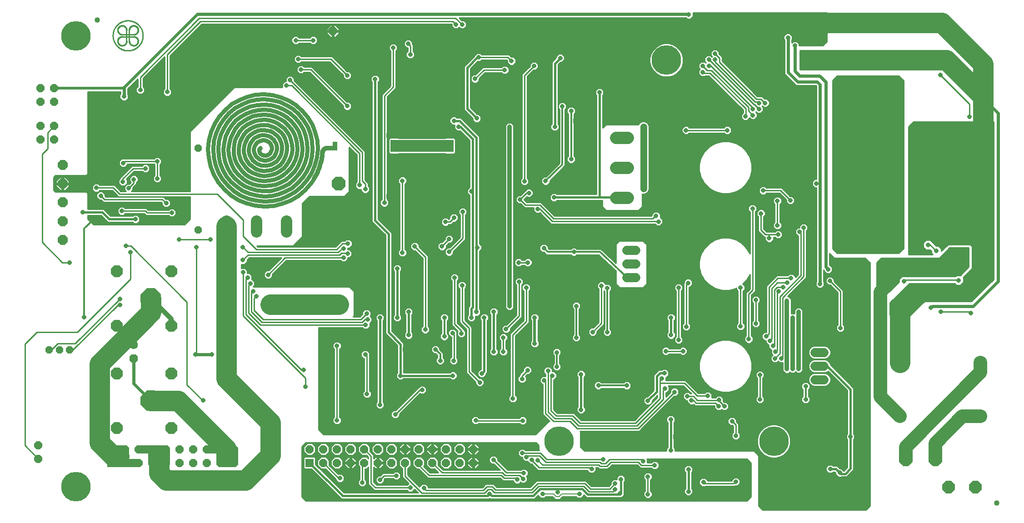
<source format=gbl>
G75*
%MOIN*%
%OFA0B0*%
%FSLAX25Y25*%
%IPPOS*%
%LPD*%
%AMOC8*
5,1,8,0,0,1.08239X$1,22.5*
%
%ADD10C,0.08850*%
%ADD11C,0.06600*%
%ADD12OC8,0.07087*%
%ADD13OC8,0.08600*%
%ADD14OC8,0.15000*%
%ADD15C,0.01000*%
%ADD16C,0.00100*%
%ADD17OC8,0.05906*%
%ADD18C,0.08250*%
%ADD19OC8,0.05315*%
%ADD20OC8,0.05400*%
%ADD21OC8,0.10000*%
%ADD22R,0.05906X0.05906*%
%ADD23OC8,0.09693*%
%ADD24C,0.04000*%
%ADD25OC8,0.06300*%
%ADD26C,0.06300*%
%ADD27OC8,0.09055*%
%ADD28C,0.00404*%
%ADD29C,0.10000*%
%ADD30OC8,0.06496*%
%ADD31OC8,0.03175*%
%ADD32C,0.01600*%
%ADD33C,0.03200*%
%ADD34C,0.02000*%
%ADD35C,0.01200*%
%ADD36R,0.03175X0.03175*%
%ADD37C,0.15000*%
%ADD38C,0.02400*%
%ADD39C,0.03150*%
%ADD40C,0.03175*%
%ADD41C,0.08600*%
%ADD42C,0.00600*%
%ADD43C,0.05000*%
%ADD44C,0.00800*%
%ADD45C,0.21654*%
%ADD46C,0.06000*%
%ADD47C,0.10000*%
D10*
X0526074Y0309768D02*
X0534924Y0309768D01*
X0534924Y0331768D02*
X0526074Y0331768D01*
X0526074Y0353768D02*
X0534924Y0353768D01*
D11*
X0534199Y0270902D02*
X0540799Y0270902D01*
X0540799Y0260902D02*
X0534199Y0260902D01*
X0534199Y0250902D02*
X0540799Y0250902D01*
X0672199Y0196098D02*
X0678799Y0196098D01*
X0678799Y0186098D02*
X0672199Y0186098D01*
X0672199Y0176098D02*
X0678799Y0176098D01*
D12*
X0120278Y0278618D03*
X0120278Y0292398D03*
X0120278Y0306177D03*
X0120278Y0319957D03*
X0120278Y0333736D03*
D13*
X0160199Y0255508D03*
X0200199Y0255508D03*
X0200199Y0215508D03*
X0160199Y0215508D03*
X0160199Y0180508D03*
X0200199Y0180508D03*
X0200199Y0140508D03*
X0160199Y0140508D03*
D14*
X0185239Y0160508D03*
X0185239Y0235508D03*
D15*
X0162314Y0235362D02*
X0129564Y0202612D01*
X0116814Y0202612D01*
X0112111Y0197909D01*
X0110593Y0197909D01*
X0125593Y0197909D02*
X0127861Y0197909D01*
X0161064Y0231112D01*
X0162564Y0231112D01*
X0170064Y0249862D02*
X0131064Y0210862D01*
X0101314Y0210862D01*
X0092814Y0202362D01*
X0092814Y0127854D01*
X0102562Y0118106D01*
X0211564Y0172362D02*
X0211564Y0233112D01*
X0170314Y0274362D01*
X0166814Y0274362D01*
X0170064Y0269612D02*
X0170064Y0249862D01*
X0218564Y0273362D02*
X0218564Y0195362D01*
X0217814Y0194612D01*
X0226064Y0194862D02*
X0226314Y0194612D01*
X0211564Y0172362D02*
X0223064Y0160862D01*
X0223314Y0160862D01*
X0252814Y0223112D02*
X0298564Y0177362D01*
X0298564Y0170862D01*
X0308064Y0170721D02*
X0319564Y0170721D01*
X0319564Y0171719D02*
X0308064Y0171719D01*
X0308064Y0172718D02*
X0319564Y0172718D01*
X0319564Y0173716D02*
X0308064Y0173716D01*
X0308064Y0174715D02*
X0319564Y0174715D01*
X0319564Y0175713D02*
X0308064Y0175713D01*
X0308064Y0176712D02*
X0319564Y0176712D01*
X0319564Y0177710D02*
X0308064Y0177710D01*
X0308064Y0178709D02*
X0319564Y0178709D01*
X0319564Y0179707D02*
X0308064Y0179707D01*
X0308064Y0180706D02*
X0319564Y0180706D01*
X0319564Y0181704D02*
X0308064Y0181704D01*
X0308064Y0182703D02*
X0319564Y0182703D01*
X0319564Y0183701D02*
X0308064Y0183701D01*
X0308064Y0184700D02*
X0319564Y0184700D01*
X0319564Y0185698D02*
X0308064Y0185698D01*
X0308064Y0186697D02*
X0319564Y0186697D01*
X0319564Y0187695D02*
X0308064Y0187695D01*
X0308064Y0188694D02*
X0319564Y0188694D01*
X0319564Y0189692D02*
X0308064Y0189692D01*
X0308064Y0190691D02*
X0319564Y0190691D01*
X0319564Y0191690D02*
X0308064Y0191690D01*
X0308064Y0192688D02*
X0319564Y0192688D01*
X0319564Y0193687D02*
X0308064Y0193687D01*
X0308064Y0194685D02*
X0319564Y0194685D01*
X0319564Y0195684D02*
X0308064Y0195684D01*
X0308064Y0196682D02*
X0319564Y0196682D01*
X0319564Y0197681D02*
X0308064Y0197681D01*
X0308064Y0198679D02*
X0319381Y0198679D01*
X0319564Y0198496D02*
X0319564Y0148728D01*
X0318476Y0147641D01*
X0318476Y0145083D01*
X0320285Y0143275D01*
X0322842Y0143275D01*
X0324651Y0145083D01*
X0324651Y0147641D01*
X0323564Y0148728D01*
X0323564Y0198496D01*
X0324651Y0199583D01*
X0324651Y0202141D01*
X0322842Y0203950D01*
X0320285Y0203950D01*
X0318476Y0202141D01*
X0318476Y0199583D01*
X0319564Y0198496D01*
X0318476Y0199678D02*
X0308064Y0199678D01*
X0308064Y0200676D02*
X0318476Y0200676D01*
X0318476Y0201675D02*
X0308064Y0201675D01*
X0308064Y0202673D02*
X0319008Y0202673D01*
X0320007Y0203672D02*
X0308064Y0203672D01*
X0308064Y0204670D02*
X0350764Y0204670D01*
X0350764Y0203672D02*
X0323120Y0203672D01*
X0324119Y0202673D02*
X0350764Y0202673D01*
X0350764Y0201675D02*
X0324651Y0201675D01*
X0324651Y0200676D02*
X0350764Y0200676D01*
X0350764Y0199678D02*
X0324651Y0199678D01*
X0323747Y0198679D02*
X0350764Y0198679D01*
X0350764Y0197681D02*
X0343611Y0197681D01*
X0343592Y0197700D02*
X0341035Y0197700D01*
X0339226Y0195891D01*
X0339226Y0193333D01*
X0341035Y0191525D01*
X0341564Y0191525D01*
X0341564Y0167978D01*
X0340476Y0166891D01*
X0340476Y0164333D01*
X0342285Y0162525D01*
X0344842Y0162525D01*
X0346651Y0164333D01*
X0346651Y0166891D01*
X0345564Y0167978D01*
X0345564Y0194191D01*
X0345401Y0194353D01*
X0345401Y0195891D01*
X0343592Y0197700D01*
X0344610Y0196682D02*
X0350764Y0196682D01*
X0350764Y0195684D02*
X0345401Y0195684D01*
X0345401Y0194685D02*
X0350764Y0194685D01*
X0350764Y0193687D02*
X0345564Y0193687D01*
X0345564Y0192688D02*
X0350764Y0192688D01*
X0350764Y0191690D02*
X0345564Y0191690D01*
X0345564Y0190691D02*
X0350764Y0190691D01*
X0350764Y0189692D02*
X0345564Y0189692D01*
X0345564Y0188694D02*
X0350764Y0188694D01*
X0350764Y0187695D02*
X0345564Y0187695D01*
X0345564Y0186697D02*
X0350764Y0186697D01*
X0350764Y0185698D02*
X0345564Y0185698D01*
X0345564Y0184700D02*
X0350764Y0184700D01*
X0350764Y0183701D02*
X0345564Y0183701D01*
X0345564Y0182703D02*
X0350764Y0182703D01*
X0350764Y0181704D02*
X0345564Y0181704D01*
X0345564Y0180706D02*
X0350764Y0180706D01*
X0350764Y0179707D02*
X0345564Y0179707D01*
X0345564Y0178709D02*
X0350764Y0178709D01*
X0350764Y0177710D02*
X0345564Y0177710D01*
X0345564Y0176712D02*
X0350764Y0176712D01*
X0350764Y0175713D02*
X0345564Y0175713D01*
X0345564Y0174715D02*
X0350764Y0174715D01*
X0350764Y0173716D02*
X0345564Y0173716D01*
X0345564Y0172718D02*
X0350764Y0172718D01*
X0350764Y0171719D02*
X0345564Y0171719D01*
X0345564Y0170721D02*
X0350764Y0170721D01*
X0350764Y0169722D02*
X0345564Y0169722D01*
X0345564Y0168724D02*
X0350764Y0168724D01*
X0350764Y0167725D02*
X0345817Y0167725D01*
X0346651Y0166727D02*
X0350764Y0166727D01*
X0350764Y0165728D02*
X0346651Y0165728D01*
X0346651Y0164730D02*
X0350764Y0164730D01*
X0350764Y0163731D02*
X0346049Y0163731D01*
X0345050Y0162733D02*
X0350764Y0162733D01*
X0350764Y0161734D02*
X0323564Y0161734D01*
X0323564Y0160736D02*
X0350764Y0160736D01*
X0350764Y0159737D02*
X0323564Y0159737D01*
X0323564Y0158739D02*
X0349976Y0158739D01*
X0349976Y0158891D02*
X0349976Y0156333D01*
X0351785Y0154525D01*
X0354342Y0154525D01*
X0356151Y0156333D01*
X0356151Y0158891D01*
X0355364Y0159678D01*
X0355364Y0219546D01*
X0356151Y0220333D01*
X0356151Y0222891D01*
X0354342Y0224700D01*
X0351785Y0224700D01*
X0349976Y0222891D01*
X0349976Y0220333D01*
X0350764Y0219546D01*
X0350764Y0159678D01*
X0349976Y0158891D01*
X0349976Y0157740D02*
X0323564Y0157740D01*
X0323564Y0156742D02*
X0349976Y0156742D01*
X0350566Y0155743D02*
X0323564Y0155743D01*
X0323564Y0154745D02*
X0351565Y0154745D01*
X0354562Y0154745D02*
X0365618Y0154745D01*
X0366616Y0155743D02*
X0355561Y0155743D01*
X0356151Y0156742D02*
X0367615Y0156742D01*
X0368613Y0157740D02*
X0356151Y0157740D01*
X0356151Y0158739D02*
X0369612Y0158739D01*
X0370610Y0159737D02*
X0355364Y0159737D01*
X0355364Y0160736D02*
X0371609Y0160736D01*
X0372607Y0161734D02*
X0355364Y0161734D01*
X0355364Y0162733D02*
X0373606Y0162733D01*
X0374604Y0163731D02*
X0355364Y0163731D01*
X0355364Y0164730D02*
X0375603Y0164730D01*
X0376601Y0165728D02*
X0355364Y0165728D01*
X0355364Y0166727D02*
X0377600Y0166727D01*
X0378598Y0167725D02*
X0355364Y0167725D01*
X0355364Y0168724D02*
X0379597Y0168724D01*
X0380595Y0169722D02*
X0355364Y0169722D01*
X0355364Y0170721D02*
X0381806Y0170721D01*
X0381697Y0170612D02*
X0381485Y0170612D01*
X0364573Y0153700D01*
X0363035Y0153700D01*
X0361226Y0151891D01*
X0361226Y0149333D01*
X0363035Y0147525D01*
X0365592Y0147525D01*
X0367401Y0149333D01*
X0367401Y0150871D01*
X0382420Y0165890D01*
X0382785Y0165525D01*
X0385342Y0165525D01*
X0387151Y0167333D01*
X0387151Y0169891D01*
X0385342Y0171700D01*
X0382785Y0171700D01*
X0381697Y0170612D01*
X0382314Y0168612D02*
X0364314Y0150612D01*
X0362083Y0152748D02*
X0323564Y0152748D01*
X0323564Y0153746D02*
X0364619Y0153746D01*
X0361226Y0151749D02*
X0323564Y0151749D01*
X0323564Y0150751D02*
X0361226Y0150751D01*
X0361226Y0149752D02*
X0323564Y0149752D01*
X0323564Y0148754D02*
X0361806Y0148754D01*
X0362805Y0147755D02*
X0324537Y0147755D01*
X0324651Y0146757D02*
X0420226Y0146757D01*
X0420226Y0147641D02*
X0420226Y0145083D01*
X0422035Y0143275D01*
X0424592Y0143275D01*
X0425430Y0144112D01*
X0455447Y0144112D01*
X0456535Y0143025D01*
X0459092Y0143025D01*
X0460901Y0144833D01*
X0460901Y0147391D01*
X0459092Y0149200D01*
X0456535Y0149200D01*
X0455447Y0148112D01*
X0425930Y0148112D01*
X0424592Y0149450D01*
X0422035Y0149450D01*
X0420226Y0147641D01*
X0420340Y0147755D02*
X0365823Y0147755D01*
X0366821Y0148754D02*
X0421339Y0148754D01*
X0423314Y0146362D02*
X0423564Y0146112D01*
X0457814Y0146112D01*
X0459829Y0143761D02*
X0474962Y0143761D01*
X0473964Y0142762D02*
X0308064Y0142762D01*
X0308064Y0141764D02*
X0472965Y0141764D01*
X0471967Y0140765D02*
X0308064Y0140765D01*
X0308064Y0139767D02*
X0470968Y0139767D01*
X0469970Y0138768D02*
X0308907Y0138768D01*
X0308064Y0139612D02*
X0308064Y0214362D01*
X0340197Y0214362D01*
X0341285Y0213275D01*
X0343842Y0213275D01*
X0345651Y0215083D01*
X0345651Y0217583D01*
X0347151Y0219083D01*
X0347151Y0221641D01*
X0345930Y0222862D01*
X0346401Y0223333D01*
X0346401Y0225891D01*
X0344592Y0227700D01*
X0342035Y0227700D01*
X0340226Y0225891D01*
X0340226Y0224353D01*
X0338282Y0222409D01*
X0333361Y0222409D01*
X0334064Y0223112D01*
X0334064Y0240862D01*
X0330564Y0244362D01*
X0260180Y0244362D01*
X0261151Y0245333D01*
X0261151Y0247891D01*
X0259342Y0249700D01*
X0259017Y0249700D01*
X0259151Y0249833D01*
X0259151Y0252391D01*
X0257342Y0254200D01*
X0255901Y0254200D01*
X0255901Y0256141D01*
X0254092Y0257950D01*
X0251535Y0257950D01*
X0251314Y0257728D01*
X0251314Y0260775D01*
X0253842Y0260775D01*
X0255651Y0262583D01*
X0255651Y0264121D01*
X0257142Y0265612D01*
X0280735Y0265612D01*
X0271323Y0256200D01*
X0269785Y0256200D01*
X0267976Y0254391D01*
X0267976Y0251833D01*
X0269785Y0250025D01*
X0272342Y0250025D01*
X0274151Y0251833D01*
X0274151Y0253371D01*
X0284392Y0263612D01*
X0323947Y0263612D01*
X0325035Y0262525D01*
X0327592Y0262525D01*
X0329401Y0264333D01*
X0329401Y0265525D01*
X0330592Y0265525D01*
X0332401Y0267333D01*
X0332401Y0269891D01*
X0330592Y0271700D01*
X0329401Y0271700D01*
X0329401Y0272775D01*
X0330842Y0272775D01*
X0332651Y0274583D01*
X0332651Y0277141D01*
X0330842Y0278950D01*
X0328285Y0278950D01*
X0327197Y0277862D01*
X0324735Y0277862D01*
X0320485Y0273612D01*
X0263392Y0273612D01*
X0262642Y0274362D01*
X0289564Y0274362D01*
X0296064Y0280862D01*
X0296064Y0305362D01*
X0301314Y0310612D01*
X0327064Y0310612D01*
X0330564Y0314112D01*
X0330564Y0346784D01*
X0336064Y0341284D01*
X0336064Y0321228D01*
X0334976Y0320141D01*
X0334976Y0317583D01*
X0336785Y0315775D01*
X0339226Y0315775D01*
X0339226Y0314583D01*
X0341035Y0312775D01*
X0343592Y0312775D01*
X0345401Y0314583D01*
X0345401Y0317141D01*
X0344314Y0318228D01*
X0344314Y0320441D01*
X0342064Y0322691D01*
X0342064Y0343691D01*
X0340892Y0344862D01*
X0290151Y0395603D01*
X0290151Y0397141D01*
X0288342Y0398950D01*
X0285785Y0398950D01*
X0283976Y0397141D01*
X0283976Y0394950D01*
X0283285Y0394950D01*
X0281476Y0393141D01*
X0281476Y0390612D01*
X0246064Y0390612D01*
X0213814Y0358362D01*
X0213814Y0314362D01*
X0170930Y0314362D01*
X0171901Y0315333D01*
X0171901Y0316871D01*
X0174564Y0319534D01*
X0174564Y0320746D01*
X0175651Y0321833D01*
X0175651Y0324391D01*
X0173842Y0326200D01*
X0171285Y0326200D01*
X0169476Y0324391D01*
X0169476Y0321833D01*
X0170341Y0320968D01*
X0169073Y0319700D01*
X0167535Y0319700D01*
X0165726Y0317891D01*
X0165726Y0315333D01*
X0166697Y0314362D01*
X0162892Y0314362D01*
X0158392Y0318862D01*
X0147430Y0318862D01*
X0146342Y0319950D01*
X0143785Y0319950D01*
X0141976Y0318141D01*
X0141976Y0315583D01*
X0143785Y0313775D01*
X0146342Y0313775D01*
X0147430Y0314862D01*
X0156735Y0314862D01*
X0160064Y0311534D01*
X0161235Y0310362D01*
X0213814Y0310362D01*
X0213814Y0293862D01*
X0209814Y0289862D01*
X0143064Y0289862D01*
X0138814Y0294112D01*
X0138814Y0296562D01*
X0148361Y0296562D01*
X0153361Y0291562D01*
X0171747Y0291562D01*
X0172535Y0290775D01*
X0175092Y0290775D01*
X0176901Y0292583D01*
X0176901Y0295141D01*
X0175092Y0296950D01*
X0172535Y0296950D01*
X0171747Y0296162D01*
X0155266Y0296162D01*
X0151614Y0299815D01*
X0150266Y0301162D01*
X0138814Y0301162D01*
X0138814Y0312862D01*
X0137814Y0313862D01*
X0115064Y0313862D01*
X0113814Y0315112D01*
X0113814Y0324612D01*
X0115064Y0325862D01*
X0137814Y0325862D01*
X0138814Y0326862D01*
X0138814Y0387417D01*
X0162623Y0387417D01*
X0162623Y0385528D01*
X0162236Y0385141D01*
X0162236Y0382583D01*
X0164045Y0380775D01*
X0166602Y0380775D01*
X0168411Y0382583D01*
X0168411Y0385141D01*
X0168023Y0385528D01*
X0168023Y0389504D01*
X0175314Y0396794D01*
X0175314Y0390988D01*
X0174226Y0389901D01*
X0174226Y0387343D01*
X0176035Y0385535D01*
X0178592Y0385535D01*
X0180401Y0387343D01*
X0180401Y0389901D01*
X0179314Y0390988D01*
X0179314Y0397284D01*
X0195064Y0413034D01*
X0195064Y0389559D01*
X0193976Y0388472D01*
X0193976Y0385914D01*
X0195785Y0384106D01*
X0198342Y0384106D01*
X0200151Y0385914D01*
X0200151Y0388472D01*
X0199064Y0389559D01*
X0199064Y0413784D01*
X0222392Y0437112D01*
X0405485Y0437112D01*
X0405726Y0436871D01*
X0405726Y0435333D01*
X0407535Y0433525D01*
X0410092Y0433525D01*
X0411064Y0434496D01*
X0412035Y0433525D01*
X0414592Y0433525D01*
X0416401Y0435333D01*
X0416401Y0437891D01*
X0414592Y0439700D01*
X0413055Y0439700D01*
X0411092Y0441662D01*
X0577397Y0441662D01*
X0578285Y0440775D01*
X0580842Y0440775D01*
X0582651Y0442583D01*
X0582651Y0445141D01*
X0582611Y0445181D01*
X0680814Y0445181D01*
X0680814Y0424112D01*
X0677814Y0421362D01*
X0660401Y0421362D01*
X0660401Y0422641D01*
X0658592Y0424450D01*
X0656035Y0424450D01*
X0655014Y0423428D01*
X0655014Y0425446D01*
X0655401Y0425833D01*
X0655401Y0428391D01*
X0653592Y0430200D01*
X0651035Y0430200D01*
X0649226Y0428391D01*
X0649226Y0425833D01*
X0649614Y0425446D01*
X0649614Y0401075D01*
X0650025Y0400083D01*
X0657025Y0393083D01*
X0657784Y0392323D01*
X0658777Y0391912D01*
X0672695Y0391912D01*
X0673114Y0391494D01*
X0673114Y0323200D01*
X0671785Y0323200D01*
X0669976Y0321391D01*
X0669976Y0318833D01*
X0671785Y0317025D01*
X0673114Y0317025D01*
X0673114Y0248028D01*
X0672726Y0247641D01*
X0672726Y0245083D01*
X0674535Y0243275D01*
X0677092Y0243275D01*
X0678901Y0245083D01*
X0678901Y0247641D01*
X0678514Y0248028D01*
X0678514Y0256594D01*
X0678726Y0256381D01*
X0678726Y0255833D01*
X0680535Y0254025D01*
X0683092Y0254025D01*
X0684901Y0255833D01*
X0684901Y0258391D01*
X0683092Y0260200D01*
X0682764Y0260200D01*
X0682764Y0268662D01*
X0686064Y0265362D01*
X0708814Y0265362D01*
X0712314Y0261862D01*
X0712314Y0083612D01*
X0709314Y0080612D01*
X0633814Y0080612D01*
X0630814Y0083612D01*
X0630814Y0120362D01*
X0627314Y0123862D01*
X0569401Y0123862D01*
X0569401Y0125641D01*
X0568614Y0126428D01*
X0568614Y0144796D01*
X0569401Y0145583D01*
X0569401Y0148141D01*
X0567592Y0149950D01*
X0565035Y0149950D01*
X0563226Y0148141D01*
X0563226Y0145583D01*
X0564014Y0144796D01*
X0564014Y0126428D01*
X0563226Y0125641D01*
X0563226Y0123862D01*
X0503064Y0123862D01*
X0500064Y0126862D01*
X0500064Y0138112D01*
X0499814Y0138362D01*
X0541741Y0138362D01*
X0541745Y0138358D01*
X0542568Y0138362D01*
X0543392Y0138362D01*
X0543396Y0138366D01*
X0543401Y0138366D01*
X0543982Y0138952D01*
X0544564Y0139534D01*
X0544564Y0139539D01*
X0568820Y0164025D01*
X0570342Y0164025D01*
X0572151Y0165833D01*
X0572151Y0168391D01*
X0570342Y0170200D01*
X0567785Y0170200D01*
X0565976Y0168391D01*
X0565976Y0166837D01*
X0562814Y0163645D01*
X0562814Y0166525D01*
X0563342Y0166525D01*
X0565151Y0168333D01*
X0565151Y0170891D01*
X0564375Y0171667D01*
X0575485Y0171667D01*
X0581290Y0165862D01*
X0580930Y0165862D01*
X0579842Y0166950D01*
X0577285Y0166950D01*
X0575476Y0165141D01*
X0575476Y0162583D01*
X0577285Y0160775D01*
X0578476Y0160775D01*
X0578476Y0159583D01*
X0580285Y0157775D01*
X0582842Y0157775D01*
X0583083Y0158015D01*
X0583985Y0157112D01*
X0598235Y0157112D01*
X0598476Y0156871D01*
X0598476Y0155333D01*
X0600285Y0153525D01*
X0602842Y0153525D01*
X0603689Y0154371D01*
X0604535Y0153525D01*
X0607092Y0153525D01*
X0608901Y0155333D01*
X0608901Y0157891D01*
X0607092Y0159700D01*
X0605555Y0159700D01*
X0604901Y0160353D01*
X0604901Y0162641D01*
X0603092Y0164450D01*
X0600535Y0164450D01*
X0599197Y0163112D01*
X0596401Y0163112D01*
X0596401Y0165641D01*
X0594592Y0167450D01*
X0592035Y0167450D01*
X0590947Y0166362D01*
X0586447Y0166362D01*
X0577142Y0175667D01*
X0562706Y0175667D01*
X0562706Y0177775D01*
X0563092Y0177775D01*
X0564901Y0179583D01*
X0564901Y0182141D01*
X0563092Y0183950D01*
X0560535Y0183950D01*
X0559747Y0183162D01*
X0557361Y0183162D01*
X0556014Y0181815D01*
X0553764Y0179565D01*
X0553764Y0168315D01*
X0549148Y0163700D01*
X0548285Y0163700D01*
X0546476Y0161891D01*
X0546476Y0159333D01*
X0548285Y0157525D01*
X0550842Y0157525D01*
X0552651Y0159333D01*
X0552651Y0160697D01*
X0556564Y0164610D01*
X0556564Y0163191D01*
X0539735Y0146362D01*
X0500642Y0146362D01*
X0495392Y0151612D01*
X0483142Y0151612D01*
X0480564Y0154191D01*
X0480564Y0176025D01*
X0480842Y0176025D01*
X0482651Y0177833D01*
X0482651Y0180391D01*
X0480842Y0182200D01*
X0479401Y0182200D01*
X0479401Y0183891D01*
X0477592Y0185700D01*
X0475035Y0185700D01*
X0473226Y0183891D01*
X0473226Y0181333D01*
X0474564Y0179996D01*
X0474564Y0178700D01*
X0472285Y0178700D01*
X0470476Y0176891D01*
X0470476Y0174333D01*
X0472285Y0172525D01*
X0472564Y0172525D01*
X0472564Y0150534D01*
X0473735Y0149362D01*
X0477485Y0145612D01*
X0476814Y0145612D01*
X0467064Y0135862D01*
X0311814Y0135862D01*
X0308064Y0139612D01*
X0309906Y0137770D02*
X0468971Y0137770D01*
X0467973Y0136771D02*
X0310904Y0136771D01*
X0309615Y0129528D02*
X0307007Y0126919D01*
X0307007Y0123230D01*
X0309615Y0120622D01*
X0313304Y0120622D01*
X0315912Y0123230D01*
X0315912Y0126919D01*
X0313304Y0129528D01*
X0309615Y0129528D01*
X0308871Y0128783D02*
X0304048Y0128783D01*
X0303304Y0129528D02*
X0305912Y0126919D01*
X0305912Y0123230D01*
X0303304Y0120622D01*
X0299615Y0120622D01*
X0297007Y0123230D01*
X0297007Y0126919D01*
X0299615Y0129528D01*
X0303304Y0129528D01*
X0305046Y0127785D02*
X0307872Y0127785D01*
X0307007Y0126786D02*
X0305912Y0126786D01*
X0305912Y0125788D02*
X0307007Y0125788D01*
X0307007Y0124789D02*
X0305912Y0124789D01*
X0305912Y0123791D02*
X0307007Y0123791D01*
X0307445Y0122792D02*
X0305474Y0122792D01*
X0304475Y0121794D02*
X0308443Y0121794D01*
X0309442Y0120795D02*
X0303477Y0120795D01*
X0305033Y0119528D02*
X0297885Y0119528D01*
X0297007Y0118649D01*
X0297007Y0111501D01*
X0297885Y0110622D01*
X0302659Y0110622D01*
X0324719Y0088562D01*
X0433016Y0088562D01*
X0433564Y0089110D01*
X0434111Y0088562D01*
X0466516Y0088562D01*
X0469226Y0091272D01*
X0469226Y0091083D01*
X0471035Y0089275D01*
X0473592Y0089275D01*
X0474780Y0090462D01*
X0479527Y0090462D01*
X0480414Y0089575D01*
X0481527Y0088462D01*
X0485101Y0088462D01*
X0486214Y0089575D01*
X0487101Y0090462D01*
X0496847Y0090462D01*
X0498035Y0089275D01*
X0500592Y0089275D01*
X0502401Y0091083D01*
X0502401Y0091522D01*
X0503014Y0090910D01*
X0504361Y0089562D01*
X0527747Y0089562D01*
X0527785Y0089525D01*
X0530342Y0089525D01*
X0532151Y0091333D01*
X0532151Y0093891D01*
X0532114Y0093928D01*
X0532114Y0101046D01*
X0532901Y0101833D01*
X0532901Y0104391D01*
X0531092Y0106200D01*
X0528535Y0106200D01*
X0526726Y0104391D01*
X0526726Y0102950D01*
X0524285Y0102950D01*
X0522476Y0101141D01*
X0522476Y0099603D01*
X0520985Y0098112D01*
X0508142Y0098112D01*
X0504142Y0102112D01*
X0467985Y0102112D01*
X0466814Y0100941D01*
X0463235Y0097362D01*
X0438642Y0097362D01*
X0436392Y0099612D01*
X0430485Y0099612D01*
X0429314Y0098441D01*
X0427985Y0097112D01*
X0388401Y0097112D01*
X0388401Y0097891D01*
X0386592Y0099700D01*
X0384035Y0099700D01*
X0382226Y0097891D01*
X0382226Y0097528D01*
X0373459Y0106295D01*
X0373459Y0110778D01*
X0375912Y0113230D01*
X0375912Y0116919D01*
X0373304Y0119528D01*
X0369615Y0119528D01*
X0367007Y0116919D01*
X0367007Y0113230D01*
X0369459Y0110778D01*
X0369459Y0104638D01*
X0370631Y0103467D01*
X0374148Y0099950D01*
X0374035Y0099950D01*
X0372947Y0098862D01*
X0350642Y0098862D01*
X0348564Y0100941D01*
X0348564Y0111956D01*
X0349698Y0110822D01*
X0350975Y0110822D01*
X0350975Y0114590D01*
X0351944Y0114590D01*
X0351944Y0114591D02*
X0351944Y0115559D01*
X0355712Y0115559D01*
X0355712Y0116836D01*
X0353221Y0119328D01*
X0351944Y0119328D01*
X0351944Y0115559D01*
X0350975Y0115559D01*
X0350975Y0119328D01*
X0349698Y0119328D01*
X0348564Y0118193D01*
X0348564Y0120941D01*
X0347392Y0122112D01*
X0345912Y0123592D01*
X0345912Y0126919D01*
X0343304Y0129528D01*
X0339615Y0129528D01*
X0337007Y0126919D01*
X0337007Y0123230D01*
X0339615Y0120622D01*
X0343225Y0120622D01*
X0344564Y0119284D01*
X0344564Y0118268D01*
X0343304Y0119528D01*
X0339615Y0119528D01*
X0337007Y0116919D01*
X0337007Y0113230D01*
X0338064Y0112173D01*
X0338064Y0102978D01*
X0336976Y0101891D01*
X0336976Y0099333D01*
X0338785Y0097525D01*
X0341342Y0097525D01*
X0343151Y0099333D01*
X0343151Y0101891D01*
X0342064Y0102978D01*
X0342064Y0110622D01*
X0343304Y0110622D01*
X0344564Y0111882D01*
X0344564Y0099284D01*
X0347814Y0096034D01*
X0348985Y0094862D01*
X0372947Y0094862D01*
X0374035Y0093775D01*
X0376592Y0093775D01*
X0378401Y0095583D01*
X0378401Y0095696D01*
X0380935Y0093162D01*
X0326625Y0093162D01*
X0305912Y0113875D01*
X0305912Y0118649D01*
X0305033Y0119528D01*
X0305763Y0118798D02*
X0308886Y0118798D01*
X0309615Y0119528D02*
X0307007Y0116919D01*
X0307007Y0113230D01*
X0309615Y0110622D01*
X0313084Y0110622D01*
X0320726Y0102979D01*
X0320726Y0102583D01*
X0322535Y0100775D01*
X0325092Y0100775D01*
X0326901Y0102583D01*
X0326901Y0105141D01*
X0325092Y0106950D01*
X0322535Y0106950D01*
X0322474Y0106889D01*
X0315912Y0113450D01*
X0315912Y0116919D01*
X0313304Y0119528D01*
X0309615Y0119528D01*
X0307887Y0117800D02*
X0305912Y0117800D01*
X0305912Y0116801D02*
X0307007Y0116801D01*
X0307007Y0115803D02*
X0305912Y0115803D01*
X0305912Y0114804D02*
X0307007Y0114804D01*
X0307007Y0113806D02*
X0305981Y0113806D01*
X0306980Y0112807D02*
X0307430Y0112807D01*
X0307978Y0111809D02*
X0308428Y0111809D01*
X0308977Y0110810D02*
X0309427Y0110810D01*
X0309975Y0109812D02*
X0313894Y0109812D01*
X0314893Y0108813D02*
X0310974Y0108813D01*
X0311972Y0107815D02*
X0315891Y0107815D01*
X0316890Y0106816D02*
X0312971Y0106816D01*
X0313969Y0105818D02*
X0317888Y0105818D01*
X0318887Y0104819D02*
X0314968Y0104819D01*
X0315966Y0103821D02*
X0319885Y0103821D01*
X0320726Y0102822D02*
X0316965Y0102822D01*
X0317963Y0101823D02*
X0321486Y0101823D01*
X0322485Y0100825D02*
X0318962Y0100825D01*
X0319960Y0099826D02*
X0336976Y0099826D01*
X0336976Y0100825D02*
X0325143Y0100825D01*
X0326141Y0101823D02*
X0336976Y0101823D01*
X0337907Y0102822D02*
X0326901Y0102822D01*
X0326901Y0103821D02*
X0338064Y0103821D01*
X0338064Y0104819D02*
X0326901Y0104819D01*
X0326225Y0105818D02*
X0338064Y0105818D01*
X0338064Y0106816D02*
X0325226Y0106816D01*
X0323814Y0103862D02*
X0322672Y0103862D01*
X0311459Y0115075D01*
X0315912Y0114804D02*
X0317007Y0114804D01*
X0317007Y0113806D02*
X0315912Y0113806D01*
X0316555Y0112807D02*
X0317430Y0112807D01*
X0317007Y0113230D02*
X0319615Y0110622D01*
X0323304Y0110622D01*
X0325912Y0113230D01*
X0325912Y0116919D01*
X0323304Y0119528D01*
X0319615Y0119528D01*
X0317007Y0116919D01*
X0317007Y0113230D01*
X0317554Y0111809D02*
X0318428Y0111809D01*
X0318552Y0110810D02*
X0319427Y0110810D01*
X0319551Y0109812D02*
X0338064Y0109812D01*
X0338064Y0110810D02*
X0323492Y0110810D01*
X0324490Y0111809D02*
X0328711Y0111809D01*
X0329698Y0110822D02*
X0327207Y0113313D01*
X0327207Y0114591D01*
X0330975Y0114591D01*
X0330975Y0115559D01*
X0327207Y0115559D01*
X0327207Y0116836D01*
X0329698Y0119328D01*
X0330975Y0119328D01*
X0330975Y0115559D01*
X0331944Y0115559D01*
X0335712Y0115559D01*
X0335712Y0116836D01*
X0333221Y0119328D01*
X0331944Y0119328D01*
X0331944Y0115559D01*
X0331944Y0114591D01*
X0335712Y0114591D01*
X0335712Y0113313D01*
X0333221Y0110822D01*
X0331944Y0110822D01*
X0331944Y0114590D01*
X0330975Y0114590D01*
X0330975Y0110822D01*
X0329698Y0110822D01*
X0330975Y0111809D02*
X0331944Y0111809D01*
X0331944Y0112807D02*
X0330975Y0112807D01*
X0330975Y0113806D02*
X0331944Y0113806D01*
X0331944Y0114804D02*
X0337007Y0114804D01*
X0337007Y0113806D02*
X0335712Y0113806D01*
X0335206Y0112807D02*
X0337430Y0112807D01*
X0338064Y0111809D02*
X0334207Y0111809D01*
X0335712Y0115803D02*
X0337007Y0115803D01*
X0337007Y0116801D02*
X0335712Y0116801D01*
X0334749Y0117800D02*
X0337887Y0117800D01*
X0338886Y0118798D02*
X0333750Y0118798D01*
X0331944Y0118798D02*
X0330975Y0118798D01*
X0330975Y0117800D02*
X0331944Y0117800D01*
X0331944Y0116801D02*
X0330975Y0116801D01*
X0330975Y0115803D02*
X0331944Y0115803D01*
X0330975Y0114804D02*
X0325912Y0114804D01*
X0325912Y0113806D02*
X0327207Y0113806D01*
X0327713Y0112807D02*
X0325489Y0112807D01*
X0325912Y0115803D02*
X0327207Y0115803D01*
X0327207Y0116801D02*
X0325912Y0116801D01*
X0325032Y0117800D02*
X0328170Y0117800D01*
X0329168Y0118798D02*
X0324033Y0118798D01*
X0323304Y0120622D02*
X0325912Y0123230D01*
X0325912Y0126919D01*
X0323304Y0129528D01*
X0319615Y0129528D01*
X0317007Y0126919D01*
X0317007Y0123230D01*
X0319615Y0120622D01*
X0323304Y0120622D01*
X0323477Y0120795D02*
X0329442Y0120795D01*
X0329615Y0120622D02*
X0333304Y0120622D01*
X0335912Y0123230D01*
X0335912Y0126919D01*
X0333304Y0129528D01*
X0329615Y0129528D01*
X0327007Y0126919D01*
X0327007Y0123230D01*
X0329615Y0120622D01*
X0328443Y0121794D02*
X0324475Y0121794D01*
X0325474Y0122792D02*
X0327445Y0122792D01*
X0327007Y0123791D02*
X0325912Y0123791D01*
X0325912Y0124789D02*
X0327007Y0124789D01*
X0327007Y0125788D02*
X0325912Y0125788D01*
X0325912Y0126786D02*
X0327007Y0126786D01*
X0327872Y0127785D02*
X0325046Y0127785D01*
X0324048Y0128783D02*
X0328871Y0128783D01*
X0334048Y0128783D02*
X0338871Y0128783D01*
X0337872Y0127785D02*
X0335046Y0127785D01*
X0335912Y0126786D02*
X0337007Y0126786D01*
X0337007Y0125788D02*
X0335912Y0125788D01*
X0335912Y0124789D02*
X0337007Y0124789D01*
X0337007Y0123791D02*
X0335912Y0123791D01*
X0335474Y0122792D02*
X0337445Y0122792D01*
X0338443Y0121794D02*
X0334475Y0121794D01*
X0333477Y0120795D02*
X0339442Y0120795D01*
X0344051Y0119797D02*
X0295814Y0119797D01*
X0295814Y0120795D02*
X0299442Y0120795D01*
X0298443Y0121794D02*
X0295814Y0121794D01*
X0295814Y0122792D02*
X0297445Y0122792D01*
X0297007Y0123791D02*
X0295814Y0123791D01*
X0295814Y0124789D02*
X0297007Y0124789D01*
X0297007Y0125788D02*
X0295814Y0125788D01*
X0295814Y0126786D02*
X0297007Y0126786D01*
X0296736Y0127785D02*
X0297872Y0127785D01*
X0297735Y0128783D02*
X0298871Y0128783D01*
X0298733Y0129782D02*
X0467644Y0129782D01*
X0467564Y0129862D02*
X0469314Y0128112D01*
X0469314Y0124862D01*
X0469814Y0124362D01*
X0459930Y0124362D01*
X0458842Y0125450D01*
X0456285Y0125450D01*
X0454476Y0123641D01*
X0454476Y0121083D01*
X0456285Y0119275D01*
X0457476Y0119275D01*
X0457476Y0118083D01*
X0459285Y0116275D01*
X0461476Y0116275D01*
X0461476Y0116083D01*
X0463285Y0114275D01*
X0464323Y0114275D01*
X0467814Y0110784D01*
X0468985Y0109612D01*
X0505226Y0109612D01*
X0505226Y0109333D01*
X0507035Y0107525D01*
X0509592Y0107525D01*
X0511401Y0109333D01*
X0511401Y0111612D01*
X0512735Y0111612D01*
X0513735Y0110612D01*
X0520142Y0110612D01*
X0521314Y0111784D01*
X0523142Y0113612D01*
X0541735Y0113612D01*
X0543985Y0111362D01*
X0552197Y0111362D01*
X0553285Y0110275D01*
X0555842Y0110275D01*
X0557651Y0112083D01*
X0557651Y0114641D01*
X0555842Y0116450D01*
X0553285Y0116450D01*
X0552197Y0115362D01*
X0549151Y0115362D01*
X0549151Y0117641D01*
X0548930Y0117862D01*
X0622064Y0117862D01*
X0625064Y0114862D01*
X0625064Y0090362D01*
X0622064Y0087362D01*
X0298814Y0087362D01*
X0295814Y0090362D01*
X0295814Y0126862D01*
X0298814Y0129862D01*
X0467564Y0129862D01*
X0468643Y0128783D02*
X0423765Y0128783D01*
X0423221Y0129328D02*
X0421944Y0129328D01*
X0421944Y0125559D01*
X0425712Y0125559D01*
X0425712Y0126836D01*
X0423221Y0129328D01*
X0421944Y0128783D02*
X0420975Y0128783D01*
X0420975Y0129328D02*
X0419698Y0129328D01*
X0417207Y0126836D01*
X0417207Y0125559D01*
X0420975Y0125559D01*
X0420975Y0124591D01*
X0417207Y0124591D01*
X0417207Y0123313D01*
X0419698Y0120822D01*
X0420975Y0120822D01*
X0420975Y0124590D01*
X0421944Y0124590D01*
X0421944Y0124591D02*
X0421944Y0125559D01*
X0420975Y0125559D01*
X0420975Y0129328D01*
X0420975Y0127785D02*
X0421944Y0127785D01*
X0421944Y0126786D02*
X0420975Y0126786D01*
X0420975Y0125788D02*
X0421944Y0125788D01*
X0421944Y0124789D02*
X0455624Y0124789D01*
X0454626Y0123791D02*
X0425712Y0123791D01*
X0425712Y0123313D02*
X0425712Y0124591D01*
X0421944Y0124591D01*
X0421944Y0124590D02*
X0421944Y0120822D01*
X0423221Y0120822D01*
X0425712Y0123313D01*
X0425191Y0122792D02*
X0454476Y0122792D01*
X0454476Y0121794D02*
X0424193Y0121794D01*
X0421944Y0121794D02*
X0420975Y0121794D01*
X0420975Y0122792D02*
X0421944Y0122792D01*
X0421944Y0123791D02*
X0420975Y0123791D01*
X0420975Y0124789D02*
X0415912Y0124789D01*
X0415912Y0123791D02*
X0417207Y0123791D01*
X0417728Y0122792D02*
X0415474Y0122792D01*
X0415912Y0123230D02*
X0413304Y0120622D01*
X0409615Y0120622D01*
X0407007Y0123230D01*
X0407007Y0126919D01*
X0409615Y0129528D01*
X0413304Y0129528D01*
X0415912Y0126919D01*
X0415912Y0123230D01*
X0414475Y0121794D02*
X0418726Y0121794D01*
X0419698Y0119328D02*
X0417207Y0116836D01*
X0417207Y0115559D01*
X0420975Y0115559D01*
X0420975Y0114591D01*
X0417207Y0114591D01*
X0417207Y0113313D01*
X0419698Y0110822D01*
X0420975Y0110822D01*
X0420975Y0114590D01*
X0421944Y0114590D01*
X0421944Y0114591D02*
X0421944Y0115559D01*
X0425712Y0115559D01*
X0425712Y0116836D01*
X0423221Y0119328D01*
X0421944Y0119328D01*
X0421944Y0115559D01*
X0420975Y0115559D01*
X0420975Y0119328D01*
X0419698Y0119328D01*
X0419168Y0118798D02*
X0414033Y0118798D01*
X0413304Y0119528D02*
X0415912Y0116919D01*
X0415912Y0113230D01*
X0413304Y0110622D01*
X0409615Y0110622D01*
X0407007Y0113230D01*
X0407007Y0116919D01*
X0409615Y0119528D01*
X0413304Y0119528D01*
X0413477Y0120795D02*
X0454764Y0120795D01*
X0455763Y0119797D02*
X0438245Y0119797D01*
X0437592Y0120450D02*
X0435035Y0120450D01*
X0433226Y0118641D01*
X0433226Y0116083D01*
X0435035Y0114275D01*
X0436573Y0114275D01*
X0440985Y0109862D01*
X0399500Y0109862D01*
X0395912Y0113450D01*
X0395912Y0116919D01*
X0393304Y0119528D01*
X0389615Y0119528D01*
X0387007Y0116919D01*
X0387007Y0113230D01*
X0389615Y0110622D01*
X0393084Y0110622D01*
X0395844Y0107862D01*
X0389892Y0107862D01*
X0385218Y0112536D01*
X0385912Y0113230D01*
X0385912Y0116919D01*
X0383304Y0119528D01*
X0379615Y0119528D01*
X0377007Y0116919D01*
X0377007Y0113230D01*
X0379615Y0110622D01*
X0381475Y0110622D01*
X0387064Y0105034D01*
X0388235Y0103862D01*
X0441235Y0103862D01*
X0443235Y0101862D01*
X0450726Y0101862D01*
X0450726Y0101583D01*
X0452535Y0099775D01*
X0455092Y0099775D01*
X0456189Y0100871D01*
X0456785Y0100275D01*
X0459342Y0100275D01*
X0461151Y0102083D01*
X0461151Y0104641D01*
X0460555Y0105237D01*
X0461651Y0106333D01*
X0461651Y0108891D01*
X0459842Y0110700D01*
X0457285Y0110700D01*
X0456447Y0109862D01*
X0446642Y0109862D01*
X0439401Y0117103D01*
X0439401Y0118641D01*
X0437592Y0120450D01*
X0439244Y0118798D02*
X0457476Y0118798D01*
X0457760Y0117800D02*
X0439401Y0117800D01*
X0439703Y0116801D02*
X0458758Y0116801D01*
X0460564Y0119362D02*
X0461814Y0120362D01*
X0470064Y0120362D01*
X0474814Y0115612D01*
X0514314Y0115612D01*
X0515314Y0114612D01*
X0518314Y0114612D01*
X0521314Y0117612D01*
X0544814Y0117612D01*
X0546064Y0116362D01*
X0549151Y0116801D02*
X0623125Y0116801D01*
X0624123Y0115803D02*
X0556489Y0115803D01*
X0557488Y0114804D02*
X0625064Y0114804D01*
X0625064Y0113806D02*
X0557651Y0113806D01*
X0557651Y0112807D02*
X0577392Y0112807D01*
X0578035Y0113450D02*
X0576226Y0111641D01*
X0576226Y0109083D01*
X0577014Y0108296D01*
X0577014Y0096178D01*
X0576226Y0095391D01*
X0576226Y0092833D01*
X0578035Y0091025D01*
X0580592Y0091025D01*
X0582401Y0092833D01*
X0582401Y0095391D01*
X0581614Y0096178D01*
X0581614Y0108296D01*
X0582401Y0109083D01*
X0582401Y0111641D01*
X0580592Y0113450D01*
X0578035Y0113450D01*
X0576394Y0111809D02*
X0557376Y0111809D01*
X0556378Y0110810D02*
X0576226Y0110810D01*
X0576226Y0109812D02*
X0511401Y0109812D01*
X0511401Y0110810D02*
X0513537Y0110810D01*
X0514564Y0112612D02*
X0513564Y0113612D01*
X0472314Y0113612D01*
X0468814Y0117112D01*
X0464564Y0116862D02*
X0469814Y0111612D01*
X0507314Y0111612D01*
X0508314Y0110612D01*
X0510881Y0108813D02*
X0576497Y0108813D01*
X0577014Y0107815D02*
X0550977Y0107815D01*
X0550842Y0107950D02*
X0548285Y0107950D01*
X0546476Y0106141D01*
X0546476Y0103583D01*
X0547564Y0102496D01*
X0547564Y0094478D01*
X0546476Y0093391D01*
X0546476Y0090833D01*
X0548285Y0089025D01*
X0550842Y0089025D01*
X0552651Y0090833D01*
X0552651Y0093391D01*
X0551564Y0094478D01*
X0551564Y0102496D01*
X0552651Y0103583D01*
X0552651Y0106141D01*
X0550842Y0107950D01*
X0551976Y0106816D02*
X0577014Y0106816D01*
X0577014Y0105818D02*
X0552651Y0105818D01*
X0552651Y0104819D02*
X0577014Y0104819D01*
X0577014Y0103821D02*
X0552651Y0103821D01*
X0551890Y0102822D02*
X0577014Y0102822D01*
X0577014Y0101823D02*
X0551564Y0101823D01*
X0551564Y0100825D02*
X0577014Y0100825D01*
X0577014Y0099826D02*
X0551564Y0099826D01*
X0551564Y0098828D02*
X0577014Y0098828D01*
X0577014Y0097829D02*
X0551564Y0097829D01*
X0551564Y0096831D02*
X0577014Y0096831D01*
X0576668Y0095832D02*
X0551564Y0095832D01*
X0551564Y0094834D02*
X0576226Y0094834D01*
X0576226Y0093835D02*
X0552207Y0093835D01*
X0552651Y0092837D02*
X0576226Y0092837D01*
X0577221Y0091838D02*
X0552651Y0091838D01*
X0552651Y0090840D02*
X0625064Y0090840D01*
X0625064Y0091838D02*
X0581406Y0091838D01*
X0582401Y0092837D02*
X0625064Y0092837D01*
X0625064Y0093835D02*
X0582401Y0093835D01*
X0582401Y0094834D02*
X0625064Y0094834D01*
X0625064Y0095832D02*
X0581960Y0095832D01*
X0581614Y0096831D02*
X0625064Y0096831D01*
X0625064Y0097829D02*
X0591687Y0097829D01*
X0591730Y0097862D02*
X0613392Y0097862D01*
X0613805Y0098275D01*
X0615342Y0098275D01*
X0617151Y0100083D01*
X0617151Y0102641D01*
X0615342Y0104450D01*
X0612785Y0104450D01*
X0610976Y0102641D01*
X0610976Y0101862D01*
X0593401Y0101862D01*
X0593401Y0102141D01*
X0591592Y0103950D01*
X0589035Y0103950D01*
X0587226Y0102141D01*
X0587226Y0099583D01*
X0589035Y0097775D01*
X0591533Y0097775D01*
X0591601Y0097765D01*
X0591730Y0097862D01*
X0591064Y0099862D02*
X0590314Y0100862D01*
X0591064Y0099862D02*
X0612564Y0099862D01*
X0614064Y0101362D01*
X0615972Y0103821D02*
X0625064Y0103821D01*
X0625064Y0104819D02*
X0581614Y0104819D01*
X0581614Y0103821D02*
X0588906Y0103821D01*
X0587907Y0102822D02*
X0581614Y0102822D01*
X0581614Y0101823D02*
X0587226Y0101823D01*
X0587226Y0100825D02*
X0581614Y0100825D01*
X0581614Y0099826D02*
X0587226Y0099826D01*
X0587982Y0098828D02*
X0581614Y0098828D01*
X0581614Y0097829D02*
X0588980Y0097829D01*
X0592720Y0102822D02*
X0611157Y0102822D01*
X0612156Y0103821D02*
X0591722Y0103821D01*
X0582401Y0109812D02*
X0625064Y0109812D01*
X0625064Y0110810D02*
X0582401Y0110810D01*
X0582233Y0111809D02*
X0625064Y0111809D01*
X0625064Y0112807D02*
X0581235Y0112807D01*
X0582131Y0108813D02*
X0625064Y0108813D01*
X0625064Y0107815D02*
X0581614Y0107815D01*
X0581614Y0106816D02*
X0625064Y0106816D01*
X0625064Y0105818D02*
X0581614Y0105818D01*
X0554564Y0113362D02*
X0544814Y0113362D01*
X0542564Y0115612D01*
X0522314Y0115612D01*
X0519314Y0112612D01*
X0514564Y0112612D01*
X0516814Y0117612D02*
X0475564Y0117612D01*
X0470814Y0122362D01*
X0457564Y0122362D01*
X0459503Y0124789D02*
X0469387Y0124789D01*
X0469314Y0125788D02*
X0425712Y0125788D01*
X0425712Y0126786D02*
X0469314Y0126786D01*
X0469314Y0127785D02*
X0424764Y0127785D01*
X0419154Y0128783D02*
X0414048Y0128783D01*
X0415046Y0127785D02*
X0418155Y0127785D01*
X0417207Y0126786D02*
X0415912Y0126786D01*
X0415912Y0125788D02*
X0417207Y0125788D01*
X0420975Y0118798D02*
X0421944Y0118798D01*
X0421944Y0117800D02*
X0420975Y0117800D01*
X0420975Y0116801D02*
X0421944Y0116801D01*
X0421944Y0115803D02*
X0420975Y0115803D01*
X0420975Y0114804D02*
X0415912Y0114804D01*
X0415912Y0113806D02*
X0417207Y0113806D01*
X0417713Y0112807D02*
X0415489Y0112807D01*
X0414490Y0111809D02*
X0418711Y0111809D01*
X0420975Y0111809D02*
X0421944Y0111809D01*
X0421944Y0110822D02*
X0423221Y0110822D01*
X0425712Y0113313D01*
X0425712Y0114591D01*
X0421944Y0114591D01*
X0421944Y0114590D02*
X0421944Y0110822D01*
X0421944Y0112807D02*
X0420975Y0112807D01*
X0420975Y0113806D02*
X0421944Y0113806D01*
X0421944Y0114804D02*
X0434505Y0114804D01*
X0433507Y0115803D02*
X0425712Y0115803D01*
X0425712Y0116801D02*
X0433226Y0116801D01*
X0433226Y0117800D02*
X0424749Y0117800D01*
X0423750Y0118798D02*
X0433383Y0118798D01*
X0434382Y0119797D02*
X0348564Y0119797D01*
X0348564Y0120795D02*
X0349442Y0120795D01*
X0349615Y0120622D02*
X0353304Y0120622D01*
X0355912Y0123230D01*
X0355912Y0126919D01*
X0353304Y0129528D01*
X0349615Y0129528D01*
X0347007Y0126919D01*
X0347007Y0123230D01*
X0349615Y0120622D01*
X0348443Y0121794D02*
X0347711Y0121794D01*
X0347445Y0122792D02*
X0346712Y0122792D01*
X0347007Y0123791D02*
X0345912Y0123791D01*
X0345912Y0124789D02*
X0347007Y0124789D01*
X0347007Y0125788D02*
X0345912Y0125788D01*
X0345912Y0126786D02*
X0347007Y0126786D01*
X0347872Y0127785D02*
X0345046Y0127785D01*
X0344048Y0128783D02*
X0348871Y0128783D01*
X0354048Y0128783D02*
X0358871Y0128783D01*
X0359615Y0129528D02*
X0357007Y0126919D01*
X0357007Y0123230D01*
X0359615Y0120622D01*
X0363304Y0120622D01*
X0365912Y0123230D01*
X0365912Y0126919D01*
X0363304Y0129528D01*
X0359615Y0129528D01*
X0357872Y0127785D02*
X0355046Y0127785D01*
X0355912Y0126786D02*
X0357007Y0126786D01*
X0357007Y0125788D02*
X0355912Y0125788D01*
X0355912Y0124789D02*
X0357007Y0124789D01*
X0357007Y0123791D02*
X0355912Y0123791D01*
X0355474Y0122792D02*
X0357445Y0122792D01*
X0358443Y0121794D02*
X0354475Y0121794D01*
X0353477Y0120795D02*
X0359442Y0120795D01*
X0359615Y0119528D02*
X0357007Y0116919D01*
X0357007Y0113230D01*
X0359615Y0110622D01*
X0363304Y0110622D01*
X0365912Y0113230D01*
X0365912Y0116919D01*
X0363304Y0119528D01*
X0359615Y0119528D01*
X0358886Y0118798D02*
X0353750Y0118798D01*
X0354749Y0117800D02*
X0357887Y0117800D01*
X0357007Y0116801D02*
X0355712Y0116801D01*
X0355712Y0115803D02*
X0357007Y0115803D01*
X0357007Y0114804D02*
X0351944Y0114804D01*
X0351944Y0114591D02*
X0355712Y0114591D01*
X0355712Y0113313D01*
X0353221Y0110822D01*
X0351944Y0110822D01*
X0351944Y0114590D01*
X0351944Y0113806D02*
X0350975Y0113806D01*
X0350975Y0112807D02*
X0351944Y0112807D01*
X0351944Y0111809D02*
X0350975Y0111809D01*
X0348711Y0111809D02*
X0348564Y0111809D01*
X0348564Y0110810D02*
X0359427Y0110810D01*
X0358428Y0111809D02*
X0354207Y0111809D01*
X0355206Y0112807D02*
X0357430Y0112807D01*
X0357007Y0113806D02*
X0355712Y0113806D01*
X0351944Y0115803D02*
X0350975Y0115803D01*
X0350975Y0116801D02*
X0351944Y0116801D01*
X0351944Y0117800D02*
X0350975Y0117800D01*
X0350975Y0118798D02*
X0351944Y0118798D01*
X0349168Y0118798D02*
X0348564Y0118798D01*
X0346564Y0120112D02*
X0346564Y0100112D01*
X0349814Y0096862D01*
X0375314Y0096862D01*
X0377652Y0094834D02*
X0379264Y0094834D01*
X0380262Y0093835D02*
X0376653Y0093835D01*
X0373974Y0093835D02*
X0325951Y0093835D01*
X0324953Y0094834D02*
X0372976Y0094834D01*
X0373912Y0099826D02*
X0354644Y0099826D01*
X0354342Y0099525D02*
X0356151Y0101333D01*
X0356151Y0102871D01*
X0356892Y0103612D01*
X0362697Y0103612D01*
X0363785Y0102525D01*
X0366342Y0102525D01*
X0368151Y0104333D01*
X0368151Y0106891D01*
X0366342Y0108700D01*
X0363785Y0108700D01*
X0362697Y0107612D01*
X0355235Y0107612D01*
X0353323Y0105700D01*
X0351785Y0105700D01*
X0349976Y0103891D01*
X0349976Y0101333D01*
X0351785Y0099525D01*
X0354342Y0099525D01*
X0355643Y0100825D02*
X0373272Y0100825D01*
X0372274Y0101823D02*
X0356151Y0101823D01*
X0356151Y0102822D02*
X0363488Y0102822D01*
X0366640Y0102822D02*
X0371275Y0102822D01*
X0370631Y0103467D02*
X0370631Y0103467D01*
X0370277Y0103821D02*
X0367638Y0103821D01*
X0368151Y0104819D02*
X0369459Y0104819D01*
X0369459Y0105818D02*
X0368151Y0105818D01*
X0368151Y0106816D02*
X0369459Y0106816D01*
X0369459Y0107815D02*
X0367227Y0107815D01*
X0369459Y0108813D02*
X0348564Y0108813D01*
X0348564Y0107815D02*
X0362900Y0107815D01*
X0363492Y0110810D02*
X0369427Y0110810D01*
X0369459Y0109812D02*
X0348564Y0109812D01*
X0348564Y0106816D02*
X0354439Y0106816D01*
X0353441Y0105818D02*
X0348564Y0105818D01*
X0348564Y0104819D02*
X0350904Y0104819D01*
X0349976Y0103821D02*
X0348564Y0103821D01*
X0348564Y0102822D02*
X0349976Y0102822D01*
X0349976Y0101823D02*
X0348564Y0101823D01*
X0348679Y0100825D02*
X0350485Y0100825D01*
X0349678Y0099826D02*
X0351483Y0099826D01*
X0353064Y0102612D02*
X0356064Y0105612D01*
X0365064Y0105612D01*
X0364490Y0111809D02*
X0368428Y0111809D01*
X0367430Y0112807D02*
X0365489Y0112807D01*
X0365912Y0113806D02*
X0367007Y0113806D01*
X0367007Y0114804D02*
X0365912Y0114804D01*
X0365912Y0115803D02*
X0367007Y0115803D01*
X0367007Y0116801D02*
X0365912Y0116801D01*
X0365032Y0117800D02*
X0367887Y0117800D01*
X0368886Y0118798D02*
X0364033Y0118798D01*
X0363477Y0120795D02*
X0379442Y0120795D01*
X0379615Y0120622D02*
X0383304Y0120622D01*
X0385912Y0123230D01*
X0385912Y0126919D01*
X0383304Y0129528D01*
X0379615Y0129528D01*
X0377007Y0126919D01*
X0377007Y0123230D01*
X0379615Y0120622D01*
X0378443Y0121794D02*
X0374193Y0121794D01*
X0373221Y0120822D02*
X0375712Y0123313D01*
X0375712Y0124591D01*
X0371944Y0124591D01*
X0371944Y0125559D01*
X0375712Y0125559D01*
X0375712Y0126836D01*
X0373221Y0129328D01*
X0371944Y0129328D01*
X0371944Y0125559D01*
X0370975Y0125559D01*
X0370975Y0124591D01*
X0367207Y0124591D01*
X0367207Y0123313D01*
X0369698Y0120822D01*
X0370975Y0120822D01*
X0370975Y0124590D01*
X0371944Y0124590D01*
X0371944Y0120822D01*
X0373221Y0120822D01*
X0371944Y0121794D02*
X0370975Y0121794D01*
X0370975Y0122792D02*
X0371944Y0122792D01*
X0371944Y0123791D02*
X0370975Y0123791D01*
X0370975Y0124789D02*
X0365912Y0124789D01*
X0365912Y0123791D02*
X0367207Y0123791D01*
X0367728Y0122792D02*
X0365474Y0122792D01*
X0364475Y0121794D02*
X0368726Y0121794D01*
X0367207Y0125559D02*
X0370975Y0125559D01*
X0370975Y0129328D01*
X0369698Y0129328D01*
X0367207Y0126836D01*
X0367207Y0125559D01*
X0367207Y0125788D02*
X0365912Y0125788D01*
X0365912Y0126786D02*
X0367207Y0126786D01*
X0368155Y0127785D02*
X0365046Y0127785D01*
X0364048Y0128783D02*
X0369154Y0128783D01*
X0370975Y0128783D02*
X0371944Y0128783D01*
X0371944Y0127785D02*
X0370975Y0127785D01*
X0370975Y0126786D02*
X0371944Y0126786D01*
X0371944Y0125788D02*
X0370975Y0125788D01*
X0371944Y0124789D02*
X0377007Y0124789D01*
X0377007Y0123791D02*
X0375712Y0123791D01*
X0375191Y0122792D02*
X0377445Y0122792D01*
X0377007Y0125788D02*
X0375712Y0125788D01*
X0375712Y0126786D02*
X0377007Y0126786D01*
X0377872Y0127785D02*
X0374764Y0127785D01*
X0373765Y0128783D02*
X0378871Y0128783D01*
X0384048Y0128783D02*
X0389154Y0128783D01*
X0389698Y0129328D02*
X0387207Y0126836D01*
X0387207Y0125559D01*
X0390975Y0125559D01*
X0390975Y0124591D01*
X0387207Y0124591D01*
X0387207Y0123313D01*
X0389698Y0120822D01*
X0390975Y0120822D01*
X0390975Y0124590D01*
X0391944Y0124590D01*
X0391944Y0124591D02*
X0391944Y0125559D01*
X0395712Y0125559D01*
X0395712Y0126836D01*
X0393221Y0129328D01*
X0391944Y0129328D01*
X0391944Y0125559D01*
X0390975Y0125559D01*
X0390975Y0129328D01*
X0389698Y0129328D01*
X0390975Y0128783D02*
X0391944Y0128783D01*
X0391944Y0127785D02*
X0390975Y0127785D01*
X0390975Y0126786D02*
X0391944Y0126786D01*
X0391944Y0125788D02*
X0390975Y0125788D01*
X0390975Y0124789D02*
X0385912Y0124789D01*
X0385912Y0123791D02*
X0387207Y0123791D01*
X0387728Y0122792D02*
X0385474Y0122792D01*
X0384475Y0121794D02*
X0388726Y0121794D01*
X0390975Y0121794D02*
X0391944Y0121794D01*
X0391944Y0120822D02*
X0393221Y0120822D01*
X0395712Y0123313D01*
X0395712Y0124591D01*
X0391944Y0124591D01*
X0391944Y0124590D02*
X0391944Y0120822D01*
X0391944Y0122792D02*
X0390975Y0122792D01*
X0390975Y0123791D02*
X0391944Y0123791D01*
X0391944Y0124789D02*
X0397007Y0124789D01*
X0397007Y0123791D02*
X0395712Y0123791D01*
X0395191Y0122792D02*
X0397445Y0122792D01*
X0397007Y0123230D02*
X0399615Y0120622D01*
X0403304Y0120622D01*
X0405912Y0123230D01*
X0405912Y0126919D01*
X0403304Y0129528D01*
X0399615Y0129528D01*
X0397007Y0126919D01*
X0397007Y0123230D01*
X0398443Y0121794D02*
X0394193Y0121794D01*
X0394033Y0118798D02*
X0398886Y0118798D01*
X0399615Y0119528D02*
X0397007Y0116919D01*
X0397007Y0113230D01*
X0399615Y0110622D01*
X0403304Y0110622D01*
X0405912Y0113230D01*
X0405912Y0116919D01*
X0403304Y0119528D01*
X0399615Y0119528D01*
X0399442Y0120795D02*
X0383477Y0120795D01*
X0384033Y0118798D02*
X0388886Y0118798D01*
X0387887Y0117800D02*
X0385032Y0117800D01*
X0385912Y0116801D02*
X0387007Y0116801D01*
X0387007Y0115803D02*
X0385912Y0115803D01*
X0385912Y0114804D02*
X0387007Y0114804D01*
X0387007Y0113806D02*
X0385912Y0113806D01*
X0385489Y0112807D02*
X0387430Y0112807D01*
X0388428Y0111809D02*
X0385946Y0111809D01*
X0386944Y0110810D02*
X0389427Y0110810D01*
X0387943Y0109812D02*
X0393894Y0109812D01*
X0394893Y0108813D02*
X0388941Y0108813D01*
X0389064Y0105862D02*
X0381459Y0113467D01*
X0379427Y0110810D02*
X0373492Y0110810D01*
X0373459Y0109812D02*
X0382286Y0109812D01*
X0383284Y0108813D02*
X0373459Y0108813D01*
X0373459Y0107815D02*
X0384283Y0107815D01*
X0385281Y0106816D02*
X0373459Y0106816D01*
X0373937Y0105818D02*
X0386280Y0105818D01*
X0387278Y0104819D02*
X0374935Y0104819D01*
X0375934Y0103821D02*
X0441277Y0103821D01*
X0442275Y0102822D02*
X0376932Y0102822D01*
X0377931Y0101823D02*
X0450726Y0101823D01*
X0451485Y0100825D02*
X0378929Y0100825D01*
X0379928Y0099826D02*
X0452483Y0099826D01*
X0455144Y0099826D02*
X0465699Y0099826D01*
X0464701Y0098828D02*
X0437176Y0098828D01*
X0438175Y0097829D02*
X0463702Y0097829D01*
X0464064Y0095362D02*
X0468814Y0100112D01*
X0503314Y0100112D01*
X0507314Y0096112D01*
X0521814Y0096112D01*
X0525564Y0099862D01*
X0522476Y0099826D02*
X0506428Y0099826D01*
X0507426Y0098828D02*
X0521701Y0098828D01*
X0522476Y0100825D02*
X0505429Y0100825D01*
X0504431Y0101823D02*
X0523159Y0101823D01*
X0524157Y0102822D02*
X0461151Y0102822D01*
X0461151Y0103821D02*
X0526726Y0103821D01*
X0527154Y0104819D02*
X0460973Y0104819D01*
X0461135Y0105818D02*
X0528153Y0105818D01*
X0531475Y0105818D02*
X0546476Y0105818D01*
X0546476Y0104819D02*
X0532473Y0104819D01*
X0532901Y0103821D02*
X0546476Y0103821D01*
X0547238Y0102822D02*
X0532901Y0102822D01*
X0532891Y0101823D02*
X0547564Y0101823D01*
X0547564Y0100825D02*
X0532114Y0100825D01*
X0532114Y0099826D02*
X0547564Y0099826D01*
X0547564Y0098828D02*
X0532114Y0098828D01*
X0532114Y0097829D02*
X0547564Y0097829D01*
X0547564Y0096831D02*
X0532114Y0096831D01*
X0532114Y0095832D02*
X0547564Y0095832D01*
X0547564Y0094834D02*
X0532114Y0094834D01*
X0532151Y0093835D02*
X0546921Y0093835D01*
X0546476Y0092837D02*
X0532151Y0092837D01*
X0532151Y0091838D02*
X0546476Y0091838D01*
X0546476Y0090840D02*
X0531658Y0090840D01*
X0530659Y0089841D02*
X0547468Y0089841D01*
X0549564Y0092112D02*
X0549564Y0104862D01*
X0547151Y0106816D02*
X0461651Y0106816D01*
X0461651Y0107815D02*
X0506745Y0107815D01*
X0505747Y0108813D02*
X0461651Y0108813D01*
X0460730Y0109812D02*
X0468786Y0109812D01*
X0467787Y0110810D02*
X0445694Y0110810D01*
X0444696Y0111809D02*
X0466789Y0111809D01*
X0465790Y0112807D02*
X0443697Y0112807D01*
X0442699Y0113806D02*
X0464792Y0113806D01*
X0462755Y0114804D02*
X0441700Y0114804D01*
X0440702Y0115803D02*
X0461757Y0115803D01*
X0464564Y0116862D02*
X0464564Y0117362D01*
X0458314Y0107862D02*
X0458564Y0107612D01*
X0458314Y0107862D02*
X0445814Y0107862D01*
X0436314Y0117362D01*
X0437042Y0113806D02*
X0425712Y0113806D01*
X0425206Y0112807D02*
X0438040Y0112807D01*
X0439039Y0111809D02*
X0424207Y0111809D01*
X0417207Y0115803D02*
X0415912Y0115803D01*
X0415912Y0116801D02*
X0417207Y0116801D01*
X0418170Y0117800D02*
X0415032Y0117800D01*
X0408886Y0118798D02*
X0404033Y0118798D01*
X0405032Y0117800D02*
X0407887Y0117800D01*
X0407007Y0116801D02*
X0405912Y0116801D01*
X0405912Y0115803D02*
X0407007Y0115803D01*
X0407007Y0114804D02*
X0405912Y0114804D01*
X0405912Y0113806D02*
X0407007Y0113806D01*
X0407430Y0112807D02*
X0405489Y0112807D01*
X0404490Y0111809D02*
X0408428Y0111809D01*
X0409427Y0110810D02*
X0403492Y0110810D01*
X0399427Y0110810D02*
X0398552Y0110810D01*
X0398428Y0111809D02*
X0397554Y0111809D01*
X0397430Y0112807D02*
X0396555Y0112807D01*
X0397007Y0113806D02*
X0395912Y0113806D01*
X0395912Y0114804D02*
X0397007Y0114804D01*
X0397007Y0115803D02*
X0395912Y0115803D01*
X0395912Y0116801D02*
X0397007Y0116801D01*
X0397887Y0117800D02*
X0395032Y0117800D01*
X0391459Y0115075D02*
X0398672Y0107862D01*
X0442814Y0107862D01*
X0444814Y0105862D01*
X0455564Y0105862D01*
X0458064Y0103362D01*
X0459893Y0100825D02*
X0466698Y0100825D01*
X0467697Y0101823D02*
X0460891Y0101823D01*
X0456235Y0100825D02*
X0456143Y0100825D01*
X0453814Y0102862D02*
X0452814Y0103862D01*
X0444064Y0103862D01*
X0442064Y0105862D01*
X0389064Y0105862D01*
X0387464Y0098828D02*
X0429701Y0098828D01*
X0428702Y0097829D02*
X0388401Y0097829D01*
X0386814Y0095112D02*
X0385314Y0096612D01*
X0386814Y0095112D02*
X0428814Y0095112D01*
X0431314Y0097612D01*
X0435564Y0097612D01*
X0437814Y0095362D01*
X0464064Y0095362D01*
X0464814Y0093362D02*
X0469564Y0098112D01*
X0502314Y0098112D01*
X0506314Y0094112D01*
X0524064Y0094112D01*
X0525564Y0095612D01*
X0520340Y0110810D02*
X0552750Y0110810D01*
X0552638Y0115803D02*
X0549151Y0115803D01*
X0548992Y0117800D02*
X0622126Y0117800D01*
X0627385Y0123791D02*
X0631849Y0123791D01*
X0632068Y0123411D02*
X0634363Y0121116D01*
X0637174Y0119494D01*
X0640309Y0118654D01*
X0643555Y0118654D01*
X0646690Y0119494D01*
X0649501Y0121116D01*
X0651796Y0123411D01*
X0653418Y0126222D01*
X0654259Y0129357D01*
X0654259Y0132603D01*
X0653418Y0135738D01*
X0651796Y0138549D01*
X0649501Y0140844D01*
X0646690Y0142467D01*
X0643555Y0143307D01*
X0640309Y0143307D01*
X0637174Y0142467D01*
X0634363Y0140844D01*
X0632068Y0138549D01*
X0630445Y0135738D01*
X0629605Y0132603D01*
X0629605Y0129357D01*
X0630445Y0126222D01*
X0632068Y0123411D01*
X0632687Y0122792D02*
X0628384Y0122792D01*
X0629382Y0121794D02*
X0633686Y0121794D01*
X0634919Y0120795D02*
X0630381Y0120795D01*
X0630814Y0119797D02*
X0636649Y0119797D01*
X0639769Y0118798D02*
X0630814Y0118798D01*
X0630814Y0117800D02*
X0695764Y0117800D01*
X0695764Y0118798D02*
X0644094Y0118798D01*
X0647215Y0119797D02*
X0695764Y0119797D01*
X0695764Y0120795D02*
X0648944Y0120795D01*
X0650178Y0121794D02*
X0695764Y0121794D01*
X0695764Y0122792D02*
X0651176Y0122792D01*
X0652015Y0123791D02*
X0695764Y0123791D01*
X0695764Y0124789D02*
X0652591Y0124789D01*
X0653168Y0125788D02*
X0695764Y0125788D01*
X0695764Y0126786D02*
X0653570Y0126786D01*
X0653837Y0127785D02*
X0695764Y0127785D01*
X0695764Y0128783D02*
X0654105Y0128783D01*
X0654259Y0129782D02*
X0695764Y0129782D01*
X0695764Y0130780D02*
X0654259Y0130780D01*
X0654259Y0131779D02*
X0695764Y0131779D01*
X0695764Y0132296D02*
X0695764Y0111815D01*
X0693361Y0109412D01*
X0693130Y0109412D01*
X0691592Y0110950D01*
X0690479Y0110950D01*
X0689864Y0111565D01*
X0688516Y0112912D01*
X0685380Y0112912D01*
X0684592Y0113700D01*
X0682035Y0113700D01*
X0680226Y0111891D01*
X0680226Y0109333D01*
X0682035Y0107525D01*
X0684592Y0107525D01*
X0685380Y0108312D01*
X0686611Y0108312D01*
X0687226Y0107697D01*
X0687226Y0106583D01*
X0689035Y0104775D01*
X0691592Y0104775D01*
X0691630Y0104812D01*
X0695266Y0104812D01*
X0696614Y0106160D01*
X0699016Y0108562D01*
X0700364Y0109910D01*
X0700364Y0132296D01*
X0701151Y0133083D01*
X0701151Y0135641D01*
X0700364Y0136428D01*
X0700364Y0170065D01*
X0683599Y0186830D01*
X0683599Y0187053D01*
X0682868Y0188817D01*
X0681518Y0190168D01*
X0679753Y0190898D01*
X0671244Y0190898D01*
X0669480Y0190168D01*
X0668129Y0188817D01*
X0667399Y0187053D01*
X0667399Y0185144D01*
X0668129Y0183379D01*
X0669480Y0182029D01*
X0671244Y0181298D01*
X0679753Y0181298D01*
X0681518Y0182029D01*
X0681706Y0182217D01*
X0695764Y0168160D01*
X0695764Y0136428D01*
X0694976Y0135641D01*
X0694976Y0133083D01*
X0695764Y0132296D01*
X0695282Y0132777D02*
X0654212Y0132777D01*
X0653944Y0133776D02*
X0694976Y0133776D01*
X0694976Y0134774D02*
X0653677Y0134774D01*
X0653398Y0135773D02*
X0695108Y0135773D01*
X0695764Y0136771D02*
X0652822Y0136771D01*
X0652246Y0137770D02*
X0695764Y0137770D01*
X0695764Y0138768D02*
X0651576Y0138768D01*
X0650578Y0139767D02*
X0695764Y0139767D01*
X0695764Y0140765D02*
X0649579Y0140765D01*
X0647907Y0141764D02*
X0695764Y0141764D01*
X0695764Y0142762D02*
X0645587Y0142762D01*
X0638276Y0142762D02*
X0616064Y0142762D01*
X0616064Y0143691D02*
X0614401Y0145353D01*
X0614401Y0146891D01*
X0612592Y0148700D01*
X0610035Y0148700D01*
X0608226Y0146891D01*
X0608226Y0144333D01*
X0610035Y0142525D01*
X0611573Y0142525D01*
X0612064Y0142034D01*
X0612064Y0137478D01*
X0610976Y0136391D01*
X0610976Y0133833D01*
X0612785Y0132025D01*
X0615342Y0132025D01*
X0617151Y0133833D01*
X0617151Y0136391D01*
X0616064Y0137478D01*
X0616064Y0143691D01*
X0615993Y0143761D02*
X0695764Y0143761D01*
X0695764Y0144759D02*
X0614995Y0144759D01*
X0614401Y0145758D02*
X0695764Y0145758D01*
X0695764Y0146757D02*
X0614401Y0146757D01*
X0613537Y0147755D02*
X0695764Y0147755D01*
X0695764Y0148754D02*
X0568789Y0148754D01*
X0569401Y0147755D02*
X0609090Y0147755D01*
X0608226Y0146757D02*
X0569401Y0146757D01*
X0569401Y0145758D02*
X0608226Y0145758D01*
X0608226Y0144759D02*
X0568614Y0144759D01*
X0568614Y0143761D02*
X0608799Y0143761D01*
X0609797Y0142762D02*
X0568614Y0142762D01*
X0568614Y0141764D02*
X0612064Y0141764D01*
X0612064Y0140765D02*
X0568614Y0140765D01*
X0568614Y0139767D02*
X0612064Y0139767D01*
X0612064Y0138768D02*
X0568614Y0138768D01*
X0568614Y0137770D02*
X0612064Y0137770D01*
X0611357Y0136771D02*
X0568614Y0136771D01*
X0568614Y0135773D02*
X0610976Y0135773D01*
X0610976Y0134774D02*
X0568614Y0134774D01*
X0568614Y0133776D02*
X0611034Y0133776D01*
X0612032Y0132777D02*
X0568614Y0132777D01*
X0568614Y0131779D02*
X0629605Y0131779D01*
X0629605Y0130780D02*
X0568614Y0130780D01*
X0568614Y0129782D02*
X0629605Y0129782D01*
X0629759Y0128783D02*
X0568614Y0128783D01*
X0568614Y0127785D02*
X0630026Y0127785D01*
X0630294Y0126786D02*
X0568614Y0126786D01*
X0569254Y0125788D02*
X0630696Y0125788D01*
X0631272Y0124789D02*
X0569401Y0124789D01*
X0564014Y0126786D02*
X0500140Y0126786D01*
X0500064Y0127785D02*
X0564014Y0127785D01*
X0564014Y0128783D02*
X0500064Y0128783D01*
X0500064Y0129782D02*
X0564014Y0129782D01*
X0564014Y0130780D02*
X0500064Y0130780D01*
X0500064Y0131779D02*
X0564014Y0131779D01*
X0564014Y0132777D02*
X0500064Y0132777D01*
X0500064Y0133776D02*
X0564014Y0133776D01*
X0564014Y0134774D02*
X0500064Y0134774D01*
X0500064Y0135773D02*
X0564014Y0135773D01*
X0564014Y0136771D02*
X0500064Y0136771D01*
X0500064Y0137770D02*
X0564014Y0137770D01*
X0564014Y0138768D02*
X0543800Y0138768D01*
X0544789Y0139767D02*
X0564014Y0139767D01*
X0564014Y0140765D02*
X0545778Y0140765D01*
X0546768Y0141764D02*
X0564014Y0141764D01*
X0564014Y0142762D02*
X0547757Y0142762D01*
X0548746Y0143761D02*
X0564014Y0143761D01*
X0564014Y0144759D02*
X0549735Y0144759D01*
X0550724Y0145758D02*
X0563226Y0145758D01*
X0563226Y0146757D02*
X0551713Y0146757D01*
X0552703Y0147755D02*
X0563226Y0147755D01*
X0563839Y0148754D02*
X0553692Y0148754D01*
X0554681Y0149752D02*
X0564837Y0149752D01*
X0567790Y0149752D02*
X0695764Y0149752D01*
X0695764Y0150751D02*
X0555670Y0150751D01*
X0556659Y0151749D02*
X0695764Y0151749D01*
X0695764Y0152748D02*
X0557648Y0152748D01*
X0558638Y0153746D02*
X0600064Y0153746D01*
X0599065Y0154745D02*
X0559627Y0154745D01*
X0560616Y0155743D02*
X0598476Y0155743D01*
X0598476Y0156742D02*
X0561605Y0156742D01*
X0562594Y0157740D02*
X0583357Y0157740D01*
X0584814Y0159112D02*
X0583064Y0160862D01*
X0581564Y0160862D01*
X0579321Y0158739D02*
X0563584Y0158739D01*
X0564573Y0159737D02*
X0578476Y0159737D01*
X0578476Y0160736D02*
X0565562Y0160736D01*
X0566551Y0161734D02*
X0576325Y0161734D01*
X0575476Y0162733D02*
X0567540Y0162733D01*
X0568529Y0163731D02*
X0575476Y0163731D01*
X0575476Y0164730D02*
X0571047Y0164730D01*
X0572046Y0165728D02*
X0576063Y0165728D01*
X0577062Y0166727D02*
X0572151Y0166727D01*
X0572151Y0167725D02*
X0579427Y0167725D01*
X0580065Y0166727D02*
X0580426Y0166727D01*
X0578429Y0168724D02*
X0571818Y0168724D01*
X0570820Y0169722D02*
X0577430Y0169722D01*
X0576432Y0170721D02*
X0565151Y0170721D01*
X0565151Y0169722D02*
X0567307Y0169722D01*
X0566309Y0168724D02*
X0565151Y0168724D01*
X0564543Y0167725D02*
X0565976Y0167725D01*
X0565867Y0166727D02*
X0563544Y0166727D01*
X0562814Y0165728D02*
X0564877Y0165728D01*
X0563888Y0164730D02*
X0562814Y0164730D01*
X0562814Y0163731D02*
X0562899Y0163731D01*
X0560814Y0161612D02*
X0560814Y0168362D01*
X0562064Y0169612D01*
X0558564Y0173612D02*
X0558564Y0162362D01*
X0540564Y0144362D01*
X0499814Y0144362D01*
X0494564Y0149612D01*
X0482314Y0149612D01*
X0478564Y0153362D01*
X0478564Y0178112D01*
X0479564Y0179112D01*
X0481530Y0176712D02*
X0498264Y0176712D01*
X0498264Y0177710D02*
X0482528Y0177710D01*
X0482651Y0178709D02*
X0497601Y0178709D01*
X0497476Y0178833D02*
X0498264Y0178046D01*
X0498264Y0156178D01*
X0497476Y0155391D01*
X0497476Y0152833D01*
X0499285Y0151025D01*
X0501842Y0151025D01*
X0503651Y0152833D01*
X0503651Y0155391D01*
X0502864Y0156178D01*
X0502864Y0178046D01*
X0503651Y0178833D01*
X0503651Y0181391D01*
X0501842Y0183200D01*
X0499285Y0183200D01*
X0497476Y0181391D01*
X0497476Y0178833D01*
X0497476Y0179707D02*
X0482651Y0179707D01*
X0482336Y0180706D02*
X0497476Y0180706D01*
X0497790Y0181704D02*
X0481338Y0181704D01*
X0481535Y0182525D02*
X0484092Y0182525D01*
X0485901Y0184333D01*
X0485901Y0186891D01*
X0484914Y0187878D01*
X0484914Y0193846D01*
X0485901Y0194833D01*
X0485901Y0197391D01*
X0484092Y0199200D01*
X0481535Y0199200D01*
X0479726Y0197391D01*
X0479726Y0194833D01*
X0480714Y0193846D01*
X0480714Y0187878D01*
X0479726Y0186891D01*
X0479726Y0184333D01*
X0481535Y0182525D01*
X0481357Y0182703D02*
X0479401Y0182703D01*
X0479401Y0183701D02*
X0480358Y0183701D01*
X0479726Y0184700D02*
X0478592Y0184700D01*
X0477594Y0185698D02*
X0479726Y0185698D01*
X0479726Y0186697D02*
X0452564Y0186697D01*
X0452564Y0187695D02*
X0480531Y0187695D01*
X0480714Y0188694D02*
X0452564Y0188694D01*
X0452564Y0189692D02*
X0480714Y0189692D01*
X0480714Y0190691D02*
X0452564Y0190691D01*
X0452564Y0191690D02*
X0480714Y0191690D01*
X0480714Y0192688D02*
X0452564Y0192688D01*
X0452564Y0193687D02*
X0480714Y0193687D01*
X0479875Y0194685D02*
X0452564Y0194685D01*
X0452564Y0195684D02*
X0479726Y0195684D01*
X0479726Y0196682D02*
X0452564Y0196682D01*
X0452564Y0197681D02*
X0480016Y0197681D01*
X0481014Y0198679D02*
X0452564Y0198679D01*
X0452564Y0199678D02*
X0465132Y0199678D01*
X0465285Y0199525D02*
X0467842Y0199525D01*
X0469651Y0201333D01*
X0469651Y0203891D01*
X0469064Y0204478D01*
X0469064Y0219746D01*
X0469651Y0220333D01*
X0469651Y0222891D01*
X0467842Y0224700D01*
X0465285Y0224700D01*
X0463476Y0222891D01*
X0463476Y0220333D01*
X0464064Y0219746D01*
X0464064Y0204478D01*
X0463476Y0203891D01*
X0463476Y0201333D01*
X0465285Y0199525D01*
X0464133Y0200676D02*
X0452564Y0200676D01*
X0452564Y0201675D02*
X0463476Y0201675D01*
X0463476Y0202673D02*
X0452564Y0202673D01*
X0452564Y0203672D02*
X0463476Y0203672D01*
X0464064Y0204670D02*
X0452564Y0204670D01*
X0452564Y0205669D02*
X0464064Y0205669D01*
X0464064Y0206667D02*
X0452564Y0206667D01*
X0452564Y0207666D02*
X0464064Y0207666D01*
X0464064Y0208664D02*
X0452944Y0208664D01*
X0452564Y0208284D02*
X0462314Y0218034D01*
X0462314Y0241246D01*
X0463401Y0242333D01*
X0463401Y0244891D01*
X0461592Y0246700D01*
X0459035Y0246700D01*
X0457226Y0244891D01*
X0457226Y0242333D01*
X0458314Y0241246D01*
X0458314Y0219691D01*
X0448564Y0209941D01*
X0448564Y0208284D01*
X0448564Y0164728D01*
X0447476Y0163641D01*
X0447476Y0161083D01*
X0449285Y0159275D01*
X0451842Y0159275D01*
X0453651Y0161083D01*
X0453651Y0163641D01*
X0452564Y0164728D01*
X0452564Y0208284D01*
X0453943Y0209663D02*
X0464064Y0209663D01*
X0464064Y0210661D02*
X0454941Y0210661D01*
X0455940Y0211660D02*
X0464064Y0211660D01*
X0464064Y0212658D02*
X0456938Y0212658D01*
X0457937Y0213657D02*
X0464064Y0213657D01*
X0464064Y0214655D02*
X0458935Y0214655D01*
X0459934Y0215654D02*
X0464064Y0215654D01*
X0464064Y0216652D02*
X0460932Y0216652D01*
X0461931Y0217651D02*
X0464064Y0217651D01*
X0464064Y0218649D02*
X0462314Y0218649D01*
X0462314Y0219648D02*
X0464064Y0219648D01*
X0463476Y0220646D02*
X0462314Y0220646D01*
X0462314Y0221645D02*
X0463476Y0221645D01*
X0463476Y0222643D02*
X0462314Y0222643D01*
X0462314Y0223642D02*
X0464227Y0223642D01*
X0465226Y0224640D02*
X0462314Y0224640D01*
X0462314Y0225639D02*
X0494964Y0225639D01*
X0494964Y0226637D02*
X0462314Y0226637D01*
X0462314Y0227636D02*
X0494964Y0227636D01*
X0494964Y0227846D02*
X0494964Y0209378D01*
X0493976Y0208391D01*
X0493976Y0205833D01*
X0495785Y0204025D01*
X0498342Y0204025D01*
X0500151Y0205833D01*
X0500151Y0208391D01*
X0499164Y0209378D01*
X0499164Y0227846D01*
X0500151Y0228833D01*
X0500151Y0231391D01*
X0498342Y0233200D01*
X0495785Y0233200D01*
X0493976Y0231391D01*
X0493976Y0228833D01*
X0494964Y0227846D01*
X0494175Y0228634D02*
X0462314Y0228634D01*
X0462314Y0229633D02*
X0493976Y0229633D01*
X0493976Y0230631D02*
X0462314Y0230631D01*
X0462314Y0231630D02*
X0494215Y0231630D01*
X0495214Y0232628D02*
X0462314Y0232628D01*
X0462314Y0233627D02*
X0513564Y0233627D01*
X0513564Y0234626D02*
X0462314Y0234626D01*
X0462314Y0235624D02*
X0513564Y0235624D01*
X0513564Y0236623D02*
X0462314Y0236623D01*
X0462314Y0237621D02*
X0513564Y0237621D01*
X0513564Y0238620D02*
X0462314Y0238620D01*
X0462314Y0239618D02*
X0513564Y0239618D01*
X0513564Y0240617D02*
X0462314Y0240617D01*
X0462683Y0241615D02*
X0513564Y0241615D01*
X0513564Y0242614D02*
X0463401Y0242614D01*
X0463401Y0243612D02*
X0512698Y0243612D01*
X0512476Y0243833D02*
X0513564Y0242746D01*
X0513564Y0218441D01*
X0509323Y0214200D01*
X0507785Y0214200D01*
X0505976Y0212391D01*
X0505976Y0209833D01*
X0507785Y0208025D01*
X0510342Y0208025D01*
X0512151Y0209833D01*
X0512151Y0211371D01*
X0517564Y0216784D01*
X0517564Y0241246D01*
X0517714Y0241096D01*
X0517714Y0213378D01*
X0516726Y0212391D01*
X0516726Y0209833D01*
X0518535Y0208025D01*
X0521092Y0208025D01*
X0522901Y0209833D01*
X0522901Y0212391D01*
X0521914Y0213378D01*
X0521914Y0241096D01*
X0522901Y0242083D01*
X0522901Y0244641D01*
X0521092Y0246450D01*
X0518592Y0246450D01*
X0516842Y0248200D01*
X0514285Y0248200D01*
X0512476Y0246391D01*
X0512476Y0243833D01*
X0512476Y0244611D02*
X0463401Y0244611D01*
X0462683Y0245609D02*
X0512476Y0245609D01*
X0512693Y0246608D02*
X0461684Y0246608D01*
X0458943Y0246608D02*
X0458151Y0246608D01*
X0458151Y0246583D02*
X0457064Y0245496D01*
X0457064Y0222034D01*
X0448651Y0213621D01*
X0448651Y0212083D01*
X0446842Y0210275D01*
X0444285Y0210275D01*
X0442476Y0212083D01*
X0442476Y0214641D01*
X0444285Y0216450D01*
X0445823Y0216450D01*
X0453064Y0223691D01*
X0453064Y0245496D01*
X0451976Y0246583D01*
X0451976Y0249141D01*
X0453785Y0250950D01*
X0456342Y0250950D01*
X0458151Y0249141D01*
X0458151Y0246583D01*
X0457944Y0245609D02*
X0457177Y0245609D01*
X0457226Y0244611D02*
X0457064Y0244611D01*
X0457064Y0243612D02*
X0457226Y0243612D01*
X0457226Y0242614D02*
X0457064Y0242614D01*
X0457064Y0241615D02*
X0457945Y0241615D01*
X0458314Y0240617D02*
X0457064Y0240617D01*
X0457064Y0239618D02*
X0458314Y0239618D01*
X0458314Y0238620D02*
X0457064Y0238620D01*
X0457064Y0237621D02*
X0458314Y0237621D01*
X0458314Y0236623D02*
X0457064Y0236623D01*
X0457064Y0235624D02*
X0458314Y0235624D01*
X0458314Y0234626D02*
X0457064Y0234626D01*
X0457064Y0233627D02*
X0458314Y0233627D01*
X0458314Y0232628D02*
X0457064Y0232628D01*
X0457064Y0231630D02*
X0458314Y0231630D01*
X0458314Y0230631D02*
X0457064Y0230631D01*
X0457064Y0229633D02*
X0458314Y0229633D01*
X0458314Y0228634D02*
X0457064Y0228634D01*
X0457064Y0227636D02*
X0458314Y0227636D01*
X0458314Y0226637D02*
X0457064Y0226637D01*
X0457064Y0225639D02*
X0458314Y0225639D01*
X0458314Y0224640D02*
X0457064Y0224640D01*
X0457064Y0223642D02*
X0458314Y0223642D01*
X0458314Y0222643D02*
X0457064Y0222643D01*
X0456675Y0221645D02*
X0458314Y0221645D01*
X0458314Y0220646D02*
X0455676Y0220646D01*
X0454678Y0219648D02*
X0458271Y0219648D01*
X0457272Y0218649D02*
X0453679Y0218649D01*
X0452681Y0217651D02*
X0456274Y0217651D01*
X0455275Y0216652D02*
X0451682Y0216652D01*
X0450684Y0215654D02*
X0454277Y0215654D01*
X0453278Y0214655D02*
X0449685Y0214655D01*
X0448687Y0213657D02*
X0452280Y0213657D01*
X0451281Y0212658D02*
X0448651Y0212658D01*
X0448227Y0211660D02*
X0450283Y0211660D01*
X0449284Y0210661D02*
X0447229Y0210661D01*
X0448564Y0209663D02*
X0445379Y0209663D01*
X0444842Y0210200D02*
X0446651Y0208391D01*
X0446651Y0205833D01*
X0445564Y0204746D01*
X0445564Y0198978D01*
X0446651Y0197891D01*
X0446651Y0195333D01*
X0444842Y0193525D01*
X0442285Y0193525D01*
X0440476Y0195333D01*
X0440476Y0197891D01*
X0441564Y0198978D01*
X0441564Y0204746D01*
X0440476Y0205833D01*
X0440476Y0208391D01*
X0442285Y0210200D01*
X0444842Y0210200D01*
X0443898Y0210661D02*
X0438864Y0210661D01*
X0438864Y0209663D02*
X0441748Y0209663D01*
X0440749Y0208664D02*
X0438864Y0208664D01*
X0438864Y0207666D02*
X0440476Y0207666D01*
X0440476Y0206667D02*
X0438864Y0206667D01*
X0438864Y0205669D02*
X0440641Y0205669D01*
X0441564Y0204670D02*
X0438864Y0204670D01*
X0438864Y0203672D02*
X0441564Y0203672D01*
X0441564Y0202673D02*
X0438864Y0202673D01*
X0438864Y0201675D02*
X0441564Y0201675D01*
X0441564Y0200676D02*
X0438864Y0200676D01*
X0438864Y0199678D02*
X0441564Y0199678D01*
X0441264Y0198679D02*
X0438864Y0198679D01*
X0438864Y0198678D02*
X0438864Y0223796D01*
X0439651Y0224583D01*
X0439651Y0227141D01*
X0437842Y0228950D01*
X0435285Y0228950D01*
X0433476Y0227141D01*
X0433476Y0224583D01*
X0434264Y0223796D01*
X0434264Y0198678D01*
X0433476Y0197891D01*
X0433476Y0195333D01*
X0435285Y0193525D01*
X0437842Y0193525D01*
X0439651Y0195333D01*
X0439651Y0197891D01*
X0438864Y0198678D01*
X0439651Y0197681D02*
X0440476Y0197681D01*
X0440476Y0196682D02*
X0439651Y0196682D01*
X0439651Y0195684D02*
X0440476Y0195684D01*
X0441125Y0194685D02*
X0439003Y0194685D01*
X0438004Y0193687D02*
X0442123Y0193687D01*
X0445004Y0193687D02*
X0448564Y0193687D01*
X0448564Y0194685D02*
X0446003Y0194685D01*
X0446651Y0195684D02*
X0448564Y0195684D01*
X0448564Y0196682D02*
X0446651Y0196682D01*
X0446651Y0197681D02*
X0448564Y0197681D01*
X0448564Y0198679D02*
X0445863Y0198679D01*
X0445564Y0199678D02*
X0448564Y0199678D01*
X0448564Y0200676D02*
X0445564Y0200676D01*
X0445564Y0201675D02*
X0448564Y0201675D01*
X0448564Y0202673D02*
X0445564Y0202673D01*
X0445564Y0203672D02*
X0448564Y0203672D01*
X0448564Y0204670D02*
X0445564Y0204670D01*
X0446486Y0205669D02*
X0448564Y0205669D01*
X0448564Y0206667D02*
X0446651Y0206667D01*
X0446651Y0207666D02*
X0448564Y0207666D01*
X0448564Y0208664D02*
X0446378Y0208664D01*
X0443564Y0207112D02*
X0443564Y0196612D01*
X0448564Y0192688D02*
X0431864Y0192688D01*
X0431864Y0191690D02*
X0448564Y0191690D01*
X0448564Y0190691D02*
X0431864Y0190691D01*
X0431864Y0189692D02*
X0448564Y0189692D01*
X0448564Y0188694D02*
X0431864Y0188694D01*
X0431864Y0187695D02*
X0448564Y0187695D01*
X0448564Y0186697D02*
X0431864Y0186697D01*
X0431864Y0185698D02*
X0448564Y0185698D01*
X0448564Y0184700D02*
X0431864Y0184700D01*
X0431864Y0183701D02*
X0448564Y0183701D01*
X0448564Y0182703D02*
X0431864Y0182703D01*
X0431864Y0181704D02*
X0448564Y0181704D01*
X0448564Y0180706D02*
X0431160Y0180706D01*
X0430901Y0180447D02*
X0431864Y0181410D01*
X0431864Y0219546D01*
X0432651Y0220333D01*
X0432651Y0222891D01*
X0430842Y0224700D01*
X0428285Y0224700D01*
X0426476Y0222891D01*
X0426476Y0220333D01*
X0427264Y0219546D01*
X0427264Y0183700D01*
X0426535Y0183700D01*
X0424726Y0181891D01*
X0424726Y0179333D01*
X0426535Y0177525D01*
X0429092Y0177525D01*
X0430901Y0179333D01*
X0430901Y0180447D01*
X0430901Y0179707D02*
X0448564Y0179707D01*
X0448564Y0178709D02*
X0430277Y0178709D01*
X0429278Y0177710D02*
X0448564Y0177710D01*
X0448564Y0176712D02*
X0428080Y0176712D01*
X0427592Y0177200D02*
X0426055Y0177200D01*
X0420564Y0182691D01*
X0420564Y0214691D01*
X0415314Y0219941D01*
X0415314Y0242996D01*
X0416401Y0244083D01*
X0416401Y0246641D01*
X0414592Y0248450D01*
X0412035Y0248450D01*
X0410226Y0246641D01*
X0410226Y0244083D01*
X0411314Y0242996D01*
X0411314Y0218284D01*
X0416564Y0213034D01*
X0416564Y0181034D01*
X0417735Y0179862D01*
X0423226Y0174371D01*
X0423226Y0172833D01*
X0425035Y0171025D01*
X0427592Y0171025D01*
X0429401Y0172833D01*
X0429401Y0175391D01*
X0427592Y0177200D01*
X0426349Y0177710D02*
X0425544Y0177710D01*
X0425351Y0178709D02*
X0424545Y0178709D01*
X0424726Y0179707D02*
X0423547Y0179707D01*
X0422548Y0180706D02*
X0424726Y0180706D01*
X0424726Y0181704D02*
X0421550Y0181704D01*
X0420564Y0182703D02*
X0425538Y0182703D01*
X0427264Y0183701D02*
X0420564Y0183701D01*
X0420564Y0184700D02*
X0427264Y0184700D01*
X0427264Y0185698D02*
X0420564Y0185698D01*
X0420564Y0186697D02*
X0427264Y0186697D01*
X0427264Y0187695D02*
X0420564Y0187695D01*
X0420564Y0188694D02*
X0427264Y0188694D01*
X0427264Y0189692D02*
X0420564Y0189692D01*
X0420564Y0190691D02*
X0427264Y0190691D01*
X0427264Y0191690D02*
X0420564Y0191690D01*
X0420564Y0192688D02*
X0427264Y0192688D01*
X0427264Y0193687D02*
X0420564Y0193687D01*
X0420564Y0194685D02*
X0427264Y0194685D01*
X0427264Y0195684D02*
X0420564Y0195684D01*
X0420564Y0196682D02*
X0427264Y0196682D01*
X0427264Y0197681D02*
X0420564Y0197681D01*
X0420564Y0198679D02*
X0427264Y0198679D01*
X0427264Y0199678D02*
X0420564Y0199678D01*
X0420564Y0200676D02*
X0427264Y0200676D01*
X0427264Y0201675D02*
X0420564Y0201675D01*
X0420564Y0202673D02*
X0427264Y0202673D01*
X0427264Y0203672D02*
X0420564Y0203672D01*
X0420564Y0204670D02*
X0427264Y0204670D01*
X0427264Y0205669D02*
X0420564Y0205669D01*
X0420564Y0206667D02*
X0427264Y0206667D01*
X0427264Y0207666D02*
X0420564Y0207666D01*
X0420564Y0208664D02*
X0427264Y0208664D01*
X0427264Y0209663D02*
X0420564Y0209663D01*
X0420564Y0210661D02*
X0427264Y0210661D01*
X0427264Y0211660D02*
X0420564Y0211660D01*
X0420564Y0212658D02*
X0427264Y0212658D01*
X0427264Y0213657D02*
X0420564Y0213657D01*
X0420564Y0214655D02*
X0427264Y0214655D01*
X0427264Y0215654D02*
X0419600Y0215654D01*
X0418602Y0216652D02*
X0427264Y0216652D01*
X0427264Y0217651D02*
X0417603Y0217651D01*
X0416605Y0218649D02*
X0418660Y0218649D01*
X0418785Y0218525D02*
X0421342Y0218525D01*
X0423151Y0220333D01*
X0423151Y0222775D01*
X0425092Y0222775D01*
X0426901Y0224583D01*
X0426901Y0227141D01*
X0426114Y0227928D01*
X0426114Y0270296D01*
X0427651Y0271833D01*
X0427651Y0274391D01*
X0426114Y0275928D01*
X0426114Y0354565D01*
X0424766Y0355912D01*
X0412266Y0368412D01*
X0409380Y0368412D01*
X0408592Y0369200D01*
X0406035Y0369200D01*
X0404226Y0367391D01*
X0404226Y0364833D01*
X0406035Y0363025D01*
X0407860Y0363025D01*
X0407726Y0362891D01*
X0407726Y0360333D01*
X0409535Y0358525D01*
X0411898Y0358525D01*
X0418764Y0351660D01*
X0418764Y0317428D01*
X0416976Y0315641D01*
X0416976Y0313083D01*
X0418764Y0311296D01*
X0418764Y0230315D01*
X0417764Y0229315D01*
X0417764Y0223678D01*
X0416976Y0222891D01*
X0416976Y0220333D01*
X0418785Y0218525D01*
X0417662Y0219648D02*
X0415606Y0219648D01*
X0415314Y0220646D02*
X0416976Y0220646D01*
X0416976Y0221645D02*
X0415314Y0221645D01*
X0415314Y0222643D02*
X0416976Y0222643D01*
X0417727Y0223642D02*
X0415314Y0223642D01*
X0415314Y0224640D02*
X0417764Y0224640D01*
X0417764Y0225639D02*
X0415314Y0225639D01*
X0415314Y0226637D02*
X0417764Y0226637D01*
X0417764Y0227636D02*
X0415314Y0227636D01*
X0415314Y0228634D02*
X0417764Y0228634D01*
X0418082Y0229633D02*
X0415314Y0229633D01*
X0415314Y0230631D02*
X0418764Y0230631D01*
X0418764Y0231630D02*
X0415314Y0231630D01*
X0415314Y0232628D02*
X0418764Y0232628D01*
X0418764Y0233627D02*
X0415314Y0233627D01*
X0415314Y0234626D02*
X0418764Y0234626D01*
X0418764Y0235624D02*
X0415314Y0235624D01*
X0415314Y0236623D02*
X0418764Y0236623D01*
X0418764Y0237621D02*
X0415314Y0237621D01*
X0415314Y0238620D02*
X0418764Y0238620D01*
X0418764Y0239618D02*
X0415314Y0239618D01*
X0415314Y0240617D02*
X0418764Y0240617D01*
X0418764Y0241615D02*
X0415314Y0241615D01*
X0415314Y0242614D02*
X0418764Y0242614D01*
X0418764Y0243612D02*
X0415930Y0243612D01*
X0416401Y0244611D02*
X0418764Y0244611D01*
X0418764Y0245609D02*
X0416401Y0245609D01*
X0416401Y0246608D02*
X0418764Y0246608D01*
X0418764Y0247606D02*
X0415436Y0247606D01*
X0413314Y0245362D02*
X0413314Y0219112D01*
X0418564Y0213862D01*
X0418564Y0181862D01*
X0426314Y0174112D01*
X0428287Y0171719D02*
X0448564Y0171719D01*
X0448564Y0170721D02*
X0386321Y0170721D01*
X0387151Y0169722D02*
X0448564Y0169722D01*
X0448564Y0168724D02*
X0387151Y0168724D01*
X0387151Y0167725D02*
X0448564Y0167725D01*
X0448564Y0166727D02*
X0386544Y0166727D01*
X0385546Y0165728D02*
X0448564Y0165728D01*
X0448564Y0164730D02*
X0381260Y0164730D01*
X0382258Y0165728D02*
X0382581Y0165728D01*
X0382314Y0168612D02*
X0384064Y0168612D01*
X0380261Y0163731D02*
X0447566Y0163731D01*
X0447476Y0162733D02*
X0379263Y0162733D01*
X0378264Y0161734D02*
X0447476Y0161734D01*
X0447824Y0160736D02*
X0377266Y0160736D01*
X0376267Y0159737D02*
X0448822Y0159737D01*
X0450564Y0162362D02*
X0450564Y0209112D01*
X0460314Y0218862D01*
X0460314Y0243612D01*
X0458151Y0247606D02*
X0513691Y0247606D01*
X0515564Y0245112D02*
X0515564Y0217612D01*
X0509064Y0211112D01*
X0510982Y0208664D02*
X0517895Y0208664D01*
X0516897Y0209663D02*
X0511980Y0209663D01*
X0512151Y0210661D02*
X0516726Y0210661D01*
X0516726Y0211660D02*
X0512440Y0211660D01*
X0513438Y0212658D02*
X0516993Y0212658D01*
X0517714Y0213657D02*
X0514437Y0213657D01*
X0515435Y0214655D02*
X0517714Y0214655D01*
X0517714Y0215654D02*
X0516434Y0215654D01*
X0517432Y0216652D02*
X0517714Y0216652D01*
X0517714Y0217651D02*
X0517564Y0217651D01*
X0517564Y0218649D02*
X0517714Y0218649D01*
X0517714Y0219648D02*
X0517564Y0219648D01*
X0517564Y0220646D02*
X0517714Y0220646D01*
X0517714Y0221645D02*
X0517564Y0221645D01*
X0517564Y0222643D02*
X0517714Y0222643D01*
X0517714Y0223642D02*
X0517564Y0223642D01*
X0517564Y0224640D02*
X0517714Y0224640D01*
X0517714Y0225639D02*
X0517564Y0225639D01*
X0517564Y0226637D02*
X0517714Y0226637D01*
X0517714Y0227636D02*
X0517564Y0227636D01*
X0517564Y0228634D02*
X0517714Y0228634D01*
X0517714Y0229633D02*
X0517564Y0229633D01*
X0517564Y0230631D02*
X0517714Y0230631D01*
X0517714Y0231630D02*
X0517564Y0231630D01*
X0517564Y0232628D02*
X0517714Y0232628D01*
X0517714Y0233627D02*
X0517564Y0233627D01*
X0517564Y0234626D02*
X0517714Y0234626D01*
X0517714Y0235624D02*
X0517564Y0235624D01*
X0517564Y0236623D02*
X0517714Y0236623D01*
X0517714Y0237621D02*
X0517564Y0237621D01*
X0517564Y0238620D02*
X0517714Y0238620D01*
X0517714Y0239618D02*
X0517564Y0239618D01*
X0517564Y0240617D02*
X0517714Y0240617D01*
X0521914Y0240617D02*
X0570064Y0240617D01*
X0570064Y0241246D02*
X0570064Y0207728D01*
X0568976Y0206641D01*
X0568976Y0204083D01*
X0570785Y0202275D01*
X0573342Y0202275D01*
X0575151Y0204083D01*
X0575151Y0206641D01*
X0574064Y0207728D01*
X0574064Y0241246D01*
X0575151Y0242333D01*
X0575151Y0244891D01*
X0573342Y0246700D01*
X0570785Y0246700D01*
X0568976Y0244891D01*
X0568976Y0242333D01*
X0570064Y0241246D01*
X0569695Y0241615D02*
X0522433Y0241615D01*
X0522901Y0242614D02*
X0568976Y0242614D01*
X0568976Y0243612D02*
X0522901Y0243612D01*
X0522901Y0244611D02*
X0527651Y0244611D01*
X0528064Y0244198D02*
X0526649Y0245612D01*
X0526064Y0246198D01*
X0526064Y0255959D01*
X0513483Y0267762D01*
X0497580Y0267762D01*
X0496592Y0266775D01*
X0494035Y0266775D01*
X0493047Y0267762D01*
X0475194Y0267762D01*
X0473431Y0269525D01*
X0472035Y0269525D01*
X0470226Y0271333D01*
X0470226Y0273891D01*
X0472035Y0275700D01*
X0474592Y0275700D01*
X0476401Y0273891D01*
X0476401Y0272495D01*
X0476933Y0271962D01*
X0493047Y0271962D01*
X0494035Y0272950D01*
X0496592Y0272950D01*
X0497580Y0271962D01*
X0514280Y0271962D01*
X0515116Y0271989D01*
X0515145Y0271962D01*
X0515183Y0271962D01*
X0515775Y0271371D01*
X0526064Y0261718D01*
X0526064Y0275526D01*
X0528064Y0277526D01*
X0528649Y0278112D01*
X0546228Y0278112D01*
X0548228Y0276112D01*
X0548814Y0275526D01*
X0548814Y0246198D01*
X0546814Y0244198D01*
X0546228Y0243612D01*
X0528649Y0243612D01*
X0528064Y0244198D01*
X0528064Y0244198D01*
X0526652Y0245609D02*
X0521933Y0245609D01*
X0518434Y0246608D02*
X0526064Y0246608D01*
X0526064Y0247606D02*
X0517436Y0247606D01*
X0526064Y0248605D02*
X0458151Y0248605D01*
X0457689Y0249603D02*
X0526064Y0249603D01*
X0526064Y0250602D02*
X0456690Y0250602D01*
X0455064Y0247862D02*
X0455064Y0222862D01*
X0445564Y0213362D01*
X0443489Y0215654D02*
X0438864Y0215654D01*
X0438864Y0216652D02*
X0446025Y0216652D01*
X0447024Y0217651D02*
X0438864Y0217651D01*
X0438864Y0218649D02*
X0448022Y0218649D01*
X0449021Y0219648D02*
X0438864Y0219648D01*
X0438864Y0220646D02*
X0450019Y0220646D01*
X0451018Y0221645D02*
X0438864Y0221645D01*
X0438864Y0222643D02*
X0452016Y0222643D01*
X0453015Y0223642D02*
X0438864Y0223642D01*
X0439651Y0224640D02*
X0453064Y0224640D01*
X0453064Y0225639D02*
X0439651Y0225639D01*
X0439651Y0226637D02*
X0453064Y0226637D01*
X0453064Y0227636D02*
X0449971Y0227636D01*
X0449820Y0227484D02*
X0450692Y0228356D01*
X0450704Y0228387D01*
X0451151Y0228833D01*
X0451151Y0229465D01*
X0451164Y0229496D01*
X0451164Y0362229D01*
X0451151Y0362259D01*
X0451151Y0362891D01*
X0450704Y0363338D01*
X0450692Y0363368D01*
X0449820Y0364240D01*
X0449789Y0364253D01*
X0449342Y0364700D01*
X0448711Y0364700D01*
X0448680Y0364712D01*
X0447447Y0364712D01*
X0447417Y0364700D01*
X0446785Y0364700D01*
X0446338Y0364253D01*
X0446308Y0364240D01*
X0445436Y0363368D01*
X0445423Y0363338D01*
X0444976Y0362891D01*
X0444976Y0362259D01*
X0444964Y0362229D01*
X0444964Y0229496D01*
X0444976Y0229465D01*
X0444976Y0228833D01*
X0445423Y0228387D01*
X0445436Y0228356D01*
X0446308Y0227484D01*
X0446338Y0227472D01*
X0446785Y0227025D01*
X0447417Y0227025D01*
X0447447Y0227012D01*
X0448680Y0227012D01*
X0448711Y0227025D01*
X0449342Y0227025D01*
X0449789Y0227472D01*
X0449820Y0227484D01*
X0450952Y0228634D02*
X0453064Y0228634D01*
X0453064Y0229633D02*
X0451164Y0229633D01*
X0451164Y0230631D02*
X0453064Y0230631D01*
X0453064Y0231630D02*
X0451164Y0231630D01*
X0451164Y0232628D02*
X0453064Y0232628D01*
X0453064Y0233627D02*
X0451164Y0233627D01*
X0451164Y0234626D02*
X0453064Y0234626D01*
X0453064Y0235624D02*
X0451164Y0235624D01*
X0451164Y0236623D02*
X0453064Y0236623D01*
X0453064Y0237621D02*
X0451164Y0237621D01*
X0451164Y0238620D02*
X0453064Y0238620D01*
X0453064Y0239618D02*
X0451164Y0239618D01*
X0451164Y0240617D02*
X0453064Y0240617D01*
X0453064Y0241615D02*
X0451164Y0241615D01*
X0451164Y0242614D02*
X0453064Y0242614D01*
X0453064Y0243612D02*
X0451164Y0243612D01*
X0451164Y0244611D02*
X0453064Y0244611D01*
X0452950Y0245609D02*
X0451164Y0245609D01*
X0451164Y0246608D02*
X0451976Y0246608D01*
X0451976Y0247606D02*
X0451164Y0247606D01*
X0451164Y0248605D02*
X0451976Y0248605D01*
X0452438Y0249603D02*
X0451164Y0249603D01*
X0451164Y0250602D02*
X0453437Y0250602D01*
X0451164Y0251600D02*
X0526064Y0251600D01*
X0526064Y0252599D02*
X0451164Y0252599D01*
X0451164Y0253597D02*
X0526064Y0253597D01*
X0526064Y0254596D02*
X0451164Y0254596D01*
X0451164Y0255594D02*
X0526064Y0255594D01*
X0525389Y0256593D02*
X0451164Y0256593D01*
X0451164Y0257591D02*
X0524324Y0257591D01*
X0523260Y0258590D02*
X0451164Y0258590D01*
X0451164Y0259588D02*
X0452971Y0259588D01*
X0453535Y0259025D02*
X0456092Y0259025D01*
X0457180Y0260112D01*
X0459197Y0260112D01*
X0460285Y0259025D01*
X0462842Y0259025D01*
X0464651Y0260833D01*
X0464651Y0263391D01*
X0462842Y0265200D01*
X0460285Y0265200D01*
X0459197Y0264112D01*
X0457180Y0264112D01*
X0456092Y0265200D01*
X0453535Y0265200D01*
X0451726Y0263391D01*
X0451726Y0260833D01*
X0453535Y0259025D01*
X0451973Y0260587D02*
X0451164Y0260587D01*
X0451164Y0261585D02*
X0451726Y0261585D01*
X0451726Y0262584D02*
X0451164Y0262584D01*
X0451164Y0263582D02*
X0451918Y0263582D01*
X0451164Y0264581D02*
X0452916Y0264581D01*
X0451164Y0265579D02*
X0515810Y0265579D01*
X0516874Y0264581D02*
X0463461Y0264581D01*
X0464460Y0263582D02*
X0517938Y0263582D01*
X0519003Y0262584D02*
X0464651Y0262584D01*
X0464651Y0261585D02*
X0520067Y0261585D01*
X0521131Y0260587D02*
X0464404Y0260587D01*
X0463406Y0259588D02*
X0522196Y0259588D01*
X0525141Y0262584D02*
X0526064Y0262584D01*
X0526064Y0263582D02*
X0524077Y0263582D01*
X0523012Y0264581D02*
X0526064Y0264581D01*
X0526064Y0265579D02*
X0521948Y0265579D01*
X0520884Y0266578D02*
X0526064Y0266578D01*
X0526064Y0267576D02*
X0519819Y0267576D01*
X0518755Y0268575D02*
X0526064Y0268575D01*
X0526064Y0269573D02*
X0517691Y0269573D01*
X0516626Y0270572D02*
X0526064Y0270572D01*
X0526064Y0271570D02*
X0515575Y0271570D01*
X0513681Y0267576D02*
X0497394Y0267576D01*
X0493233Y0267576D02*
X0451164Y0267576D01*
X0451164Y0266578D02*
X0514745Y0266578D01*
X0526064Y0272569D02*
X0496973Y0272569D01*
X0493654Y0272569D02*
X0476401Y0272569D01*
X0476401Y0273567D02*
X0526064Y0273567D01*
X0526064Y0274566D02*
X0475726Y0274566D01*
X0474728Y0275564D02*
X0526102Y0275564D01*
X0527100Y0276563D02*
X0451164Y0276563D01*
X0451164Y0277561D02*
X0528099Y0277561D01*
X0546779Y0277561D02*
X0596827Y0277561D01*
X0595097Y0276563D02*
X0547777Y0276563D01*
X0548776Y0275564D02*
X0593918Y0275564D01*
X0594670Y0276316D02*
X0591084Y0272730D01*
X0588548Y0268337D01*
X0587235Y0263438D01*
X0587235Y0258365D01*
X0588548Y0253466D01*
X0591084Y0249073D01*
X0594670Y0245487D01*
X0599063Y0242951D01*
X0603963Y0241638D01*
X0609035Y0241638D01*
X0613934Y0242951D01*
X0614476Y0243264D01*
X0614476Y0242333D01*
X0615564Y0241246D01*
X0615564Y0217728D01*
X0614476Y0216641D01*
X0614476Y0214083D01*
X0616285Y0212275D01*
X0618842Y0212275D01*
X0620651Y0214083D01*
X0620651Y0216641D01*
X0619564Y0217728D01*
X0619564Y0241246D01*
X0620651Y0242333D01*
X0620651Y0244891D01*
X0619191Y0246351D01*
X0621914Y0249073D01*
X0624314Y0253230D01*
X0624314Y0242691D01*
X0622735Y0241112D01*
X0621564Y0239941D01*
X0621564Y0208228D01*
X0620476Y0207141D01*
X0620476Y0204583D01*
X0622285Y0202775D01*
X0624842Y0202775D01*
X0626651Y0204583D01*
X0626651Y0207141D01*
X0625564Y0208228D01*
X0625564Y0238284D01*
X0628314Y0241034D01*
X0628314Y0299246D01*
X0629401Y0300333D01*
X0629401Y0302891D01*
X0627592Y0304700D01*
X0625035Y0304700D01*
X0623226Y0302891D01*
X0623226Y0300333D01*
X0624314Y0299246D01*
X0624314Y0268573D01*
X0621914Y0272730D01*
X0618327Y0276316D01*
X0613934Y0278853D01*
X0609035Y0280165D01*
X0603963Y0280165D01*
X0599063Y0278853D01*
X0594670Y0276316D01*
X0592920Y0274566D02*
X0548814Y0274566D01*
X0548814Y0273567D02*
X0591921Y0273567D01*
X0590991Y0272569D02*
X0548814Y0272569D01*
X0548814Y0271570D02*
X0590414Y0271570D01*
X0589838Y0270572D02*
X0548814Y0270572D01*
X0548814Y0269573D02*
X0589261Y0269573D01*
X0588685Y0268575D02*
X0548814Y0268575D01*
X0548814Y0267576D02*
X0588344Y0267576D01*
X0588076Y0266578D02*
X0548814Y0266578D01*
X0548814Y0265579D02*
X0587809Y0265579D01*
X0587541Y0264581D02*
X0548814Y0264581D01*
X0548814Y0263582D02*
X0587274Y0263582D01*
X0587235Y0262584D02*
X0548814Y0262584D01*
X0548814Y0261585D02*
X0587235Y0261585D01*
X0587235Y0260587D02*
X0548814Y0260587D01*
X0548814Y0259588D02*
X0587235Y0259588D01*
X0587235Y0258590D02*
X0548814Y0258590D01*
X0548814Y0257591D02*
X0587442Y0257591D01*
X0587710Y0256593D02*
X0548814Y0256593D01*
X0548814Y0255594D02*
X0587977Y0255594D01*
X0588245Y0254596D02*
X0548814Y0254596D01*
X0548814Y0253597D02*
X0588513Y0253597D01*
X0589048Y0252599D02*
X0548814Y0252599D01*
X0548814Y0251600D02*
X0589625Y0251600D01*
X0590201Y0250602D02*
X0548814Y0250602D01*
X0548814Y0249603D02*
X0577188Y0249603D01*
X0577785Y0250200D02*
X0575976Y0248391D01*
X0575976Y0246853D01*
X0575814Y0246691D01*
X0575814Y0217478D01*
X0574726Y0216391D01*
X0574726Y0213833D01*
X0576535Y0212025D01*
X0579092Y0212025D01*
X0580901Y0213833D01*
X0580901Y0216391D01*
X0579814Y0217478D01*
X0579814Y0244025D01*
X0580342Y0244025D01*
X0582151Y0245833D01*
X0582151Y0248391D01*
X0580342Y0250200D01*
X0577785Y0250200D01*
X0576190Y0248605D02*
X0548814Y0248605D01*
X0548814Y0247606D02*
X0575976Y0247606D01*
X0575814Y0246608D02*
X0573434Y0246608D01*
X0574433Y0245609D02*
X0575814Y0245609D01*
X0575814Y0244611D02*
X0575151Y0244611D01*
X0575151Y0243612D02*
X0575814Y0243612D01*
X0575814Y0242614D02*
X0575151Y0242614D01*
X0575814Y0241615D02*
X0574433Y0241615D01*
X0574064Y0240617D02*
X0575814Y0240617D01*
X0575814Y0239618D02*
X0574064Y0239618D01*
X0574064Y0238620D02*
X0575814Y0238620D01*
X0575814Y0237621D02*
X0574064Y0237621D01*
X0574064Y0236623D02*
X0575814Y0236623D01*
X0575814Y0235624D02*
X0574064Y0235624D01*
X0574064Y0234626D02*
X0575814Y0234626D01*
X0575814Y0233627D02*
X0574064Y0233627D01*
X0574064Y0232628D02*
X0575814Y0232628D01*
X0575814Y0231630D02*
X0574064Y0231630D01*
X0574064Y0230631D02*
X0575814Y0230631D01*
X0575814Y0229633D02*
X0574064Y0229633D01*
X0574064Y0228634D02*
X0575814Y0228634D01*
X0575814Y0227636D02*
X0574064Y0227636D01*
X0574064Y0226637D02*
X0575814Y0226637D01*
X0575814Y0225639D02*
X0574064Y0225639D01*
X0574064Y0224640D02*
X0575814Y0224640D01*
X0575814Y0223642D02*
X0574064Y0223642D01*
X0574064Y0222643D02*
X0575814Y0222643D01*
X0575814Y0221645D02*
X0574064Y0221645D01*
X0574064Y0220646D02*
X0575814Y0220646D01*
X0575814Y0219648D02*
X0574064Y0219648D01*
X0574064Y0218649D02*
X0575814Y0218649D01*
X0575814Y0217651D02*
X0574064Y0217651D01*
X0574064Y0216652D02*
X0574988Y0216652D01*
X0574726Y0215654D02*
X0574064Y0215654D01*
X0574064Y0214655D02*
X0574726Y0214655D01*
X0574903Y0213657D02*
X0574064Y0213657D01*
X0574064Y0212658D02*
X0575901Y0212658D01*
X0574064Y0211660D02*
X0621564Y0211660D01*
X0621564Y0212658D02*
X0619226Y0212658D01*
X0620224Y0213657D02*
X0621564Y0213657D01*
X0621564Y0214655D02*
X0620651Y0214655D01*
X0620651Y0215654D02*
X0621564Y0215654D01*
X0621564Y0216652D02*
X0620640Y0216652D01*
X0621564Y0217651D02*
X0619641Y0217651D01*
X0619564Y0218649D02*
X0621564Y0218649D01*
X0621564Y0219648D02*
X0619564Y0219648D01*
X0619564Y0220646D02*
X0621564Y0220646D01*
X0621564Y0221645D02*
X0619564Y0221645D01*
X0619564Y0222643D02*
X0621564Y0222643D01*
X0621564Y0223642D02*
X0619564Y0223642D01*
X0619564Y0224640D02*
X0621564Y0224640D01*
X0621564Y0225639D02*
X0619564Y0225639D01*
X0619564Y0226637D02*
X0621564Y0226637D01*
X0621564Y0227636D02*
X0619564Y0227636D01*
X0619564Y0228634D02*
X0621564Y0228634D01*
X0621564Y0229633D02*
X0619564Y0229633D01*
X0619564Y0230631D02*
X0621564Y0230631D01*
X0621564Y0231630D02*
X0619564Y0231630D01*
X0619564Y0232628D02*
X0621564Y0232628D01*
X0621564Y0233627D02*
X0619564Y0233627D01*
X0619564Y0234626D02*
X0621564Y0234626D01*
X0621564Y0235624D02*
X0619564Y0235624D01*
X0619564Y0236623D02*
X0621564Y0236623D01*
X0621564Y0237621D02*
X0619564Y0237621D01*
X0619564Y0238620D02*
X0621564Y0238620D01*
X0621564Y0239618D02*
X0619564Y0239618D01*
X0619564Y0240617D02*
X0622240Y0240617D01*
X0622735Y0241112D02*
X0622735Y0241112D01*
X0623238Y0241615D02*
X0619933Y0241615D01*
X0620651Y0242614D02*
X0624237Y0242614D01*
X0624314Y0243612D02*
X0620651Y0243612D01*
X0620651Y0244611D02*
X0624314Y0244611D01*
X0624314Y0245609D02*
X0619933Y0245609D01*
X0619448Y0246608D02*
X0624314Y0246608D01*
X0624314Y0247606D02*
X0620446Y0247606D01*
X0621445Y0248605D02*
X0624314Y0248605D01*
X0624314Y0249603D02*
X0622219Y0249603D01*
X0622796Y0250602D02*
X0624314Y0250602D01*
X0624314Y0251600D02*
X0623372Y0251600D01*
X0623949Y0252599D02*
X0624314Y0252599D01*
X0628314Y0252599D02*
X0643972Y0252599D01*
X0643985Y0252612D02*
X0642814Y0251441D01*
X0642814Y0251441D01*
X0637485Y0246112D01*
X0636314Y0244941D01*
X0636314Y0210950D01*
X0635035Y0210950D01*
X0633226Y0209141D01*
X0633226Y0206583D01*
X0635035Y0204775D01*
X0635976Y0204775D01*
X0635976Y0203333D01*
X0637785Y0201525D01*
X0638226Y0201525D01*
X0638226Y0199583D01*
X0639976Y0197833D01*
X0639976Y0195333D01*
X0641072Y0194237D01*
X0639726Y0192891D01*
X0639726Y0190333D01*
X0641535Y0188525D01*
X0644092Y0188525D01*
X0645064Y0189496D01*
X0646035Y0188525D01*
X0648464Y0188525D01*
X0648464Y0183246D01*
X0648476Y0183215D01*
X0648476Y0182583D01*
X0648923Y0182137D01*
X0648936Y0182106D01*
X0649808Y0181234D01*
X0649838Y0181222D01*
X0650285Y0180775D01*
X0650917Y0180775D01*
X0650947Y0180762D01*
X0652180Y0180762D01*
X0652211Y0180775D01*
X0652842Y0180775D01*
X0653289Y0181222D01*
X0653320Y0181234D01*
X0653814Y0181728D01*
X0654058Y0181484D01*
X0654088Y0181472D01*
X0654535Y0181025D01*
X0655167Y0181025D01*
X0655197Y0181012D01*
X0656430Y0181012D01*
X0656461Y0181025D01*
X0657092Y0181025D01*
X0657539Y0181472D01*
X0657570Y0181484D01*
X0657939Y0181853D01*
X0658308Y0181484D01*
X0658338Y0181472D01*
X0658785Y0181025D01*
X0659417Y0181025D01*
X0659447Y0181012D01*
X0660680Y0181012D01*
X0660711Y0181025D01*
X0661342Y0181025D01*
X0661789Y0181472D01*
X0661820Y0181484D01*
X0662692Y0182356D01*
X0662704Y0182387D01*
X0663151Y0182833D01*
X0663151Y0183465D01*
X0663164Y0183496D01*
X0663164Y0226479D01*
X0663151Y0226509D01*
X0663151Y0227141D01*
X0662704Y0227588D01*
X0662692Y0227618D01*
X0661820Y0228490D01*
X0661789Y0228503D01*
X0661342Y0228950D01*
X0660711Y0228950D01*
X0660680Y0228962D01*
X0659447Y0228962D01*
X0659417Y0228950D01*
X0658785Y0228950D01*
X0658338Y0228503D01*
X0658308Y0228490D01*
X0657436Y0227618D01*
X0657423Y0227588D01*
X0656976Y0227141D01*
X0656976Y0226509D01*
X0656964Y0226479D01*
X0656964Y0224700D01*
X0656461Y0224700D01*
X0656430Y0224712D01*
X0655197Y0224712D01*
X0655167Y0224700D01*
X0654664Y0224700D01*
X0654664Y0234729D01*
X0654651Y0234759D01*
X0654651Y0235391D01*
X0654204Y0235838D01*
X0654192Y0235868D01*
X0653320Y0236740D01*
X0653289Y0236753D01*
X0652842Y0237200D01*
X0652211Y0237200D01*
X0652180Y0237212D01*
X0651992Y0237212D01*
X0665814Y0251034D01*
X0665814Y0285246D01*
X0666901Y0286333D01*
X0666901Y0288891D01*
X0665092Y0290700D01*
X0662535Y0290700D01*
X0660726Y0288891D01*
X0660726Y0287700D01*
X0659535Y0287700D01*
X0657726Y0285891D01*
X0657726Y0283333D01*
X0659535Y0281525D01*
X0659814Y0281525D01*
X0659814Y0253441D01*
X0657651Y0251278D01*
X0657651Y0251891D01*
X0655842Y0253700D01*
X0653285Y0253700D01*
X0652197Y0252612D01*
X0643985Y0252612D01*
X0642973Y0251600D02*
X0628314Y0251600D01*
X0628314Y0250602D02*
X0641975Y0250602D01*
X0640976Y0249603D02*
X0628314Y0249603D01*
X0628314Y0248605D02*
X0639978Y0248605D01*
X0638979Y0247606D02*
X0628314Y0247606D01*
X0628314Y0246608D02*
X0637981Y0246608D01*
X0637485Y0246112D02*
X0637485Y0246112D01*
X0636982Y0245609D02*
X0628314Y0245609D01*
X0628314Y0244611D02*
X0636314Y0244611D01*
X0636314Y0243612D02*
X0628314Y0243612D01*
X0628314Y0242614D02*
X0636314Y0242614D01*
X0636314Y0241615D02*
X0628314Y0241615D01*
X0627896Y0240617D02*
X0636314Y0240617D01*
X0636314Y0239618D02*
X0626898Y0239618D01*
X0625899Y0238620D02*
X0636314Y0238620D01*
X0636314Y0237621D02*
X0630171Y0237621D01*
X0630092Y0237700D02*
X0627535Y0237700D01*
X0625726Y0235891D01*
X0625726Y0233333D01*
X0626814Y0232246D01*
X0626814Y0219728D01*
X0625726Y0218641D01*
X0625726Y0216083D01*
X0627535Y0214275D01*
X0630092Y0214275D01*
X0631901Y0216083D01*
X0631901Y0218641D01*
X0630814Y0219728D01*
X0630814Y0232246D01*
X0631901Y0233333D01*
X0631901Y0235891D01*
X0630092Y0237700D01*
X0631170Y0236623D02*
X0636314Y0236623D01*
X0636314Y0235624D02*
X0631901Y0235624D01*
X0631901Y0234626D02*
X0636314Y0234626D01*
X0636314Y0233627D02*
X0631901Y0233627D01*
X0631196Y0232628D02*
X0636314Y0232628D01*
X0636314Y0231630D02*
X0630814Y0231630D01*
X0630814Y0230631D02*
X0636314Y0230631D01*
X0636314Y0229633D02*
X0630814Y0229633D01*
X0630814Y0228634D02*
X0636314Y0228634D01*
X0636314Y0227636D02*
X0630814Y0227636D01*
X0630814Y0226637D02*
X0636314Y0226637D01*
X0636314Y0225639D02*
X0630814Y0225639D01*
X0630814Y0224640D02*
X0636314Y0224640D01*
X0636314Y0223642D02*
X0630814Y0223642D01*
X0630814Y0222643D02*
X0636314Y0222643D01*
X0636314Y0221645D02*
X0630814Y0221645D01*
X0630814Y0220646D02*
X0636314Y0220646D01*
X0636314Y0219648D02*
X0630894Y0219648D01*
X0631893Y0218649D02*
X0636314Y0218649D01*
X0636314Y0217651D02*
X0631901Y0217651D01*
X0631901Y0216652D02*
X0636314Y0216652D01*
X0636314Y0215654D02*
X0631471Y0215654D01*
X0630473Y0214655D02*
X0636314Y0214655D01*
X0636314Y0213657D02*
X0625564Y0213657D01*
X0625564Y0214655D02*
X0627154Y0214655D01*
X0626156Y0215654D02*
X0625564Y0215654D01*
X0625564Y0216652D02*
X0625726Y0216652D01*
X0625726Y0217651D02*
X0625564Y0217651D01*
X0625564Y0218649D02*
X0625735Y0218649D01*
X0625564Y0219648D02*
X0626733Y0219648D01*
X0626814Y0220646D02*
X0625564Y0220646D01*
X0625564Y0221645D02*
X0626814Y0221645D01*
X0626814Y0222643D02*
X0625564Y0222643D01*
X0625564Y0223642D02*
X0626814Y0223642D01*
X0626814Y0224640D02*
X0625564Y0224640D01*
X0625564Y0225639D02*
X0626814Y0225639D01*
X0626814Y0226637D02*
X0625564Y0226637D01*
X0625564Y0227636D02*
X0626814Y0227636D01*
X0626814Y0228634D02*
X0625564Y0228634D01*
X0625564Y0229633D02*
X0626814Y0229633D01*
X0626814Y0230631D02*
X0625564Y0230631D01*
X0625564Y0231630D02*
X0626814Y0231630D01*
X0626431Y0232628D02*
X0625564Y0232628D01*
X0625564Y0233627D02*
X0625726Y0233627D01*
X0625726Y0234626D02*
X0625564Y0234626D01*
X0625564Y0235624D02*
X0625726Y0235624D01*
X0625564Y0236623D02*
X0626458Y0236623D01*
X0625564Y0237621D02*
X0627456Y0237621D01*
X0628814Y0234612D02*
X0628814Y0217362D01*
X0625564Y0212658D02*
X0636314Y0212658D01*
X0636314Y0211660D02*
X0625564Y0211660D01*
X0625564Y0210661D02*
X0634746Y0210661D01*
X0633748Y0209663D02*
X0625564Y0209663D01*
X0625564Y0208664D02*
X0633226Y0208664D01*
X0633226Y0207666D02*
X0626126Y0207666D01*
X0626651Y0206667D02*
X0633226Y0206667D01*
X0634141Y0205669D02*
X0626651Y0205669D01*
X0626651Y0204670D02*
X0635976Y0204670D01*
X0635976Y0203672D02*
X0625739Y0203672D01*
X0623564Y0205862D02*
X0623564Y0239112D01*
X0626314Y0241862D01*
X0626314Y0301612D01*
X0629401Y0301526D02*
X0642564Y0301526D01*
X0642564Y0302524D02*
X0629401Y0302524D01*
X0628769Y0303523D02*
X0642564Y0303523D01*
X0642564Y0304521D02*
X0627771Y0304521D01*
X0624857Y0304521D02*
X0545314Y0304521D01*
X0545314Y0303523D02*
X0623858Y0303523D01*
X0623226Y0302524D02*
X0544890Y0302524D01*
X0545314Y0302948D02*
X0543314Y0300948D01*
X0542728Y0300362D01*
X0518649Y0300362D01*
X0516649Y0302362D01*
X0516064Y0302948D01*
X0516064Y0307562D01*
X0482880Y0307562D01*
X0482092Y0306775D01*
X0479535Y0306775D01*
X0477726Y0308583D01*
X0477726Y0311141D01*
X0479535Y0312950D01*
X0482092Y0312950D01*
X0482880Y0312162D01*
X0511764Y0312162D01*
X0511764Y0384796D01*
X0510976Y0385583D01*
X0510976Y0388141D01*
X0512785Y0389950D01*
X0515342Y0389950D01*
X0517151Y0388141D01*
X0517151Y0385583D01*
X0516364Y0384796D01*
X0516364Y0361076D01*
X0516649Y0361362D01*
X0516649Y0361362D01*
X0518064Y0362776D01*
X0518064Y0362776D01*
X0518649Y0363362D01*
X0542034Y0363362D01*
X0542418Y0363385D01*
X0542444Y0363362D01*
X0542478Y0363362D01*
X0542641Y0363199D01*
X0542923Y0363878D01*
X0544048Y0365003D01*
X0545518Y0365612D01*
X0547109Y0365612D01*
X0548579Y0365003D01*
X0549705Y0363878D01*
X0550314Y0362408D01*
X0550314Y0315567D01*
X0549705Y0314096D01*
X0548579Y0312971D01*
X0547109Y0312362D01*
X0545518Y0312362D01*
X0545314Y0312447D01*
X0545314Y0302948D01*
X0543891Y0301526D02*
X0623226Y0301526D01*
X0623226Y0300527D02*
X0542893Y0300527D01*
X0545314Y0305520D02*
X0642040Y0305520D01*
X0642564Y0304996D02*
X0642564Y0291728D01*
X0641476Y0290641D01*
X0641476Y0288083D01*
X0643285Y0286275D01*
X0645842Y0286275D01*
X0647651Y0288083D01*
X0647651Y0290641D01*
X0646564Y0291728D01*
X0646564Y0304996D01*
X0647651Y0306083D01*
X0647651Y0308641D01*
X0645842Y0310450D01*
X0643285Y0310450D01*
X0641476Y0308641D01*
X0641476Y0306083D01*
X0642564Y0304996D01*
X0641476Y0306518D02*
X0545314Y0306518D01*
X0545314Y0307517D02*
X0641476Y0307517D01*
X0641476Y0308515D02*
X0545314Y0308515D01*
X0545314Y0309514D02*
X0642349Y0309514D01*
X0644564Y0307362D02*
X0644564Y0289362D01*
X0646751Y0291541D02*
X0673114Y0291541D01*
X0673114Y0292539D02*
X0646564Y0292539D01*
X0646564Y0293538D02*
X0673114Y0293538D01*
X0673114Y0294536D02*
X0646564Y0294536D01*
X0646564Y0295535D02*
X0673114Y0295535D01*
X0673114Y0296533D02*
X0646564Y0296533D01*
X0646564Y0297532D02*
X0673114Y0297532D01*
X0673114Y0298530D02*
X0646564Y0298530D01*
X0646564Y0299529D02*
X0673114Y0299529D01*
X0673114Y0300527D02*
X0646564Y0300527D01*
X0646564Y0301526D02*
X0673114Y0301526D01*
X0673114Y0302524D02*
X0646564Y0302524D01*
X0646564Y0303523D02*
X0673114Y0303523D01*
X0673114Y0304521D02*
X0646564Y0304521D01*
X0647087Y0305520D02*
X0651790Y0305520D01*
X0650976Y0306333D02*
X0652785Y0304525D01*
X0655342Y0304525D01*
X0657151Y0306333D01*
X0657151Y0308891D01*
X0655342Y0310700D01*
X0653805Y0310700D01*
X0647642Y0316862D01*
X0636430Y0316862D01*
X0635342Y0317950D01*
X0632785Y0317950D01*
X0630976Y0316141D01*
X0630976Y0313583D01*
X0632785Y0311775D01*
X0635342Y0311775D01*
X0636430Y0312862D01*
X0645985Y0312862D01*
X0650976Y0307871D01*
X0650976Y0306333D01*
X0650976Y0306518D02*
X0647651Y0306518D01*
X0647651Y0307517D02*
X0650976Y0307517D01*
X0650332Y0308515D02*
X0647651Y0308515D01*
X0646778Y0309514D02*
X0649334Y0309514D01*
X0648335Y0310512D02*
X0545314Y0310512D01*
X0545314Y0311511D02*
X0647337Y0311511D01*
X0646338Y0312509D02*
X0636077Y0312509D01*
X0634064Y0314862D02*
X0646814Y0314862D01*
X0654064Y0307612D01*
X0657151Y0307517D02*
X0673114Y0307517D01*
X0673114Y0308515D02*
X0657151Y0308515D01*
X0656528Y0309514D02*
X0673114Y0309514D01*
X0673114Y0310512D02*
X0655530Y0310512D01*
X0652993Y0311511D02*
X0673114Y0311511D01*
X0673114Y0312509D02*
X0651995Y0312509D01*
X0650996Y0313508D02*
X0673114Y0313508D01*
X0673114Y0314506D02*
X0649998Y0314506D01*
X0648999Y0315505D02*
X0673114Y0315505D01*
X0673114Y0316503D02*
X0648001Y0316503D01*
X0635790Y0317502D02*
X0671308Y0317502D01*
X0670309Y0318500D02*
X0620475Y0318500D01*
X0621473Y0319499D02*
X0669976Y0319499D01*
X0669976Y0320497D02*
X0622236Y0320497D01*
X0621914Y0319939D02*
X0624450Y0324332D01*
X0625762Y0329232D01*
X0625762Y0334304D01*
X0624450Y0339203D01*
X0621914Y0343596D01*
X0618327Y0347183D01*
X0613934Y0349719D01*
X0609035Y0351031D01*
X0603963Y0351031D01*
X0599063Y0349719D01*
X0594670Y0347183D01*
X0591084Y0343596D01*
X0588548Y0339203D01*
X0587235Y0334304D01*
X0587235Y0329232D01*
X0588548Y0324332D01*
X0591084Y0319939D01*
X0594670Y0316353D01*
X0599063Y0313817D01*
X0603963Y0312504D01*
X0609035Y0312504D01*
X0613934Y0313817D01*
X0618327Y0316353D01*
X0621914Y0319939D01*
X0622812Y0321496D02*
X0670081Y0321496D01*
X0671080Y0322495D02*
X0623389Y0322495D01*
X0623965Y0323493D02*
X0673114Y0323493D01*
X0673114Y0324492D02*
X0624492Y0324492D01*
X0624760Y0325490D02*
X0673114Y0325490D01*
X0673114Y0326489D02*
X0625027Y0326489D01*
X0625295Y0327487D02*
X0673114Y0327487D01*
X0673114Y0328486D02*
X0625563Y0328486D01*
X0625762Y0329484D02*
X0673114Y0329484D01*
X0673114Y0330483D02*
X0625762Y0330483D01*
X0625762Y0331481D02*
X0673114Y0331481D01*
X0673114Y0332480D02*
X0625762Y0332480D01*
X0625762Y0333478D02*
X0673114Y0333478D01*
X0673114Y0334477D02*
X0625716Y0334477D01*
X0625449Y0335475D02*
X0673114Y0335475D01*
X0673114Y0336474D02*
X0625181Y0336474D01*
X0624914Y0337472D02*
X0673114Y0337472D01*
X0673114Y0338471D02*
X0624646Y0338471D01*
X0624296Y0339469D02*
X0673114Y0339469D01*
X0673114Y0340468D02*
X0623720Y0340468D01*
X0623143Y0341466D02*
X0673114Y0341466D01*
X0673114Y0342465D02*
X0622567Y0342465D01*
X0621990Y0343463D02*
X0673114Y0343463D01*
X0673114Y0344462D02*
X0621048Y0344462D01*
X0620049Y0345460D02*
X0673114Y0345460D01*
X0673114Y0346459D02*
X0619051Y0346459D01*
X0617851Y0347457D02*
X0673114Y0347457D01*
X0673114Y0348456D02*
X0616122Y0348456D01*
X0614392Y0349454D02*
X0673114Y0349454D01*
X0673114Y0350453D02*
X0611194Y0350453D01*
X0609092Y0356025D02*
X0606535Y0356025D01*
X0605447Y0357112D01*
X0579930Y0357112D01*
X0578842Y0356025D01*
X0576285Y0356025D01*
X0574476Y0357833D01*
X0574476Y0360391D01*
X0576285Y0362200D01*
X0578842Y0362200D01*
X0579930Y0361112D01*
X0605447Y0361112D01*
X0606535Y0362200D01*
X0609092Y0362200D01*
X0610901Y0360391D01*
X0610901Y0357833D01*
X0609092Y0356025D01*
X0609512Y0356444D02*
X0673114Y0356444D01*
X0673114Y0357442D02*
X0610510Y0357442D01*
X0610901Y0358441D02*
X0673114Y0358441D01*
X0673114Y0359439D02*
X0610901Y0359439D01*
X0610854Y0360438D02*
X0673114Y0360438D01*
X0673114Y0361436D02*
X0609856Y0361436D01*
X0607814Y0359112D02*
X0577564Y0359112D01*
X0579606Y0361436D02*
X0605772Y0361436D01*
X0606116Y0356444D02*
X0579262Y0356444D01*
X0575866Y0356444D02*
X0550314Y0356444D01*
X0550314Y0357442D02*
X0574867Y0357442D01*
X0574476Y0358441D02*
X0550314Y0358441D01*
X0550314Y0359439D02*
X0574476Y0359439D01*
X0574523Y0360438D02*
X0550314Y0360438D01*
X0550314Y0361436D02*
X0575522Y0361436D01*
X0595146Y0347457D02*
X0550314Y0347457D01*
X0550314Y0346459D02*
X0593947Y0346459D01*
X0592948Y0345460D02*
X0550314Y0345460D01*
X0550314Y0344462D02*
X0591950Y0344462D01*
X0591007Y0343463D02*
X0550314Y0343463D01*
X0550314Y0342465D02*
X0590431Y0342465D01*
X0589854Y0341466D02*
X0550314Y0341466D01*
X0550314Y0340468D02*
X0589278Y0340468D01*
X0588701Y0339469D02*
X0550314Y0339469D01*
X0550314Y0338471D02*
X0588351Y0338471D01*
X0588084Y0337472D02*
X0550314Y0337472D01*
X0550314Y0336474D02*
X0587816Y0336474D01*
X0587549Y0335475D02*
X0550314Y0335475D01*
X0550314Y0334477D02*
X0587281Y0334477D01*
X0587235Y0333478D02*
X0550314Y0333478D01*
X0550314Y0332480D02*
X0587235Y0332480D01*
X0587235Y0331481D02*
X0550314Y0331481D01*
X0550314Y0330483D02*
X0587235Y0330483D01*
X0587235Y0329484D02*
X0550314Y0329484D01*
X0550314Y0328486D02*
X0587435Y0328486D01*
X0587702Y0327487D02*
X0550314Y0327487D01*
X0550314Y0326489D02*
X0587970Y0326489D01*
X0588237Y0325490D02*
X0550314Y0325490D01*
X0550314Y0324492D02*
X0588505Y0324492D01*
X0589032Y0323493D02*
X0550314Y0323493D01*
X0550314Y0322495D02*
X0589609Y0322495D01*
X0590185Y0321496D02*
X0550314Y0321496D01*
X0550314Y0320497D02*
X0590762Y0320497D01*
X0591524Y0319499D02*
X0550314Y0319499D01*
X0550314Y0318500D02*
X0592523Y0318500D01*
X0593521Y0317502D02*
X0550314Y0317502D01*
X0550314Y0316503D02*
X0594520Y0316503D01*
X0596139Y0315505D02*
X0550288Y0315505D01*
X0549875Y0314506D02*
X0597869Y0314506D01*
X0600216Y0313508D02*
X0549116Y0313508D01*
X0547465Y0312509D02*
X0603942Y0312509D01*
X0609055Y0312509D02*
X0632050Y0312509D01*
X0631052Y0313508D02*
X0612782Y0313508D01*
X0615129Y0314506D02*
X0630976Y0314506D01*
X0630976Y0315505D02*
X0616858Y0315505D01*
X0618477Y0316503D02*
X0631339Y0316503D01*
X0632337Y0317502D02*
X0619476Y0317502D01*
X0624031Y0299529D02*
X0477976Y0299529D01*
X0478974Y0298530D02*
X0553365Y0298530D01*
X0552476Y0297641D02*
X0554285Y0299450D01*
X0556842Y0299450D01*
X0558651Y0297641D01*
X0558651Y0295141D01*
X0560401Y0293391D01*
X0560401Y0290833D01*
X0558592Y0289025D01*
X0556035Y0289025D01*
X0554697Y0290362D01*
X0478485Y0290362D01*
X0470333Y0298515D01*
X0470092Y0298275D01*
X0467535Y0298275D01*
X0465726Y0300083D01*
X0465726Y0302362D01*
X0458985Y0302362D01*
X0456073Y0305275D01*
X0454535Y0305275D01*
X0452726Y0307083D01*
X0452726Y0309641D01*
X0454535Y0311450D01*
X0456073Y0311450D01*
X0459735Y0315112D01*
X0459947Y0315112D01*
X0461035Y0316200D01*
X0463592Y0316200D01*
X0465401Y0314391D01*
X0465401Y0311833D01*
X0463592Y0310025D01*
X0461035Y0310025D01*
X0460670Y0310390D01*
X0458901Y0308621D01*
X0458901Y0308103D01*
X0460642Y0306362D01*
X0471142Y0306362D01*
X0481142Y0296362D01*
X0552235Y0296362D01*
X0552476Y0296603D01*
X0552476Y0297641D01*
X0552476Y0297532D02*
X0479973Y0297532D01*
X0480971Y0296533D02*
X0552406Y0296533D01*
X0553064Y0294362D02*
X0480314Y0294362D01*
X0470314Y0304362D01*
X0459814Y0304362D01*
X0455814Y0308362D01*
X0460564Y0313112D01*
X0462314Y0313112D01*
X0464287Y0315505D02*
X0511764Y0315505D01*
X0511764Y0316503D02*
X0451164Y0316503D01*
X0451164Y0315505D02*
X0460340Y0315505D01*
X0459129Y0314506D02*
X0451164Y0314506D01*
X0451164Y0313508D02*
X0458131Y0313508D01*
X0457132Y0312509D02*
X0451164Y0312509D01*
X0451164Y0311511D02*
X0456134Y0311511D01*
X0453598Y0310512D02*
X0451164Y0310512D01*
X0451164Y0309514D02*
X0452726Y0309514D01*
X0452726Y0308515D02*
X0451164Y0308515D01*
X0451164Y0307517D02*
X0452726Y0307517D01*
X0453291Y0306518D02*
X0451164Y0306518D01*
X0451164Y0305520D02*
X0454290Y0305520D01*
X0456826Y0304521D02*
X0451164Y0304521D01*
X0451164Y0303523D02*
X0457825Y0303523D01*
X0458823Y0302524D02*
X0451164Y0302524D01*
X0451164Y0301526D02*
X0465726Y0301526D01*
X0465726Y0300527D02*
X0451164Y0300527D01*
X0451164Y0299529D02*
X0466281Y0299529D01*
X0467279Y0298530D02*
X0451164Y0298530D01*
X0451164Y0297532D02*
X0471316Y0297532D01*
X0472314Y0296533D02*
X0451164Y0296533D01*
X0451164Y0295535D02*
X0473313Y0295535D01*
X0474311Y0294536D02*
X0451164Y0294536D01*
X0451164Y0293538D02*
X0475310Y0293538D01*
X0476308Y0292539D02*
X0451164Y0292539D01*
X0451164Y0291541D02*
X0477307Y0291541D01*
X0478305Y0290542D02*
X0451164Y0290542D01*
X0451164Y0289544D02*
X0555516Y0289544D01*
X0557314Y0292112D02*
X0557064Y0292362D01*
X0479314Y0292362D01*
X0470314Y0301362D01*
X0468814Y0301362D01*
X0471984Y0305520D02*
X0516064Y0305520D01*
X0516064Y0306518D02*
X0460486Y0306518D01*
X0459487Y0307517D02*
X0478793Y0307517D01*
X0477794Y0308515D02*
X0458901Y0308515D01*
X0459794Y0309514D02*
X0477726Y0309514D01*
X0477726Y0310512D02*
X0464080Y0310512D01*
X0465079Y0311511D02*
X0478096Y0311511D01*
X0479095Y0312509D02*
X0465401Y0312509D01*
X0465401Y0313508D02*
X0511764Y0313508D01*
X0511764Y0314506D02*
X0465286Y0314506D01*
X0460342Y0318525D02*
X0462151Y0320333D01*
X0462151Y0322891D01*
X0461064Y0323978D01*
X0461064Y0398534D01*
X0465805Y0403275D01*
X0467342Y0403275D01*
X0469151Y0405083D01*
X0469151Y0407641D01*
X0467342Y0409450D01*
X0464785Y0409450D01*
X0462976Y0407641D01*
X0462976Y0406103D01*
X0457064Y0400191D01*
X0457064Y0323978D01*
X0455976Y0322891D01*
X0455976Y0320333D01*
X0457785Y0318525D01*
X0460342Y0318525D01*
X0461317Y0319499D02*
X0472561Y0319499D01*
X0473285Y0318775D02*
X0475842Y0318775D01*
X0477651Y0320583D01*
X0477651Y0321980D01*
X0488914Y0333242D01*
X0488914Y0374346D01*
X0489901Y0375333D01*
X0489901Y0377891D01*
X0488092Y0379700D01*
X0485535Y0379700D01*
X0483726Y0377891D01*
X0483726Y0375333D01*
X0484714Y0374346D01*
X0484714Y0334982D01*
X0474681Y0324950D01*
X0473285Y0324950D01*
X0471476Y0323141D01*
X0471476Y0320583D01*
X0473285Y0318775D01*
X0471562Y0320497D02*
X0462151Y0320497D01*
X0462151Y0321496D02*
X0471476Y0321496D01*
X0471476Y0322495D02*
X0462151Y0322495D01*
X0461549Y0323493D02*
X0471828Y0323493D01*
X0472827Y0324492D02*
X0461064Y0324492D01*
X0461064Y0325490D02*
X0475222Y0325490D01*
X0476220Y0326489D02*
X0461064Y0326489D01*
X0461064Y0327487D02*
X0477219Y0327487D01*
X0478217Y0328486D02*
X0461064Y0328486D01*
X0461064Y0329484D02*
X0479216Y0329484D01*
X0480214Y0330483D02*
X0461064Y0330483D01*
X0461064Y0331481D02*
X0481213Y0331481D01*
X0482211Y0332480D02*
X0461064Y0332480D01*
X0461064Y0333478D02*
X0483210Y0333478D01*
X0484208Y0334477D02*
X0461064Y0334477D01*
X0461064Y0335475D02*
X0484714Y0335475D01*
X0484714Y0336474D02*
X0461064Y0336474D01*
X0461064Y0337472D02*
X0484714Y0337472D01*
X0484714Y0338471D02*
X0461064Y0338471D01*
X0461064Y0339469D02*
X0484714Y0339469D01*
X0484714Y0340468D02*
X0461064Y0340468D01*
X0461064Y0341466D02*
X0484714Y0341466D01*
X0484714Y0342465D02*
X0461064Y0342465D01*
X0461064Y0343463D02*
X0484714Y0343463D01*
X0484714Y0344462D02*
X0461064Y0344462D01*
X0461064Y0345460D02*
X0484714Y0345460D01*
X0484714Y0346459D02*
X0461064Y0346459D01*
X0461064Y0347457D02*
X0484714Y0347457D01*
X0484714Y0348456D02*
X0461064Y0348456D01*
X0461064Y0349454D02*
X0484714Y0349454D01*
X0484714Y0350453D02*
X0461064Y0350453D01*
X0461064Y0351451D02*
X0484714Y0351451D01*
X0484714Y0352450D02*
X0461064Y0352450D01*
X0461064Y0353448D02*
X0484714Y0353448D01*
X0484714Y0354447D02*
X0461064Y0354447D01*
X0461064Y0355445D02*
X0484714Y0355445D01*
X0484714Y0356444D02*
X0461064Y0356444D01*
X0461064Y0357442D02*
X0484714Y0357442D01*
X0484714Y0358441D02*
X0461064Y0358441D01*
X0461064Y0359439D02*
X0479120Y0359439D01*
X0478226Y0360333D02*
X0480035Y0358525D01*
X0482592Y0358525D01*
X0484401Y0360333D01*
X0484401Y0362891D01*
X0483614Y0363678D01*
X0483614Y0407160D01*
X0485479Y0409025D01*
X0486592Y0409025D01*
X0488401Y0410833D01*
X0488401Y0413391D01*
X0486592Y0415200D01*
X0484035Y0415200D01*
X0482226Y0413391D01*
X0482226Y0412277D01*
X0479014Y0409065D01*
X0479014Y0363678D01*
X0478226Y0362891D01*
X0478226Y0360333D01*
X0478226Y0360438D02*
X0461064Y0360438D01*
X0461064Y0361436D02*
X0478226Y0361436D01*
X0478226Y0362435D02*
X0461064Y0362435D01*
X0461064Y0363433D02*
X0478769Y0363433D01*
X0479014Y0364432D02*
X0461064Y0364432D01*
X0461064Y0365430D02*
X0479014Y0365430D01*
X0479014Y0366429D02*
X0461064Y0366429D01*
X0461064Y0367428D02*
X0479014Y0367428D01*
X0479014Y0368426D02*
X0461064Y0368426D01*
X0461064Y0369425D02*
X0479014Y0369425D01*
X0479014Y0370423D02*
X0461064Y0370423D01*
X0461064Y0371422D02*
X0479014Y0371422D01*
X0479014Y0372420D02*
X0461064Y0372420D01*
X0461064Y0373419D02*
X0479014Y0373419D01*
X0479014Y0374417D02*
X0461064Y0374417D01*
X0461064Y0375416D02*
X0479014Y0375416D01*
X0479014Y0376414D02*
X0461064Y0376414D01*
X0461064Y0377413D02*
X0479014Y0377413D01*
X0479014Y0378411D02*
X0461064Y0378411D01*
X0461064Y0379410D02*
X0479014Y0379410D01*
X0479014Y0380408D02*
X0461064Y0380408D01*
X0461064Y0381407D02*
X0479014Y0381407D01*
X0479014Y0382405D02*
X0461064Y0382405D01*
X0461064Y0383404D02*
X0479014Y0383404D01*
X0479014Y0384402D02*
X0461064Y0384402D01*
X0461064Y0385401D02*
X0479014Y0385401D01*
X0479014Y0386399D02*
X0461064Y0386399D01*
X0461064Y0387398D02*
X0479014Y0387398D01*
X0479014Y0388396D02*
X0461064Y0388396D01*
X0461064Y0389395D02*
X0479014Y0389395D01*
X0479014Y0390393D02*
X0461064Y0390393D01*
X0461064Y0391392D02*
X0479014Y0391392D01*
X0479014Y0392390D02*
X0461064Y0392390D01*
X0461064Y0393389D02*
X0479014Y0393389D01*
X0479014Y0394387D02*
X0461064Y0394387D01*
X0461064Y0395386D02*
X0479014Y0395386D01*
X0479014Y0396384D02*
X0461064Y0396384D01*
X0461064Y0397383D02*
X0479014Y0397383D01*
X0479014Y0398381D02*
X0461064Y0398381D01*
X0461910Y0399380D02*
X0479014Y0399380D01*
X0479014Y0400378D02*
X0462908Y0400378D01*
X0463907Y0401377D02*
X0479014Y0401377D01*
X0479014Y0402375D02*
X0464905Y0402375D01*
X0467442Y0403374D02*
X0479014Y0403374D01*
X0479014Y0404372D02*
X0468440Y0404372D01*
X0469151Y0405371D02*
X0479014Y0405371D01*
X0479014Y0406369D02*
X0469151Y0406369D01*
X0469151Y0407368D02*
X0479014Y0407368D01*
X0479014Y0408366D02*
X0468426Y0408366D01*
X0467427Y0409365D02*
X0479314Y0409365D01*
X0480312Y0410363D02*
X0452651Y0410363D01*
X0452651Y0411141D02*
X0452651Y0408583D01*
X0450842Y0406775D01*
X0448285Y0406775D01*
X0446476Y0408583D01*
X0446476Y0410121D01*
X0445985Y0410612D01*
X0427930Y0410612D01*
X0426842Y0409525D01*
X0424729Y0409525D01*
X0419364Y0404160D01*
X0419364Y0375815D01*
X0424229Y0370950D01*
X0425342Y0370950D01*
X0427151Y0369141D01*
X0427151Y0366583D01*
X0425342Y0364775D01*
X0422785Y0364775D01*
X0420976Y0366583D01*
X0420976Y0367697D01*
X0416111Y0372562D01*
X0416111Y0372562D01*
X0414764Y0373910D01*
X0414764Y0406065D01*
X0422476Y0413777D01*
X0422476Y0413891D01*
X0424285Y0415700D01*
X0426842Y0415700D01*
X0427930Y0414612D01*
X0447642Y0414612D01*
X0449305Y0412950D01*
X0450842Y0412950D01*
X0452651Y0411141D01*
X0452430Y0411362D02*
X0481311Y0411362D01*
X0482226Y0412361D02*
X0451432Y0412361D01*
X0448895Y0413359D02*
X0482226Y0413359D01*
X0483193Y0414358D02*
X0447897Y0414358D01*
X0446814Y0412612D02*
X0449564Y0409862D01*
X0451436Y0407368D02*
X0462976Y0407368D01*
X0462976Y0406369D02*
X0445923Y0406369D01*
X0445842Y0406450D02*
X0443285Y0406450D01*
X0442197Y0405362D01*
X0428485Y0405362D01*
X0423073Y0399950D01*
X0421535Y0399950D01*
X0419726Y0398141D01*
X0419726Y0395583D01*
X0421535Y0393775D01*
X0424092Y0393775D01*
X0425901Y0395583D01*
X0425901Y0397121D01*
X0430142Y0401362D01*
X0442197Y0401362D01*
X0443285Y0400275D01*
X0445842Y0400275D01*
X0447651Y0402083D01*
X0447651Y0404641D01*
X0445842Y0406450D01*
X0446921Y0405371D02*
X0462244Y0405371D01*
X0461245Y0404372D02*
X0447651Y0404372D01*
X0447651Y0403374D02*
X0460247Y0403374D01*
X0459248Y0402375D02*
X0447651Y0402375D01*
X0446945Y0401377D02*
X0458250Y0401377D01*
X0457251Y0400378D02*
X0445946Y0400378D01*
X0443181Y0400378D02*
X0429158Y0400378D01*
X0428160Y0399380D02*
X0457064Y0399380D01*
X0457064Y0398381D02*
X0427161Y0398381D01*
X0426163Y0397383D02*
X0457064Y0397383D01*
X0457064Y0396384D02*
X0425901Y0396384D01*
X0425703Y0395386D02*
X0457064Y0395386D01*
X0457064Y0394387D02*
X0424705Y0394387D01*
X0422814Y0396862D02*
X0429314Y0403362D01*
X0444564Y0403362D01*
X0442206Y0405371D02*
X0420575Y0405371D01*
X0419577Y0404372D02*
X0427495Y0404372D01*
X0426497Y0403374D02*
X0419364Y0403374D01*
X0419364Y0402375D02*
X0425498Y0402375D01*
X0424500Y0401377D02*
X0419364Y0401377D01*
X0419364Y0400378D02*
X0423501Y0400378D01*
X0420965Y0399380D02*
X0419364Y0399380D01*
X0419364Y0398381D02*
X0419967Y0398381D01*
X0419726Y0397383D02*
X0419364Y0397383D01*
X0419364Y0396384D02*
X0419726Y0396384D01*
X0419924Y0395386D02*
X0419364Y0395386D01*
X0419364Y0394387D02*
X0420922Y0394387D01*
X0419364Y0393389D02*
X0457064Y0393389D01*
X0457064Y0392390D02*
X0419364Y0392390D01*
X0419364Y0391392D02*
X0457064Y0391392D01*
X0457064Y0390393D02*
X0419364Y0390393D01*
X0419364Y0389395D02*
X0457064Y0389395D01*
X0457064Y0388396D02*
X0419364Y0388396D01*
X0419364Y0387398D02*
X0457064Y0387398D01*
X0457064Y0386399D02*
X0419364Y0386399D01*
X0419364Y0385401D02*
X0457064Y0385401D01*
X0457064Y0384402D02*
X0419364Y0384402D01*
X0419364Y0383404D02*
X0457064Y0383404D01*
X0457064Y0382405D02*
X0419364Y0382405D01*
X0419364Y0381407D02*
X0457064Y0381407D01*
X0457064Y0380408D02*
X0419364Y0380408D01*
X0419364Y0379410D02*
X0457064Y0379410D01*
X0457064Y0378411D02*
X0419364Y0378411D01*
X0419364Y0377413D02*
X0457064Y0377413D01*
X0457064Y0376414D02*
X0419364Y0376414D01*
X0419763Y0375416D02*
X0457064Y0375416D01*
X0457064Y0374417D02*
X0420761Y0374417D01*
X0421760Y0373419D02*
X0457064Y0373419D01*
X0457064Y0372420D02*
X0422758Y0372420D01*
X0423757Y0371422D02*
X0457064Y0371422D01*
X0457064Y0370423D02*
X0425869Y0370423D01*
X0426868Y0369425D02*
X0457064Y0369425D01*
X0457064Y0368426D02*
X0427151Y0368426D01*
X0427151Y0367428D02*
X0457064Y0367428D01*
X0457064Y0366429D02*
X0426997Y0366429D01*
X0425998Y0365430D02*
X0457064Y0365430D01*
X0457064Y0364432D02*
X0449610Y0364432D01*
X0450626Y0363433D02*
X0457064Y0363433D01*
X0457064Y0362435D02*
X0451151Y0362435D01*
X0451164Y0361436D02*
X0457064Y0361436D01*
X0457064Y0360438D02*
X0451164Y0360438D01*
X0451164Y0359439D02*
X0457064Y0359439D01*
X0457064Y0358441D02*
X0451164Y0358441D01*
X0451164Y0357442D02*
X0457064Y0357442D01*
X0457064Y0356444D02*
X0451164Y0356444D01*
X0451164Y0355445D02*
X0457064Y0355445D01*
X0457064Y0354447D02*
X0451164Y0354447D01*
X0451164Y0353448D02*
X0457064Y0353448D01*
X0457064Y0352450D02*
X0451164Y0352450D01*
X0451164Y0351451D02*
X0457064Y0351451D01*
X0457064Y0350453D02*
X0451164Y0350453D01*
X0451164Y0349454D02*
X0457064Y0349454D01*
X0457064Y0348456D02*
X0451164Y0348456D01*
X0451164Y0347457D02*
X0457064Y0347457D01*
X0457064Y0346459D02*
X0451164Y0346459D01*
X0451164Y0345460D02*
X0457064Y0345460D01*
X0457064Y0344462D02*
X0451164Y0344462D01*
X0451164Y0343463D02*
X0457064Y0343463D01*
X0457064Y0342465D02*
X0451164Y0342465D01*
X0451164Y0341466D02*
X0457064Y0341466D01*
X0457064Y0340468D02*
X0451164Y0340468D01*
X0451164Y0339469D02*
X0457064Y0339469D01*
X0457064Y0338471D02*
X0451164Y0338471D01*
X0451164Y0337472D02*
X0457064Y0337472D01*
X0457064Y0336474D02*
X0451164Y0336474D01*
X0451164Y0335475D02*
X0457064Y0335475D01*
X0457064Y0334477D02*
X0451164Y0334477D01*
X0451164Y0333478D02*
X0457064Y0333478D01*
X0457064Y0332480D02*
X0451164Y0332480D01*
X0451164Y0331481D02*
X0457064Y0331481D01*
X0457064Y0330483D02*
X0451164Y0330483D01*
X0451164Y0329484D02*
X0457064Y0329484D01*
X0457064Y0328486D02*
X0451164Y0328486D01*
X0451164Y0327487D02*
X0457064Y0327487D01*
X0457064Y0326489D02*
X0451164Y0326489D01*
X0451164Y0325490D02*
X0457064Y0325490D01*
X0457064Y0324492D02*
X0451164Y0324492D01*
X0451164Y0323493D02*
X0456578Y0323493D01*
X0455976Y0322495D02*
X0451164Y0322495D01*
X0451164Y0321496D02*
X0455976Y0321496D01*
X0455976Y0320497D02*
X0451164Y0320497D01*
X0451164Y0319499D02*
X0456811Y0319499D01*
X0459064Y0321612D02*
X0459064Y0399362D01*
X0466064Y0406362D01*
X0463702Y0408366D02*
X0452434Y0408366D01*
X0452651Y0409365D02*
X0464700Y0409365D01*
X0447692Y0407368D02*
X0422572Y0407368D01*
X0421574Y0406369D02*
X0443205Y0406369D01*
X0446693Y0408366D02*
X0423571Y0408366D01*
X0424569Y0409365D02*
X0446476Y0409365D01*
X0446234Y0410363D02*
X0427681Y0410363D01*
X0425564Y0412612D02*
X0446814Y0412612D01*
X0427186Y0415356D02*
X0551757Y0415356D01*
X0551705Y0415266D02*
X0550865Y0412131D01*
X0550865Y0408885D01*
X0551705Y0405750D01*
X0553328Y0402939D01*
X0555623Y0400644D01*
X0558434Y0399021D01*
X0561569Y0398181D01*
X0564814Y0398181D01*
X0567950Y0399021D01*
X0570760Y0400644D01*
X0573055Y0402939D01*
X0574678Y0405750D01*
X0575518Y0408885D01*
X0575518Y0412131D01*
X0574678Y0415266D01*
X0573055Y0418077D01*
X0570760Y0420372D01*
X0567950Y0421995D01*
X0564814Y0422835D01*
X0561569Y0422835D01*
X0558434Y0421995D01*
X0555623Y0420372D01*
X0553328Y0418077D01*
X0551705Y0415266D01*
X0551462Y0414358D02*
X0487435Y0414358D01*
X0488401Y0413359D02*
X0551194Y0413359D01*
X0550926Y0412361D02*
X0488401Y0412361D01*
X0488401Y0411362D02*
X0550865Y0411362D01*
X0550865Y0410363D02*
X0487931Y0410363D01*
X0486933Y0409365D02*
X0550865Y0409365D01*
X0551004Y0408366D02*
X0484821Y0408366D01*
X0483822Y0407368D02*
X0551271Y0407368D01*
X0551539Y0406369D02*
X0483614Y0406369D01*
X0483614Y0405371D02*
X0551924Y0405371D01*
X0552500Y0404372D02*
X0483614Y0404372D01*
X0483614Y0403374D02*
X0553077Y0403374D01*
X0553891Y0402375D02*
X0483614Y0402375D01*
X0483614Y0401377D02*
X0554890Y0401377D01*
X0556083Y0400378D02*
X0483614Y0400378D01*
X0483614Y0399380D02*
X0557812Y0399380D01*
X0560821Y0398381D02*
X0483614Y0398381D01*
X0483614Y0397383D02*
X0595965Y0397383D01*
X0596963Y0396384D02*
X0483614Y0396384D01*
X0483614Y0395386D02*
X0597962Y0395386D01*
X0598960Y0394387D02*
X0483614Y0394387D01*
X0483614Y0393389D02*
X0599959Y0393389D01*
X0600957Y0392390D02*
X0483614Y0392390D01*
X0483614Y0391392D02*
X0601956Y0391392D01*
X0602954Y0390393D02*
X0483614Y0390393D01*
X0483614Y0389395D02*
X0512230Y0389395D01*
X0511231Y0388396D02*
X0483614Y0388396D01*
X0483614Y0387398D02*
X0510976Y0387398D01*
X0510976Y0386399D02*
X0483614Y0386399D01*
X0483614Y0385401D02*
X0511159Y0385401D01*
X0511764Y0384402D02*
X0483614Y0384402D01*
X0483614Y0383404D02*
X0511764Y0383404D01*
X0511764Y0382405D02*
X0483614Y0382405D01*
X0483614Y0381407D02*
X0511764Y0381407D01*
X0511764Y0380408D02*
X0483614Y0380408D01*
X0483614Y0379410D02*
X0485245Y0379410D01*
X0484246Y0378411D02*
X0483614Y0378411D01*
X0483614Y0377413D02*
X0483726Y0377413D01*
X0483726Y0376414D02*
X0483614Y0376414D01*
X0483614Y0375416D02*
X0483726Y0375416D01*
X0483614Y0374417D02*
X0484643Y0374417D01*
X0484714Y0373419D02*
X0483614Y0373419D01*
X0483614Y0372420D02*
X0484714Y0372420D01*
X0484714Y0371422D02*
X0483614Y0371422D01*
X0483614Y0370423D02*
X0484714Y0370423D01*
X0484714Y0369425D02*
X0483614Y0369425D01*
X0483614Y0368426D02*
X0484714Y0368426D01*
X0484714Y0367428D02*
X0483614Y0367428D01*
X0483614Y0366429D02*
X0484714Y0366429D01*
X0484714Y0365430D02*
X0483614Y0365430D01*
X0483614Y0364432D02*
X0484714Y0364432D01*
X0484714Y0363433D02*
X0483859Y0363433D01*
X0484401Y0362435D02*
X0484714Y0362435D01*
X0484714Y0361436D02*
X0484401Y0361436D01*
X0484401Y0360438D02*
X0484714Y0360438D01*
X0484714Y0359439D02*
X0483507Y0359439D01*
X0488914Y0359439D02*
X0491214Y0359439D01*
X0491214Y0358441D02*
X0488914Y0358441D01*
X0488914Y0357442D02*
X0491214Y0357442D01*
X0491214Y0356444D02*
X0488914Y0356444D01*
X0488914Y0355445D02*
X0491214Y0355445D01*
X0491214Y0354447D02*
X0488914Y0354447D01*
X0488914Y0353448D02*
X0491214Y0353448D01*
X0491214Y0352450D02*
X0488914Y0352450D01*
X0488914Y0351451D02*
X0491214Y0351451D01*
X0491214Y0350453D02*
X0488914Y0350453D01*
X0488914Y0349454D02*
X0491214Y0349454D01*
X0491214Y0348456D02*
X0488914Y0348456D01*
X0488914Y0347457D02*
X0491214Y0347457D01*
X0491214Y0346459D02*
X0488914Y0346459D01*
X0488914Y0345460D02*
X0491214Y0345460D01*
X0491214Y0344462D02*
X0488914Y0344462D01*
X0488914Y0343463D02*
X0491214Y0343463D01*
X0491214Y0342465D02*
X0488914Y0342465D01*
X0488914Y0341466D02*
X0491214Y0341466D01*
X0491214Y0340468D02*
X0488914Y0340468D01*
X0488914Y0339469D02*
X0490554Y0339469D01*
X0490226Y0339141D02*
X0490226Y0336583D01*
X0492035Y0334775D01*
X0494592Y0334775D01*
X0496401Y0336583D01*
X0496401Y0339141D01*
X0495414Y0340128D01*
X0495414Y0371096D01*
X0496401Y0372083D01*
X0496401Y0374641D01*
X0494592Y0376450D01*
X0492035Y0376450D01*
X0490226Y0374641D01*
X0490226Y0372083D01*
X0491214Y0371096D01*
X0491214Y0340128D01*
X0490226Y0339141D01*
X0490226Y0338471D02*
X0488914Y0338471D01*
X0488914Y0337472D02*
X0490226Y0337472D01*
X0490336Y0336474D02*
X0488914Y0336474D01*
X0488914Y0335475D02*
X0491334Y0335475D01*
X0488914Y0334477D02*
X0511764Y0334477D01*
X0511764Y0335475D02*
X0495293Y0335475D01*
X0496291Y0336474D02*
X0511764Y0336474D01*
X0511764Y0337472D02*
X0496401Y0337472D01*
X0496401Y0338471D02*
X0511764Y0338471D01*
X0511764Y0339469D02*
X0496073Y0339469D01*
X0495414Y0340468D02*
X0511764Y0340468D01*
X0511764Y0341466D02*
X0495414Y0341466D01*
X0495414Y0342465D02*
X0511764Y0342465D01*
X0511764Y0343463D02*
X0495414Y0343463D01*
X0495414Y0344462D02*
X0511764Y0344462D01*
X0511764Y0345460D02*
X0495414Y0345460D01*
X0495414Y0346459D02*
X0511764Y0346459D01*
X0511764Y0347457D02*
X0495414Y0347457D01*
X0495414Y0348456D02*
X0511764Y0348456D01*
X0511764Y0349454D02*
X0495414Y0349454D01*
X0495414Y0350453D02*
X0511764Y0350453D01*
X0511764Y0351451D02*
X0495414Y0351451D01*
X0495414Y0352450D02*
X0511764Y0352450D01*
X0511764Y0353448D02*
X0495414Y0353448D01*
X0495414Y0354447D02*
X0511764Y0354447D01*
X0511764Y0355445D02*
X0495414Y0355445D01*
X0495414Y0356444D02*
X0511764Y0356444D01*
X0511764Y0357442D02*
X0495414Y0357442D01*
X0495414Y0358441D02*
X0511764Y0358441D01*
X0511764Y0359439D02*
X0495414Y0359439D01*
X0495414Y0360438D02*
X0511764Y0360438D01*
X0511764Y0361436D02*
X0495414Y0361436D01*
X0495414Y0362435D02*
X0511764Y0362435D01*
X0511764Y0363433D02*
X0495414Y0363433D01*
X0495414Y0364432D02*
X0511764Y0364432D01*
X0511764Y0365430D02*
X0495414Y0365430D01*
X0495414Y0366429D02*
X0511764Y0366429D01*
X0511764Y0367428D02*
X0495414Y0367428D01*
X0495414Y0368426D02*
X0511764Y0368426D01*
X0511764Y0369425D02*
X0495414Y0369425D01*
X0495414Y0370423D02*
X0511764Y0370423D01*
X0511764Y0371422D02*
X0495739Y0371422D01*
X0496401Y0372420D02*
X0511764Y0372420D01*
X0511764Y0373419D02*
X0496401Y0373419D01*
X0496401Y0374417D02*
X0511764Y0374417D01*
X0511764Y0375416D02*
X0495626Y0375416D01*
X0494628Y0376414D02*
X0511764Y0376414D01*
X0511764Y0377413D02*
X0489901Y0377413D01*
X0489901Y0376414D02*
X0491999Y0376414D01*
X0491001Y0375416D02*
X0489901Y0375416D01*
X0490226Y0374417D02*
X0488985Y0374417D01*
X0488914Y0373419D02*
X0490226Y0373419D01*
X0490226Y0372420D02*
X0488914Y0372420D01*
X0488914Y0371422D02*
X0490888Y0371422D01*
X0491214Y0370423D02*
X0488914Y0370423D01*
X0488914Y0369425D02*
X0491214Y0369425D01*
X0491214Y0368426D02*
X0488914Y0368426D01*
X0488914Y0367428D02*
X0491214Y0367428D01*
X0491214Y0366429D02*
X0488914Y0366429D01*
X0488914Y0365430D02*
X0491214Y0365430D01*
X0491214Y0364432D02*
X0488914Y0364432D01*
X0488914Y0363433D02*
X0491214Y0363433D01*
X0491214Y0362435D02*
X0488914Y0362435D01*
X0488914Y0361436D02*
X0491214Y0361436D01*
X0491214Y0360438D02*
X0488914Y0360438D01*
X0489381Y0378411D02*
X0511764Y0378411D01*
X0511764Y0379410D02*
X0488382Y0379410D01*
X0516364Y0379410D02*
X0613938Y0379410D01*
X0612939Y0380408D02*
X0516364Y0380408D01*
X0516364Y0381407D02*
X0611941Y0381407D01*
X0610942Y0382405D02*
X0516364Y0382405D01*
X0516364Y0383404D02*
X0609944Y0383404D01*
X0608945Y0384402D02*
X0516364Y0384402D01*
X0516968Y0385401D02*
X0607947Y0385401D01*
X0606948Y0386399D02*
X0517151Y0386399D01*
X0517151Y0387398D02*
X0605950Y0387398D01*
X0604951Y0388396D02*
X0516896Y0388396D01*
X0515897Y0389395D02*
X0603953Y0389395D01*
X0594966Y0398381D02*
X0565562Y0398381D01*
X0568571Y0399380D02*
X0587680Y0399380D01*
X0588535Y0398525D02*
X0591092Y0398525D01*
X0591680Y0399112D01*
X0594235Y0399112D01*
X0619314Y0374034D01*
X0619314Y0371978D01*
X0617976Y0370641D01*
X0617976Y0368083D01*
X0619785Y0366275D01*
X0622342Y0366275D01*
X0624151Y0368083D01*
X0624151Y0368159D01*
X0625285Y0367025D01*
X0627842Y0367025D01*
X0629651Y0368833D01*
X0629651Y0371391D01*
X0628680Y0372362D01*
X0628814Y0372496D01*
X0629785Y0371525D01*
X0632342Y0371525D01*
X0634151Y0373333D01*
X0634151Y0375891D01*
X0633305Y0376737D01*
X0633439Y0376871D01*
X0634285Y0376025D01*
X0636842Y0376025D01*
X0638651Y0377833D01*
X0638651Y0380391D01*
X0636842Y0382200D01*
X0635055Y0382200D01*
X0634314Y0382941D01*
X0633142Y0384112D01*
X0629892Y0384112D01*
X0604064Y0409941D01*
X0604064Y0412941D01*
X0601901Y0415103D01*
X0601901Y0416641D01*
X0600092Y0418450D01*
X0597535Y0418450D01*
X0595726Y0416641D01*
X0595726Y0414083D01*
X0596697Y0413112D01*
X0596564Y0412978D01*
X0595592Y0413950D01*
X0593035Y0413950D01*
X0591226Y0412141D01*
X0591226Y0409583D01*
X0592197Y0408612D01*
X0592064Y0408478D01*
X0591092Y0409450D01*
X0588535Y0409450D01*
X0586726Y0407641D01*
X0586726Y0405083D01*
X0587822Y0403987D01*
X0586726Y0402891D01*
X0586726Y0400333D01*
X0588535Y0398525D01*
X0586726Y0400378D02*
X0570300Y0400378D01*
X0571493Y0401377D02*
X0586726Y0401377D01*
X0586726Y0402375D02*
X0572492Y0402375D01*
X0573307Y0403374D02*
X0587209Y0403374D01*
X0587437Y0404372D02*
X0573883Y0404372D01*
X0574459Y0405371D02*
X0586726Y0405371D01*
X0586726Y0406369D02*
X0574844Y0406369D01*
X0575112Y0407368D02*
X0586726Y0407368D01*
X0587452Y0408366D02*
X0575379Y0408366D01*
X0575518Y0409365D02*
X0588450Y0409365D01*
X0591177Y0409365D02*
X0591445Y0409365D01*
X0591226Y0410363D02*
X0575518Y0410363D01*
X0575518Y0411362D02*
X0591226Y0411362D01*
X0591446Y0412361D02*
X0575457Y0412361D01*
X0575189Y0413359D02*
X0592444Y0413359D01*
X0594314Y0410862D02*
X0627314Y0377862D01*
X0627814Y0377862D01*
X0631064Y0374612D01*
X0633238Y0372420D02*
X0673114Y0372420D01*
X0673114Y0371422D02*
X0629621Y0371422D01*
X0629651Y0370423D02*
X0673114Y0370423D01*
X0673114Y0369425D02*
X0629651Y0369425D01*
X0629244Y0368426D02*
X0673114Y0368426D01*
X0673114Y0367428D02*
X0628245Y0367428D01*
X0626564Y0370112D02*
X0623314Y0373362D01*
X0623314Y0375862D01*
X0596064Y0403112D01*
X0593064Y0403112D01*
X0589814Y0406362D01*
X0594314Y0406362D02*
X0595814Y0406362D01*
X0626564Y0375612D01*
X0626564Y0374612D01*
X0628738Y0372420D02*
X0628890Y0372420D01*
X0634151Y0373419D02*
X0673114Y0373419D01*
X0673114Y0374417D02*
X0634151Y0374417D01*
X0634151Y0375416D02*
X0673114Y0375416D01*
X0673114Y0376414D02*
X0637232Y0376414D01*
X0638230Y0377413D02*
X0673114Y0377413D01*
X0673114Y0378411D02*
X0638651Y0378411D01*
X0638651Y0379410D02*
X0673114Y0379410D01*
X0673114Y0380408D02*
X0638634Y0380408D01*
X0637635Y0381407D02*
X0673114Y0381407D01*
X0673114Y0382405D02*
X0634849Y0382405D01*
X0633851Y0383404D02*
X0673114Y0383404D01*
X0673114Y0384402D02*
X0629602Y0384402D01*
X0628604Y0385401D02*
X0673114Y0385401D01*
X0673114Y0386399D02*
X0627605Y0386399D01*
X0626607Y0387398D02*
X0673114Y0387398D01*
X0673114Y0388396D02*
X0625608Y0388396D01*
X0624609Y0389395D02*
X0673114Y0389395D01*
X0673114Y0390393D02*
X0623611Y0390393D01*
X0622612Y0391392D02*
X0673114Y0391392D01*
X0685064Y0391392D02*
X0737064Y0391392D01*
X0737064Y0392390D02*
X0685064Y0392390D01*
X0685064Y0393389D02*
X0737064Y0393389D01*
X0737064Y0394387D02*
X0685064Y0394387D01*
X0685064Y0395386D02*
X0737064Y0395386D01*
X0737064Y0395612D02*
X0737064Y0272362D01*
X0733564Y0268862D01*
X0688564Y0268862D01*
X0685064Y0272362D01*
X0685064Y0395612D01*
X0688564Y0399112D01*
X0733564Y0399112D01*
X0737064Y0395612D01*
X0736292Y0396384D02*
X0685836Y0396384D01*
X0686834Y0397383D02*
X0735293Y0397383D01*
X0734294Y0398381D02*
X0687833Y0398381D01*
X0685064Y0390393D02*
X0737064Y0390393D01*
X0737064Y0389395D02*
X0685064Y0389395D01*
X0685064Y0388396D02*
X0737064Y0388396D01*
X0737064Y0387398D02*
X0685064Y0387398D01*
X0685064Y0386399D02*
X0737064Y0386399D01*
X0737064Y0385401D02*
X0685064Y0385401D01*
X0685064Y0384402D02*
X0737064Y0384402D01*
X0737064Y0383404D02*
X0685064Y0383404D01*
X0685064Y0382405D02*
X0737064Y0382405D01*
X0737064Y0381407D02*
X0685064Y0381407D01*
X0685064Y0380408D02*
X0737064Y0380408D01*
X0737064Y0379410D02*
X0685064Y0379410D01*
X0685064Y0378411D02*
X0737064Y0378411D01*
X0737064Y0377413D02*
X0685064Y0377413D01*
X0685064Y0376414D02*
X0737064Y0376414D01*
X0737064Y0375416D02*
X0685064Y0375416D01*
X0685064Y0374417D02*
X0737064Y0374417D01*
X0737064Y0373419D02*
X0685064Y0373419D01*
X0685064Y0372420D02*
X0737064Y0372420D01*
X0737064Y0371422D02*
X0685064Y0371422D01*
X0685064Y0370423D02*
X0737064Y0370423D01*
X0737064Y0369425D02*
X0685064Y0369425D01*
X0685064Y0368426D02*
X0737064Y0368426D01*
X0737064Y0367428D02*
X0685064Y0367428D01*
X0685064Y0366429D02*
X0737064Y0366429D01*
X0737064Y0365430D02*
X0685064Y0365430D01*
X0685064Y0364432D02*
X0737064Y0364432D01*
X0737064Y0363433D02*
X0685064Y0363433D01*
X0685064Y0362435D02*
X0737064Y0362435D01*
X0737064Y0361436D02*
X0685064Y0361436D01*
X0685064Y0360438D02*
X0737064Y0360438D01*
X0737064Y0359439D02*
X0685064Y0359439D01*
X0685064Y0358441D02*
X0737064Y0358441D01*
X0737064Y0357442D02*
X0685064Y0357442D01*
X0685064Y0356444D02*
X0737064Y0356444D01*
X0737064Y0355445D02*
X0685064Y0355445D01*
X0685064Y0354447D02*
X0737064Y0354447D01*
X0737064Y0353448D02*
X0685064Y0353448D01*
X0685064Y0352450D02*
X0737064Y0352450D01*
X0737064Y0351451D02*
X0685064Y0351451D01*
X0685064Y0350453D02*
X0737064Y0350453D01*
X0737064Y0349454D02*
X0685064Y0349454D01*
X0685064Y0348456D02*
X0737064Y0348456D01*
X0737064Y0347457D02*
X0685064Y0347457D01*
X0685064Y0346459D02*
X0737064Y0346459D01*
X0737064Y0345460D02*
X0685064Y0345460D01*
X0685064Y0344462D02*
X0737064Y0344462D01*
X0737064Y0343463D02*
X0685064Y0343463D01*
X0685064Y0342465D02*
X0737064Y0342465D01*
X0737064Y0341466D02*
X0685064Y0341466D01*
X0685064Y0340468D02*
X0737064Y0340468D01*
X0737064Y0339469D02*
X0685064Y0339469D01*
X0685064Y0338471D02*
X0737064Y0338471D01*
X0737064Y0337472D02*
X0685064Y0337472D01*
X0685064Y0336474D02*
X0737064Y0336474D01*
X0737064Y0335475D02*
X0685064Y0335475D01*
X0685064Y0334477D02*
X0737064Y0334477D01*
X0737064Y0333478D02*
X0685064Y0333478D01*
X0685064Y0332480D02*
X0737064Y0332480D01*
X0737064Y0331481D02*
X0685064Y0331481D01*
X0685064Y0330483D02*
X0737064Y0330483D01*
X0737064Y0329484D02*
X0685064Y0329484D01*
X0685064Y0328486D02*
X0737064Y0328486D01*
X0737064Y0327487D02*
X0685064Y0327487D01*
X0685064Y0326489D02*
X0737064Y0326489D01*
X0737064Y0325490D02*
X0685064Y0325490D01*
X0685064Y0324492D02*
X0737064Y0324492D01*
X0737064Y0323493D02*
X0685064Y0323493D01*
X0685064Y0322495D02*
X0737064Y0322495D01*
X0737064Y0321496D02*
X0685064Y0321496D01*
X0685064Y0320497D02*
X0737064Y0320497D01*
X0737064Y0319499D02*
X0685064Y0319499D01*
X0685064Y0318500D02*
X0737064Y0318500D01*
X0737064Y0317502D02*
X0685064Y0317502D01*
X0685064Y0316503D02*
X0737064Y0316503D01*
X0737064Y0315505D02*
X0685064Y0315505D01*
X0685064Y0314506D02*
X0737064Y0314506D01*
X0737064Y0313508D02*
X0685064Y0313508D01*
X0685064Y0312509D02*
X0737064Y0312509D01*
X0737064Y0311511D02*
X0685064Y0311511D01*
X0685064Y0310512D02*
X0737064Y0310512D01*
X0737064Y0309514D02*
X0685064Y0309514D01*
X0685064Y0308515D02*
X0737064Y0308515D01*
X0737064Y0307517D02*
X0685064Y0307517D01*
X0685064Y0306518D02*
X0737064Y0306518D01*
X0737064Y0305520D02*
X0685064Y0305520D01*
X0685064Y0304521D02*
X0737064Y0304521D01*
X0737064Y0303523D02*
X0685064Y0303523D01*
X0685064Y0302524D02*
X0737064Y0302524D01*
X0737064Y0301526D02*
X0685064Y0301526D01*
X0685064Y0300527D02*
X0737064Y0300527D01*
X0737064Y0299529D02*
X0685064Y0299529D01*
X0685064Y0298530D02*
X0737064Y0298530D01*
X0737064Y0297532D02*
X0685064Y0297532D01*
X0685064Y0296533D02*
X0737064Y0296533D01*
X0737064Y0295535D02*
X0685064Y0295535D01*
X0685064Y0294536D02*
X0737064Y0294536D01*
X0737064Y0293538D02*
X0685064Y0293538D01*
X0685064Y0292539D02*
X0737064Y0292539D01*
X0737064Y0291541D02*
X0685064Y0291541D01*
X0685064Y0290542D02*
X0737064Y0290542D01*
X0737064Y0289544D02*
X0685064Y0289544D01*
X0685064Y0288545D02*
X0737064Y0288545D01*
X0737064Y0287547D02*
X0685064Y0287547D01*
X0685064Y0286548D02*
X0737064Y0286548D01*
X0737064Y0285550D02*
X0685064Y0285550D01*
X0685064Y0284551D02*
X0737064Y0284551D01*
X0737064Y0283553D02*
X0685064Y0283553D01*
X0685064Y0282554D02*
X0737064Y0282554D01*
X0737064Y0281556D02*
X0685064Y0281556D01*
X0685064Y0280557D02*
X0737064Y0280557D01*
X0737064Y0279559D02*
X0685064Y0279559D01*
X0685064Y0278560D02*
X0737064Y0278560D01*
X0737064Y0277561D02*
X0685064Y0277561D01*
X0685064Y0276563D02*
X0737064Y0276563D01*
X0737064Y0275564D02*
X0685064Y0275564D01*
X0685064Y0274566D02*
X0737064Y0274566D01*
X0737064Y0273567D02*
X0685064Y0273567D01*
X0685064Y0272569D02*
X0737064Y0272569D01*
X0736272Y0271570D02*
X0685855Y0271570D01*
X0686854Y0270572D02*
X0735273Y0270572D01*
X0734275Y0269573D02*
X0687852Y0269573D01*
X0684848Y0266578D02*
X0682764Y0266578D01*
X0682764Y0267576D02*
X0683849Y0267576D01*
X0682851Y0268575D02*
X0682764Y0268575D01*
X0682764Y0265579D02*
X0685846Y0265579D01*
X0682764Y0264581D02*
X0709595Y0264581D01*
X0710594Y0263582D02*
X0682764Y0263582D01*
X0682764Y0262584D02*
X0711592Y0262584D01*
X0712314Y0261585D02*
X0682764Y0261585D01*
X0682764Y0260587D02*
X0712314Y0260587D01*
X0712314Y0259588D02*
X0683704Y0259588D01*
X0684702Y0258590D02*
X0712314Y0258590D01*
X0712314Y0257591D02*
X0684901Y0257591D01*
X0684901Y0256593D02*
X0712314Y0256593D01*
X0712314Y0255594D02*
X0684662Y0255594D01*
X0683663Y0254596D02*
X0712314Y0254596D01*
X0712314Y0253597D02*
X0678514Y0253597D01*
X0678514Y0252599D02*
X0712314Y0252599D01*
X0712314Y0251600D02*
X0684442Y0251600D01*
X0684342Y0251700D02*
X0681785Y0251700D01*
X0679976Y0249891D01*
X0679976Y0247333D01*
X0681785Y0245525D01*
X0683323Y0245525D01*
X0688814Y0240034D01*
X0688814Y0216478D01*
X0687726Y0215391D01*
X0687726Y0212833D01*
X0689535Y0211025D01*
X0692092Y0211025D01*
X0693901Y0212833D01*
X0693901Y0215391D01*
X0692814Y0216478D01*
X0692814Y0241691D01*
X0686151Y0248353D01*
X0686151Y0249891D01*
X0684342Y0251700D01*
X0685440Y0250602D02*
X0712314Y0250602D01*
X0712314Y0249603D02*
X0686151Y0249603D01*
X0686151Y0248605D02*
X0712314Y0248605D01*
X0712314Y0247606D02*
X0686898Y0247606D01*
X0687897Y0246608D02*
X0712314Y0246608D01*
X0712314Y0245609D02*
X0688895Y0245609D01*
X0689894Y0244611D02*
X0712314Y0244611D01*
X0712314Y0243612D02*
X0690892Y0243612D01*
X0691891Y0242614D02*
X0712314Y0242614D01*
X0712314Y0241615D02*
X0692814Y0241615D01*
X0692814Y0240617D02*
X0712314Y0240617D01*
X0712314Y0239618D02*
X0692814Y0239618D01*
X0692814Y0238620D02*
X0712314Y0238620D01*
X0712314Y0237621D02*
X0692814Y0237621D01*
X0692814Y0236623D02*
X0712314Y0236623D01*
X0712314Y0235624D02*
X0692814Y0235624D01*
X0692814Y0234626D02*
X0712314Y0234626D01*
X0712314Y0233627D02*
X0692814Y0233627D01*
X0692814Y0232628D02*
X0712314Y0232628D01*
X0712314Y0231630D02*
X0692814Y0231630D01*
X0692814Y0230631D02*
X0712314Y0230631D01*
X0712314Y0229633D02*
X0692814Y0229633D01*
X0692814Y0228634D02*
X0712314Y0228634D01*
X0712314Y0227636D02*
X0692814Y0227636D01*
X0692814Y0226637D02*
X0712314Y0226637D01*
X0712314Y0225639D02*
X0692814Y0225639D01*
X0692814Y0224640D02*
X0712314Y0224640D01*
X0712314Y0223642D02*
X0692814Y0223642D01*
X0692814Y0222643D02*
X0712314Y0222643D01*
X0712314Y0221645D02*
X0692814Y0221645D01*
X0692814Y0220646D02*
X0712314Y0220646D01*
X0712314Y0219648D02*
X0692814Y0219648D01*
X0692814Y0218649D02*
X0712314Y0218649D01*
X0712314Y0217651D02*
X0692814Y0217651D01*
X0692814Y0216652D02*
X0712314Y0216652D01*
X0712314Y0215654D02*
X0693638Y0215654D01*
X0693901Y0214655D02*
X0712314Y0214655D01*
X0712314Y0213657D02*
X0693901Y0213657D01*
X0693726Y0212658D02*
X0712314Y0212658D01*
X0712314Y0211660D02*
X0692727Y0211660D01*
X0690814Y0214112D02*
X0690814Y0240862D01*
X0683064Y0248612D01*
X0679976Y0248605D02*
X0678514Y0248605D01*
X0678514Y0249603D02*
X0679976Y0249603D01*
X0680687Y0250602D02*
X0678514Y0250602D01*
X0678514Y0251600D02*
X0681685Y0251600D01*
X0679964Y0254596D02*
X0678514Y0254596D01*
X0678514Y0255594D02*
X0678965Y0255594D01*
X0678515Y0256593D02*
X0678514Y0256593D01*
X0673114Y0256593D02*
X0665814Y0256593D01*
X0665814Y0257591D02*
X0673114Y0257591D01*
X0673114Y0258590D02*
X0665814Y0258590D01*
X0665814Y0259588D02*
X0673114Y0259588D01*
X0673114Y0260587D02*
X0665814Y0260587D01*
X0665814Y0261585D02*
X0673114Y0261585D01*
X0673114Y0262584D02*
X0665814Y0262584D01*
X0665814Y0263582D02*
X0673114Y0263582D01*
X0673114Y0264581D02*
X0665814Y0264581D01*
X0665814Y0265579D02*
X0673114Y0265579D01*
X0673114Y0266578D02*
X0665814Y0266578D01*
X0665814Y0267576D02*
X0673114Y0267576D01*
X0673114Y0268575D02*
X0665814Y0268575D01*
X0665814Y0269573D02*
X0673114Y0269573D01*
X0673114Y0270572D02*
X0665814Y0270572D01*
X0665814Y0271570D02*
X0673114Y0271570D01*
X0673114Y0272569D02*
X0665814Y0272569D01*
X0665814Y0273567D02*
X0673114Y0273567D01*
X0673114Y0274566D02*
X0665814Y0274566D01*
X0665814Y0275564D02*
X0673114Y0275564D01*
X0673114Y0276563D02*
X0665814Y0276563D01*
X0665814Y0277561D02*
X0673114Y0277561D01*
X0673114Y0278560D02*
X0665814Y0278560D01*
X0665814Y0279559D02*
X0673114Y0279559D01*
X0673114Y0280557D02*
X0665814Y0280557D01*
X0665814Y0281556D02*
X0673114Y0281556D01*
X0673114Y0282554D02*
X0665814Y0282554D01*
X0665814Y0283553D02*
X0673114Y0283553D01*
X0673114Y0284551D02*
X0665814Y0284551D01*
X0666117Y0285550D02*
X0673114Y0285550D01*
X0673114Y0286548D02*
X0666901Y0286548D01*
X0666901Y0287547D02*
X0673114Y0287547D01*
X0673114Y0288545D02*
X0666901Y0288545D01*
X0666248Y0289544D02*
X0673114Y0289544D01*
X0673114Y0290542D02*
X0665250Y0290542D01*
X0662377Y0290542D02*
X0647651Y0290542D01*
X0647651Y0289544D02*
X0661379Y0289544D01*
X0660726Y0288545D02*
X0647651Y0288545D01*
X0647114Y0287547D02*
X0659382Y0287547D01*
X0658383Y0286548D02*
X0646116Y0286548D01*
X0646342Y0285700D02*
X0643785Y0285700D01*
X0642697Y0284612D01*
X0636642Y0284612D01*
X0634564Y0286691D01*
X0634564Y0295746D01*
X0635651Y0296833D01*
X0635651Y0299391D01*
X0633842Y0301200D01*
X0631285Y0301200D01*
X0629476Y0299391D01*
X0629476Y0296833D01*
X0630564Y0295746D01*
X0630564Y0285034D01*
X0634985Y0280612D01*
X0635476Y0280612D01*
X0635476Y0278583D01*
X0637285Y0276775D01*
X0639842Y0276775D01*
X0641651Y0278583D01*
X0641651Y0280612D01*
X0642697Y0280612D01*
X0643785Y0279525D01*
X0646342Y0279525D01*
X0648151Y0281333D01*
X0648151Y0283891D01*
X0646342Y0285700D01*
X0646492Y0285550D02*
X0657726Y0285550D01*
X0657726Y0284551D02*
X0647491Y0284551D01*
X0648151Y0283553D02*
X0657726Y0283553D01*
X0658506Y0282554D02*
X0648151Y0282554D01*
X0648151Y0281556D02*
X0659504Y0281556D01*
X0659814Y0280557D02*
X0647375Y0280557D01*
X0646376Y0279559D02*
X0659814Y0279559D01*
X0659814Y0278560D02*
X0641628Y0278560D01*
X0641651Y0279559D02*
X0643751Y0279559D01*
X0642753Y0280557D02*
X0641651Y0280557D01*
X0638564Y0279862D02*
X0638564Y0282612D01*
X0635814Y0282612D01*
X0632564Y0285862D01*
X0632564Y0298112D01*
X0634515Y0300527D02*
X0642564Y0300527D01*
X0642564Y0299529D02*
X0635513Y0299529D01*
X0635651Y0298530D02*
X0642564Y0298530D01*
X0642564Y0297532D02*
X0635651Y0297532D01*
X0635351Y0296533D02*
X0642564Y0296533D01*
X0642564Y0295535D02*
X0634564Y0295535D01*
X0634564Y0294536D02*
X0642564Y0294536D01*
X0642564Y0293538D02*
X0634564Y0293538D01*
X0634564Y0292539D02*
X0642564Y0292539D01*
X0642376Y0291541D02*
X0634564Y0291541D01*
X0634564Y0290542D02*
X0641476Y0290542D01*
X0641476Y0289544D02*
X0634564Y0289544D01*
X0634564Y0288545D02*
X0641476Y0288545D01*
X0642013Y0287547D02*
X0634564Y0287547D01*
X0634706Y0286548D02*
X0643012Y0286548D01*
X0643635Y0285550D02*
X0635705Y0285550D01*
X0633043Y0282554D02*
X0628314Y0282554D01*
X0628314Y0281556D02*
X0634042Y0281556D01*
X0635476Y0280557D02*
X0628314Y0280557D01*
X0628314Y0279559D02*
X0635476Y0279559D01*
X0635500Y0278560D02*
X0628314Y0278560D01*
X0628314Y0277561D02*
X0636498Y0277561D01*
X0640629Y0277561D02*
X0659814Y0277561D01*
X0659814Y0276563D02*
X0628314Y0276563D01*
X0628314Y0275564D02*
X0659814Y0275564D01*
X0659814Y0274566D02*
X0628314Y0274566D01*
X0628314Y0273567D02*
X0659814Y0273567D01*
X0659814Y0272569D02*
X0628314Y0272569D01*
X0628314Y0271570D02*
X0659814Y0271570D01*
X0659814Y0270572D02*
X0628314Y0270572D01*
X0628314Y0269573D02*
X0659814Y0269573D01*
X0659814Y0268575D02*
X0628314Y0268575D01*
X0628314Y0267576D02*
X0659814Y0267576D01*
X0659814Y0266578D02*
X0628314Y0266578D01*
X0628314Y0265579D02*
X0659814Y0265579D01*
X0659814Y0264581D02*
X0628314Y0264581D01*
X0628314Y0263582D02*
X0659814Y0263582D01*
X0659814Y0262584D02*
X0628314Y0262584D01*
X0628314Y0261585D02*
X0659814Y0261585D01*
X0659814Y0260587D02*
X0628314Y0260587D01*
X0628314Y0259588D02*
X0659814Y0259588D01*
X0659814Y0258590D02*
X0628314Y0258590D01*
X0628314Y0257591D02*
X0659814Y0257591D01*
X0659814Y0256593D02*
X0628314Y0256593D01*
X0628314Y0255594D02*
X0659814Y0255594D01*
X0659814Y0254596D02*
X0628314Y0254596D01*
X0628314Y0253597D02*
X0653182Y0253597D01*
X0655945Y0253597D02*
X0659814Y0253597D01*
X0658972Y0252599D02*
X0656943Y0252599D01*
X0657651Y0251600D02*
X0657973Y0251600D01*
X0654564Y0250612D02*
X0644814Y0250612D01*
X0638314Y0244112D01*
X0638314Y0209862D01*
X0636314Y0207862D01*
X0639064Y0204612D02*
X0640314Y0205862D01*
X0640314Y0243112D01*
X0644564Y0247362D01*
X0651814Y0247362D01*
X0648814Y0244112D02*
X0644314Y0244112D01*
X0642314Y0242112D01*
X0642314Y0201862D01*
X0641314Y0200862D01*
X0639131Y0198679D02*
X0621161Y0198679D01*
X0621914Y0197927D02*
X0618327Y0201513D01*
X0613934Y0204049D01*
X0609035Y0205362D01*
X0603963Y0205362D01*
X0599063Y0204049D01*
X0594670Y0201513D01*
X0591084Y0197927D01*
X0588548Y0193534D01*
X0587235Y0188635D01*
X0587235Y0183562D01*
X0588548Y0178663D01*
X0591084Y0174270D01*
X0594670Y0170684D01*
X0599063Y0168147D01*
X0603963Y0166835D01*
X0609035Y0166835D01*
X0613934Y0168147D01*
X0618327Y0170684D01*
X0621914Y0174270D01*
X0624450Y0178663D01*
X0625762Y0183562D01*
X0625762Y0188635D01*
X0624450Y0193534D01*
X0621914Y0197927D01*
X0622056Y0197681D02*
X0639976Y0197681D01*
X0639976Y0196682D02*
X0622632Y0196682D01*
X0623209Y0195684D02*
X0639976Y0195684D01*
X0640625Y0194685D02*
X0623785Y0194685D01*
X0624362Y0193687D02*
X0640522Y0193687D01*
X0639726Y0192688D02*
X0624676Y0192688D01*
X0624944Y0191690D02*
X0639726Y0191690D01*
X0639726Y0190691D02*
X0625211Y0190691D01*
X0625479Y0189692D02*
X0640367Y0189692D01*
X0641366Y0188694D02*
X0625747Y0188694D01*
X0625762Y0187695D02*
X0648464Y0187695D01*
X0648464Y0186697D02*
X0625762Y0186697D01*
X0625762Y0185698D02*
X0648464Y0185698D01*
X0648464Y0184700D02*
X0625762Y0184700D01*
X0625762Y0183701D02*
X0648464Y0183701D01*
X0648476Y0182703D02*
X0625532Y0182703D01*
X0625265Y0181704D02*
X0629540Y0181704D01*
X0628726Y0180891D02*
X0628726Y0178333D01*
X0629814Y0177246D01*
X0629814Y0163978D01*
X0628726Y0162891D01*
X0628726Y0160333D01*
X0630535Y0158525D01*
X0633092Y0158525D01*
X0634901Y0160333D01*
X0634901Y0162891D01*
X0633814Y0163978D01*
X0633814Y0177246D01*
X0634901Y0178333D01*
X0634901Y0180891D01*
X0633092Y0182700D01*
X0630535Y0182700D01*
X0628726Y0180891D01*
X0628726Y0180706D02*
X0624997Y0180706D01*
X0624730Y0179707D02*
X0628726Y0179707D01*
X0628726Y0178709D02*
X0624462Y0178709D01*
X0623900Y0177710D02*
X0629349Y0177710D01*
X0629814Y0176712D02*
X0623323Y0176712D01*
X0622747Y0175713D02*
X0629814Y0175713D01*
X0629814Y0174715D02*
X0622170Y0174715D01*
X0621360Y0173716D02*
X0629814Y0173716D01*
X0629814Y0172718D02*
X0620361Y0172718D01*
X0619363Y0171719D02*
X0629814Y0171719D01*
X0629814Y0170721D02*
X0618364Y0170721D01*
X0616662Y0169722D02*
X0629814Y0169722D01*
X0629814Y0168724D02*
X0614932Y0168724D01*
X0612359Y0167725D02*
X0629814Y0167725D01*
X0629814Y0166727D02*
X0595315Y0166727D01*
X0596314Y0165728D02*
X0629814Y0165728D01*
X0629814Y0164730D02*
X0596401Y0164730D01*
X0596401Y0163731D02*
X0599816Y0163731D01*
X0601814Y0161362D02*
X0601814Y0160612D01*
X0605814Y0156612D01*
X0608053Y0158739D02*
X0630321Y0158739D01*
X0629322Y0159737D02*
X0605517Y0159737D01*
X0604901Y0160736D02*
X0628726Y0160736D01*
X0628726Y0161734D02*
X0604901Y0161734D01*
X0604809Y0162733D02*
X0628726Y0162733D01*
X0629566Y0163731D02*
X0603811Y0163731D01*
X0601814Y0161362D02*
X0601564Y0161112D01*
X0585814Y0161112D01*
X0583064Y0163862D01*
X0578564Y0163862D01*
X0585619Y0164362D02*
X0593314Y0164362D01*
X0591312Y0166727D02*
X0586083Y0166727D01*
X0585084Y0167725D02*
X0600639Y0167725D01*
X0598065Y0168724D02*
X0584086Y0168724D01*
X0583087Y0169722D02*
X0596335Y0169722D01*
X0594633Y0170721D02*
X0582089Y0170721D01*
X0581090Y0171719D02*
X0593635Y0171719D01*
X0592636Y0172718D02*
X0580092Y0172718D01*
X0579093Y0173716D02*
X0591638Y0173716D01*
X0590827Y0174715D02*
X0578095Y0174715D01*
X0576314Y0173667D02*
X0585619Y0164362D01*
X0584814Y0159112D02*
X0599064Y0159112D01*
X0601564Y0156612D01*
X0603064Y0153746D02*
X0604314Y0153746D01*
X0607314Y0153746D02*
X0695764Y0153746D01*
X0695764Y0154745D02*
X0608312Y0154745D01*
X0608901Y0155743D02*
X0695764Y0155743D01*
X0695764Y0156742D02*
X0608901Y0156742D01*
X0608901Y0157740D02*
X0695764Y0157740D01*
X0695764Y0158739D02*
X0666806Y0158739D01*
X0666592Y0158525D02*
X0668401Y0160333D01*
X0668401Y0162891D01*
X0667414Y0163878D01*
X0667414Y0169096D01*
X0668401Y0170083D01*
X0668401Y0172641D01*
X0666592Y0174450D01*
X0664035Y0174450D01*
X0662226Y0172641D01*
X0662226Y0170083D01*
X0663214Y0169096D01*
X0663214Y0163878D01*
X0662226Y0162891D01*
X0662226Y0160333D01*
X0664035Y0158525D01*
X0666592Y0158525D01*
X0667805Y0159737D02*
X0695764Y0159737D01*
X0695764Y0160736D02*
X0668401Y0160736D01*
X0668401Y0161734D02*
X0695764Y0161734D01*
X0695764Y0162733D02*
X0668401Y0162733D01*
X0667561Y0163731D02*
X0695764Y0163731D01*
X0695764Y0164730D02*
X0667414Y0164730D01*
X0667414Y0165728D02*
X0695764Y0165728D01*
X0695764Y0166727D02*
X0667414Y0166727D01*
X0667414Y0167725D02*
X0695764Y0167725D01*
X0695199Y0168724D02*
X0667414Y0168724D01*
X0668040Y0169722D02*
X0694201Y0169722D01*
X0693202Y0170721D02*
X0668401Y0170721D01*
X0668401Y0171719D02*
X0670228Y0171719D01*
X0669480Y0172029D02*
X0671244Y0171298D01*
X0679753Y0171298D01*
X0681518Y0172029D01*
X0682868Y0173379D01*
X0683599Y0175144D01*
X0683599Y0177053D01*
X0682868Y0178817D01*
X0681518Y0180168D01*
X0679753Y0180898D01*
X0671244Y0180898D01*
X0669480Y0180168D01*
X0668129Y0178817D01*
X0667399Y0177053D01*
X0667399Y0175144D01*
X0668129Y0173379D01*
X0669480Y0172029D01*
X0668791Y0172718D02*
X0668324Y0172718D01*
X0667990Y0173716D02*
X0667326Y0173716D01*
X0667576Y0174715D02*
X0633814Y0174715D01*
X0633814Y0175713D02*
X0667399Y0175713D01*
X0667399Y0176712D02*
X0633814Y0176712D01*
X0634278Y0177710D02*
X0667671Y0177710D01*
X0668084Y0178709D02*
X0634901Y0178709D01*
X0634901Y0179707D02*
X0669019Y0179707D01*
X0670779Y0180706D02*
X0634901Y0180706D01*
X0634088Y0181704D02*
X0649337Y0181704D01*
X0653790Y0181704D02*
X0653837Y0181704D01*
X0657790Y0181704D02*
X0658087Y0181704D01*
X0662040Y0181704D02*
X0670264Y0181704D01*
X0668806Y0182703D02*
X0663021Y0182703D01*
X0663164Y0183701D02*
X0667996Y0183701D01*
X0667582Y0184700D02*
X0663164Y0184700D01*
X0663164Y0185698D02*
X0667399Y0185698D01*
X0667399Y0186697D02*
X0663164Y0186697D01*
X0663164Y0187695D02*
X0667665Y0187695D01*
X0668078Y0188694D02*
X0663164Y0188694D01*
X0663164Y0189692D02*
X0669005Y0189692D01*
X0670743Y0190691D02*
X0663164Y0190691D01*
X0663164Y0191690D02*
X0670300Y0191690D01*
X0669480Y0192029D02*
X0671244Y0191298D01*
X0679753Y0191298D01*
X0681518Y0192029D01*
X0682868Y0193379D01*
X0683599Y0195144D01*
X0683599Y0197053D01*
X0682868Y0198817D01*
X0681518Y0200168D01*
X0679753Y0200898D01*
X0671244Y0200898D01*
X0669480Y0200168D01*
X0668129Y0198817D01*
X0667399Y0197053D01*
X0667399Y0195144D01*
X0668129Y0193379D01*
X0669480Y0192029D01*
X0668821Y0192688D02*
X0663164Y0192688D01*
X0663164Y0193687D02*
X0668002Y0193687D01*
X0667589Y0194685D02*
X0663164Y0194685D01*
X0663164Y0195684D02*
X0667399Y0195684D01*
X0667399Y0196682D02*
X0663164Y0196682D01*
X0663164Y0197681D02*
X0667659Y0197681D01*
X0668072Y0198679D02*
X0663164Y0198679D01*
X0663164Y0199678D02*
X0668990Y0199678D01*
X0670707Y0200676D02*
X0663164Y0200676D01*
X0663164Y0201675D02*
X0712314Y0201675D01*
X0712314Y0202673D02*
X0663164Y0202673D01*
X0663164Y0203672D02*
X0712314Y0203672D01*
X0712314Y0204670D02*
X0663164Y0204670D01*
X0663164Y0205669D02*
X0712314Y0205669D01*
X0712314Y0206667D02*
X0663164Y0206667D01*
X0663164Y0207666D02*
X0712314Y0207666D01*
X0712314Y0208664D02*
X0663164Y0208664D01*
X0663164Y0209663D02*
X0712314Y0209663D01*
X0712314Y0210661D02*
X0663164Y0210661D01*
X0663164Y0211660D02*
X0688900Y0211660D01*
X0687901Y0212658D02*
X0663164Y0212658D01*
X0663164Y0213657D02*
X0687726Y0213657D01*
X0687726Y0214655D02*
X0663164Y0214655D01*
X0663164Y0215654D02*
X0687989Y0215654D01*
X0688814Y0216652D02*
X0663164Y0216652D01*
X0663164Y0217651D02*
X0688814Y0217651D01*
X0688814Y0218649D02*
X0663164Y0218649D01*
X0663164Y0219648D02*
X0688814Y0219648D01*
X0688814Y0220646D02*
X0663164Y0220646D01*
X0663164Y0221645D02*
X0688814Y0221645D01*
X0688814Y0222643D02*
X0663164Y0222643D01*
X0663164Y0223642D02*
X0688814Y0223642D01*
X0688814Y0224640D02*
X0663164Y0224640D01*
X0663164Y0225639D02*
X0688814Y0225639D01*
X0688814Y0226637D02*
X0663151Y0226637D01*
X0662674Y0227636D02*
X0688814Y0227636D01*
X0688814Y0228634D02*
X0661658Y0228634D01*
X0658470Y0228634D02*
X0654664Y0228634D01*
X0654664Y0227636D02*
X0657453Y0227636D01*
X0656976Y0226637D02*
X0654664Y0226637D01*
X0654664Y0225639D02*
X0656964Y0225639D01*
X0654664Y0229633D02*
X0688814Y0229633D01*
X0688814Y0230631D02*
X0654664Y0230631D01*
X0654664Y0231630D02*
X0688814Y0231630D01*
X0688814Y0232628D02*
X0654664Y0232628D01*
X0654664Y0233627D02*
X0688814Y0233627D01*
X0688814Y0234626D02*
X0654664Y0234626D01*
X0654418Y0235624D02*
X0688814Y0235624D01*
X0688814Y0236623D02*
X0653437Y0236623D01*
X0652401Y0237621D02*
X0688814Y0237621D01*
X0688814Y0238620D02*
X0653399Y0238620D01*
X0654398Y0239618D02*
X0688814Y0239618D01*
X0688231Y0240617D02*
X0655396Y0240617D01*
X0656395Y0241615D02*
X0687232Y0241615D01*
X0686234Y0242614D02*
X0657393Y0242614D01*
X0658392Y0243612D02*
X0674198Y0243612D01*
X0673199Y0244611D02*
X0659390Y0244611D01*
X0660389Y0245609D02*
X0672726Y0245609D01*
X0672726Y0246608D02*
X0661387Y0246608D01*
X0662386Y0247606D02*
X0672726Y0247606D01*
X0673114Y0248605D02*
X0663385Y0248605D01*
X0664383Y0249603D02*
X0673114Y0249603D01*
X0673114Y0250602D02*
X0665382Y0250602D01*
X0665814Y0251600D02*
X0673114Y0251600D01*
X0673114Y0252599D02*
X0665814Y0252599D01*
X0665814Y0253597D02*
X0673114Y0253597D01*
X0673114Y0254596D02*
X0665814Y0254596D01*
X0665814Y0255594D02*
X0673114Y0255594D01*
X0663814Y0251862D02*
X0648314Y0236362D01*
X0648314Y0192612D01*
X0647314Y0191612D01*
X0648064Y0192362D01*
X0646314Y0195362D02*
X0642814Y0191862D01*
X0642814Y0191612D01*
X0644262Y0188694D02*
X0645866Y0188694D01*
X0646314Y0195362D02*
X0646314Y0237112D01*
X0661814Y0252612D01*
X0661814Y0283612D01*
X0660814Y0284612D01*
X0663814Y0287612D02*
X0663814Y0251862D01*
X0678901Y0247606D02*
X0679976Y0247606D01*
X0680702Y0246608D02*
X0678901Y0246608D01*
X0678901Y0245609D02*
X0681700Y0245609D01*
X0684237Y0244611D02*
X0678428Y0244611D01*
X0677430Y0243612D02*
X0685235Y0243612D01*
X0717314Y0243612D02*
X0729564Y0243612D01*
X0730562Y0244611D02*
X0717314Y0244611D01*
X0717314Y0245609D02*
X0731561Y0245609D01*
X0732559Y0246608D02*
X0717314Y0246608D01*
X0717314Y0247606D02*
X0733558Y0247606D01*
X0733876Y0247925D02*
X0726814Y0240862D01*
X0717314Y0240862D01*
X0717314Y0261862D01*
X0720814Y0265362D01*
X0763314Y0265362D01*
X0770814Y0272862D01*
X0784814Y0272862D01*
X0784814Y0258862D01*
X0778751Y0252800D01*
X0775786Y0252800D01*
X0775099Y0252112D01*
X0738064Y0252112D01*
X0738001Y0252050D01*
X0736036Y0252050D01*
X0733876Y0249890D01*
X0733876Y0247925D01*
X0733876Y0248605D02*
X0717314Y0248605D01*
X0717314Y0249603D02*
X0733876Y0249603D01*
X0734588Y0250602D02*
X0717314Y0250602D01*
X0717314Y0251600D02*
X0735587Y0251600D01*
X0738564Y0249362D02*
X0737564Y0248362D01*
X0738564Y0249362D02*
X0777064Y0249362D01*
X0777314Y0249112D01*
X0780024Y0246608D02*
X0799892Y0246608D01*
X0800891Y0247606D02*
X0781001Y0247606D01*
X0781001Y0247585D02*
X0781001Y0250640D01*
X0780634Y0251006D01*
X0787018Y0257389D01*
X0787414Y0258345D01*
X0787414Y0273379D01*
X0787018Y0274335D01*
X0786286Y0275066D01*
X0785331Y0275462D01*
X0770296Y0275462D01*
X0769341Y0275066D01*
X0768609Y0274335D01*
X0764751Y0270477D01*
X0764751Y0272140D01*
X0762591Y0274300D01*
X0761053Y0274300D01*
X0758751Y0276602D01*
X0758751Y0276640D01*
X0756591Y0278800D01*
X0753536Y0278800D01*
X0751376Y0276640D01*
X0751376Y0273585D01*
X0753536Y0271425D01*
X0756574Y0271425D01*
X0757376Y0270623D01*
X0757376Y0269085D01*
X0758499Y0267962D01*
X0740814Y0267962D01*
X0740814Y0361612D01*
X0744564Y0365362D01*
X0783599Y0365362D01*
X0783786Y0365175D01*
X0786841Y0365175D01*
X0787028Y0365362D01*
X0803014Y0365362D01*
X0803014Y0249729D01*
X0786897Y0233612D01*
X0752314Y0233612D01*
X0741564Y0222862D01*
X0727564Y0222862D01*
X0727564Y0232862D01*
X0741464Y0246762D01*
X0774449Y0246762D01*
X0775786Y0245425D01*
X0778841Y0245425D01*
X0781001Y0247585D01*
X0781001Y0248605D02*
X0801889Y0248605D01*
X0802888Y0249603D02*
X0781001Y0249603D01*
X0781001Y0250602D02*
X0803014Y0250602D01*
X0803014Y0251600D02*
X0781229Y0251600D01*
X0782227Y0252599D02*
X0803014Y0252599D01*
X0803014Y0253597D02*
X0783226Y0253597D01*
X0784224Y0254596D02*
X0803014Y0254596D01*
X0803014Y0255594D02*
X0785223Y0255594D01*
X0786221Y0256593D02*
X0803014Y0256593D01*
X0803014Y0257591D02*
X0787101Y0257591D01*
X0787414Y0258590D02*
X0803014Y0258590D01*
X0803014Y0259588D02*
X0787414Y0259588D01*
X0787414Y0260587D02*
X0803014Y0260587D01*
X0803014Y0261585D02*
X0787414Y0261585D01*
X0787414Y0262584D02*
X0803014Y0262584D01*
X0803014Y0263582D02*
X0787414Y0263582D01*
X0787414Y0264581D02*
X0803014Y0264581D01*
X0803014Y0265579D02*
X0787414Y0265579D01*
X0787414Y0266578D02*
X0803014Y0266578D01*
X0803014Y0267576D02*
X0787414Y0267576D01*
X0787414Y0268575D02*
X0803014Y0268575D01*
X0803014Y0269573D02*
X0787414Y0269573D01*
X0787414Y0270572D02*
X0803014Y0270572D01*
X0803014Y0271570D02*
X0787414Y0271570D01*
X0787414Y0272569D02*
X0803014Y0272569D01*
X0803014Y0273567D02*
X0787336Y0273567D01*
X0786787Y0274566D02*
X0803014Y0274566D01*
X0803014Y0275564D02*
X0759788Y0275564D01*
X0760787Y0274566D02*
X0768840Y0274566D01*
X0767842Y0273567D02*
X0763323Y0273567D01*
X0764322Y0272569D02*
X0766843Y0272569D01*
X0765845Y0271570D02*
X0764751Y0271570D01*
X0764751Y0270572D02*
X0764846Y0270572D01*
X0766526Y0268575D02*
X0784814Y0268575D01*
X0784814Y0269573D02*
X0767525Y0269573D01*
X0768523Y0270572D02*
X0784814Y0270572D01*
X0784814Y0271570D02*
X0769522Y0271570D01*
X0770520Y0272569D02*
X0784814Y0272569D01*
X0784814Y0267576D02*
X0765528Y0267576D01*
X0764529Y0266578D02*
X0784814Y0266578D01*
X0784814Y0265579D02*
X0763531Y0265579D01*
X0761064Y0270612D02*
X0756564Y0275112D01*
X0755064Y0275112D01*
X0752392Y0272569D02*
X0740814Y0272569D01*
X0740814Y0273567D02*
X0751394Y0273567D01*
X0751376Y0274566D02*
X0740814Y0274566D01*
X0740814Y0275564D02*
X0751376Y0275564D01*
X0751376Y0276563D02*
X0740814Y0276563D01*
X0740814Y0277561D02*
X0752298Y0277561D01*
X0753297Y0278560D02*
X0740814Y0278560D01*
X0740814Y0279559D02*
X0803014Y0279559D01*
X0803014Y0280557D02*
X0740814Y0280557D01*
X0740814Y0281556D02*
X0803014Y0281556D01*
X0803014Y0282554D02*
X0740814Y0282554D01*
X0740814Y0283553D02*
X0803014Y0283553D01*
X0803014Y0284551D02*
X0740814Y0284551D01*
X0740814Y0285550D02*
X0803014Y0285550D01*
X0803014Y0286548D02*
X0740814Y0286548D01*
X0740814Y0287547D02*
X0803014Y0287547D01*
X0803014Y0288545D02*
X0740814Y0288545D01*
X0740814Y0289544D02*
X0803014Y0289544D01*
X0803014Y0290542D02*
X0740814Y0290542D01*
X0740814Y0291541D02*
X0803014Y0291541D01*
X0803014Y0292539D02*
X0740814Y0292539D01*
X0740814Y0293538D02*
X0803014Y0293538D01*
X0803014Y0294536D02*
X0740814Y0294536D01*
X0740814Y0295535D02*
X0803014Y0295535D01*
X0803014Y0296533D02*
X0740814Y0296533D01*
X0740814Y0297532D02*
X0803014Y0297532D01*
X0803014Y0298530D02*
X0740814Y0298530D01*
X0740814Y0299529D02*
X0803014Y0299529D01*
X0803014Y0300527D02*
X0740814Y0300527D01*
X0740814Y0301526D02*
X0803014Y0301526D01*
X0803014Y0302524D02*
X0740814Y0302524D01*
X0740814Y0303523D02*
X0803014Y0303523D01*
X0803014Y0304521D02*
X0740814Y0304521D01*
X0740814Y0305520D02*
X0803014Y0305520D01*
X0803014Y0306518D02*
X0740814Y0306518D01*
X0740814Y0307517D02*
X0803014Y0307517D01*
X0803014Y0308515D02*
X0740814Y0308515D01*
X0740814Y0309514D02*
X0803014Y0309514D01*
X0803014Y0310512D02*
X0740814Y0310512D01*
X0740814Y0311511D02*
X0803014Y0311511D01*
X0803014Y0312509D02*
X0740814Y0312509D01*
X0740814Y0313508D02*
X0803014Y0313508D01*
X0803014Y0314506D02*
X0740814Y0314506D01*
X0740814Y0315505D02*
X0803014Y0315505D01*
X0803014Y0316503D02*
X0740814Y0316503D01*
X0740814Y0317502D02*
X0803014Y0317502D01*
X0803014Y0318500D02*
X0740814Y0318500D01*
X0740814Y0319499D02*
X0803014Y0319499D01*
X0803014Y0320497D02*
X0740814Y0320497D01*
X0740814Y0321496D02*
X0803014Y0321496D01*
X0803014Y0322495D02*
X0740814Y0322495D01*
X0740814Y0323493D02*
X0803014Y0323493D01*
X0803014Y0324492D02*
X0740814Y0324492D01*
X0740814Y0325490D02*
X0803014Y0325490D01*
X0803014Y0326489D02*
X0740814Y0326489D01*
X0740814Y0327487D02*
X0803014Y0327487D01*
X0803014Y0328486D02*
X0740814Y0328486D01*
X0740814Y0329484D02*
X0803014Y0329484D01*
X0803014Y0330483D02*
X0740814Y0330483D01*
X0740814Y0331481D02*
X0803014Y0331481D01*
X0803014Y0332480D02*
X0740814Y0332480D01*
X0740814Y0333478D02*
X0803014Y0333478D01*
X0803014Y0334477D02*
X0740814Y0334477D01*
X0740814Y0335475D02*
X0803014Y0335475D01*
X0803014Y0336474D02*
X0740814Y0336474D01*
X0740814Y0337472D02*
X0803014Y0337472D01*
X0803014Y0338471D02*
X0740814Y0338471D01*
X0740814Y0339469D02*
X0803014Y0339469D01*
X0803014Y0340468D02*
X0740814Y0340468D01*
X0740814Y0341466D02*
X0803014Y0341466D01*
X0803014Y0342465D02*
X0740814Y0342465D01*
X0740814Y0343463D02*
X0803014Y0343463D01*
X0803014Y0344462D02*
X0740814Y0344462D01*
X0740814Y0345460D02*
X0803014Y0345460D01*
X0803014Y0346459D02*
X0740814Y0346459D01*
X0740814Y0347457D02*
X0803014Y0347457D01*
X0803014Y0348456D02*
X0740814Y0348456D01*
X0740814Y0349454D02*
X0803014Y0349454D01*
X0803014Y0350453D02*
X0740814Y0350453D01*
X0740814Y0351451D02*
X0803014Y0351451D01*
X0803014Y0352450D02*
X0740814Y0352450D01*
X0740814Y0353448D02*
X0803014Y0353448D01*
X0803014Y0354447D02*
X0740814Y0354447D01*
X0740814Y0355445D02*
X0803014Y0355445D01*
X0803014Y0356444D02*
X0740814Y0356444D01*
X0740814Y0357442D02*
X0803014Y0357442D01*
X0803014Y0358441D02*
X0740814Y0358441D01*
X0740814Y0359439D02*
X0803014Y0359439D01*
X0803014Y0360438D02*
X0740814Y0360438D01*
X0740814Y0361436D02*
X0803014Y0361436D01*
X0803014Y0362435D02*
X0741636Y0362435D01*
X0742635Y0363433D02*
X0803014Y0363433D01*
X0803014Y0364432D02*
X0743633Y0364432D01*
X0764064Y0399612D02*
X0785314Y0378362D01*
X0785314Y0368862D01*
X0797064Y0372112D02*
X0797064Y0375075D01*
X0797851Y0375862D01*
X0797064Y0379612D02*
X0795564Y0381112D01*
X0795564Y0382650D01*
X0767814Y0405362D02*
X0767814Y0409612D01*
X0768670Y0410469D01*
X0724814Y0410362D02*
X0724814Y0405362D01*
X0724814Y0410362D02*
X0724564Y0410612D01*
X0699314Y0410362D02*
X0699064Y0410612D01*
X0699314Y0410362D02*
X0699314Y0408862D01*
X0680814Y0424343D02*
X0658699Y0424343D01*
X0659698Y0423344D02*
X0679976Y0423344D01*
X0678886Y0422346D02*
X0660401Y0422346D01*
X0661064Y0417612D02*
X0668314Y0417612D01*
X0668314Y0403612D01*
X0661064Y0403612D01*
X0661064Y0417612D01*
X0661064Y0417353D02*
X0668314Y0417353D01*
X0668314Y0416355D02*
X0661064Y0416355D01*
X0661064Y0415356D02*
X0668314Y0415356D01*
X0668314Y0414358D02*
X0661064Y0414358D01*
X0661064Y0413359D02*
X0668314Y0413359D01*
X0668314Y0412361D02*
X0661064Y0412361D01*
X0661064Y0411362D02*
X0668314Y0411362D01*
X0668314Y0410363D02*
X0661064Y0410363D01*
X0661064Y0409365D02*
X0668314Y0409365D01*
X0668314Y0408366D02*
X0661064Y0408366D01*
X0661064Y0407368D02*
X0668314Y0407368D01*
X0668314Y0406369D02*
X0661064Y0406369D01*
X0661064Y0405371D02*
X0668314Y0405371D01*
X0668314Y0404372D02*
X0661064Y0404372D01*
X0653723Y0396384D02*
X0617620Y0396384D01*
X0618618Y0395386D02*
X0654722Y0395386D01*
X0655720Y0394387D02*
X0619617Y0394387D01*
X0620615Y0393389D02*
X0656719Y0393389D01*
X0657717Y0392390D02*
X0621614Y0392390D01*
X0616621Y0397383D02*
X0652725Y0397383D01*
X0651726Y0398381D02*
X0615623Y0398381D01*
X0614624Y0399380D02*
X0650728Y0399380D01*
X0649902Y0400378D02*
X0613626Y0400378D01*
X0612627Y0401377D02*
X0649614Y0401377D01*
X0649614Y0402375D02*
X0611629Y0402375D01*
X0610630Y0403374D02*
X0649614Y0403374D01*
X0649614Y0404372D02*
X0609632Y0404372D01*
X0608633Y0405371D02*
X0649614Y0405371D01*
X0649614Y0406369D02*
X0607635Y0406369D01*
X0606636Y0407368D02*
X0649614Y0407368D01*
X0649614Y0408366D02*
X0605638Y0408366D01*
X0604639Y0409365D02*
X0649614Y0409365D01*
X0649614Y0410363D02*
X0604064Y0410363D01*
X0604064Y0411362D02*
X0649614Y0411362D01*
X0649614Y0412361D02*
X0604064Y0412361D01*
X0603645Y0413359D02*
X0649614Y0413359D01*
X0649614Y0414358D02*
X0602647Y0414358D01*
X0601901Y0415356D02*
X0649614Y0415356D01*
X0649614Y0416355D02*
X0601901Y0416355D01*
X0601189Y0417353D02*
X0649614Y0417353D01*
X0649614Y0418352D02*
X0600190Y0418352D01*
X0597437Y0418352D02*
X0572781Y0418352D01*
X0573473Y0417353D02*
X0596438Y0417353D01*
X0595726Y0416355D02*
X0574050Y0416355D01*
X0574626Y0415356D02*
X0595726Y0415356D01*
X0595726Y0414358D02*
X0574922Y0414358D01*
X0571782Y0419350D02*
X0649614Y0419350D01*
X0649614Y0420349D02*
X0570784Y0420349D01*
X0569071Y0421347D02*
X0649614Y0421347D01*
X0649614Y0422346D02*
X0566639Y0422346D01*
X0559744Y0422346D02*
X0376909Y0422346D01*
X0376901Y0422353D02*
X0376901Y0423891D01*
X0375092Y0425700D01*
X0372535Y0425700D01*
X0370726Y0423891D01*
X0370726Y0421333D01*
X0372535Y0419525D01*
X0373314Y0419525D01*
X0373314Y0416978D01*
X0372226Y0415891D01*
X0372226Y0413333D01*
X0374035Y0411525D01*
X0376592Y0411525D01*
X0378401Y0413333D01*
X0378401Y0415891D01*
X0377314Y0416978D01*
X0377314Y0421941D01*
X0376901Y0422353D01*
X0376901Y0423344D02*
X0649614Y0423344D01*
X0649614Y0424343D02*
X0376449Y0424343D01*
X0375451Y0425341D02*
X0649614Y0425341D01*
X0649226Y0426340D02*
X0307151Y0426340D01*
X0307151Y0426391D02*
X0305342Y0428200D01*
X0302785Y0428200D01*
X0301697Y0427112D01*
X0293680Y0427112D01*
X0292592Y0428200D01*
X0290035Y0428200D01*
X0288226Y0426391D01*
X0288226Y0423833D01*
X0290035Y0422025D01*
X0292592Y0422025D01*
X0293680Y0423112D01*
X0301697Y0423112D01*
X0302785Y0422025D01*
X0305342Y0422025D01*
X0307151Y0423833D01*
X0307151Y0426391D01*
X0307151Y0425341D02*
X0372176Y0425341D01*
X0371178Y0424343D02*
X0307151Y0424343D01*
X0306662Y0423344D02*
X0370726Y0423344D01*
X0370726Y0422346D02*
X0364446Y0422346D01*
X0364092Y0422700D02*
X0361535Y0422700D01*
X0359726Y0420891D01*
X0359726Y0418333D01*
X0360814Y0417246D01*
X0360814Y0391691D01*
X0355485Y0386362D01*
X0354314Y0385191D01*
X0354314Y0308228D01*
X0353226Y0307141D01*
X0353226Y0304583D01*
X0355035Y0302775D01*
X0357592Y0302775D01*
X0359401Y0304583D01*
X0359401Y0307141D01*
X0358314Y0308228D01*
X0358314Y0383534D01*
X0364814Y0390034D01*
X0364814Y0417246D01*
X0365901Y0418333D01*
X0365901Y0420891D01*
X0364092Y0422700D01*
X0365445Y0421347D02*
X0370726Y0421347D01*
X0371711Y0420349D02*
X0365901Y0420349D01*
X0365901Y0419350D02*
X0373314Y0419350D01*
X0373314Y0418352D02*
X0365901Y0418352D01*
X0364921Y0417353D02*
X0373314Y0417353D01*
X0372690Y0416355D02*
X0364814Y0416355D01*
X0364814Y0415356D02*
X0372226Y0415356D01*
X0372226Y0414358D02*
X0364814Y0414358D01*
X0364814Y0413359D02*
X0372226Y0413359D01*
X0373199Y0412361D02*
X0364814Y0412361D01*
X0364814Y0411362D02*
X0420061Y0411362D01*
X0421059Y0412361D02*
X0377428Y0412361D01*
X0378401Y0413359D02*
X0422058Y0413359D01*
X0422943Y0414358D02*
X0378401Y0414358D01*
X0378401Y0415356D02*
X0423941Y0415356D01*
X0419062Y0410363D02*
X0364814Y0410363D01*
X0364814Y0409365D02*
X0418064Y0409365D01*
X0417065Y0408366D02*
X0364814Y0408366D01*
X0364814Y0407368D02*
X0416067Y0407368D01*
X0415068Y0406369D02*
X0364814Y0406369D01*
X0364814Y0405371D02*
X0414764Y0405371D01*
X0414764Y0404372D02*
X0364814Y0404372D01*
X0364814Y0403374D02*
X0414764Y0403374D01*
X0414764Y0402375D02*
X0364814Y0402375D01*
X0364814Y0401377D02*
X0414764Y0401377D01*
X0414764Y0400378D02*
X0364814Y0400378D01*
X0364814Y0399380D02*
X0414764Y0399380D01*
X0414764Y0398381D02*
X0364814Y0398381D01*
X0364814Y0397383D02*
X0414764Y0397383D01*
X0414764Y0396384D02*
X0364814Y0396384D01*
X0364814Y0395386D02*
X0414764Y0395386D01*
X0414764Y0394387D02*
X0364814Y0394387D01*
X0364814Y0393389D02*
X0414764Y0393389D01*
X0414764Y0392390D02*
X0364814Y0392390D01*
X0364814Y0391392D02*
X0414764Y0391392D01*
X0414764Y0390393D02*
X0364814Y0390393D01*
X0364175Y0389395D02*
X0414764Y0389395D01*
X0414764Y0388396D02*
X0363176Y0388396D01*
X0362178Y0387398D02*
X0414764Y0387398D01*
X0414764Y0386399D02*
X0361179Y0386399D01*
X0360181Y0385401D02*
X0414764Y0385401D01*
X0414764Y0384402D02*
X0359182Y0384402D01*
X0358314Y0383404D02*
X0414764Y0383404D01*
X0414764Y0382405D02*
X0358314Y0382405D01*
X0358314Y0381407D02*
X0414764Y0381407D01*
X0414764Y0380408D02*
X0358314Y0380408D01*
X0358314Y0379410D02*
X0414764Y0379410D01*
X0414764Y0378411D02*
X0358314Y0378411D01*
X0358314Y0377413D02*
X0414764Y0377413D01*
X0414764Y0376414D02*
X0358314Y0376414D01*
X0358314Y0375416D02*
X0414764Y0375416D01*
X0414764Y0374417D02*
X0358314Y0374417D01*
X0358314Y0373419D02*
X0415255Y0373419D01*
X0416253Y0372420D02*
X0358314Y0372420D01*
X0358314Y0371422D02*
X0417252Y0371422D01*
X0418250Y0370423D02*
X0358314Y0370423D01*
X0358314Y0369425D02*
X0419249Y0369425D01*
X0420247Y0368426D02*
X0409366Y0368426D01*
X0413251Y0367428D02*
X0420976Y0367428D01*
X0421131Y0366429D02*
X0414250Y0366429D01*
X0415248Y0365430D02*
X0422129Y0365430D01*
X0418244Y0362435D02*
X0444976Y0362435D01*
X0444964Y0361436D02*
X0419242Y0361436D01*
X0420241Y0360438D02*
X0444964Y0360438D01*
X0444964Y0359439D02*
X0421239Y0359439D01*
X0422238Y0358441D02*
X0444964Y0358441D01*
X0444964Y0357442D02*
X0423236Y0357442D01*
X0424235Y0356444D02*
X0444964Y0356444D01*
X0444964Y0355445D02*
X0425233Y0355445D01*
X0426114Y0354447D02*
X0444964Y0354447D01*
X0444964Y0353448D02*
X0426114Y0353448D01*
X0426114Y0352450D02*
X0444964Y0352450D01*
X0444964Y0351451D02*
X0426114Y0351451D01*
X0426114Y0350453D02*
X0444964Y0350453D01*
X0444964Y0349454D02*
X0426114Y0349454D01*
X0426114Y0348456D02*
X0444964Y0348456D01*
X0444964Y0347457D02*
X0426114Y0347457D01*
X0426114Y0346459D02*
X0444964Y0346459D01*
X0444964Y0345460D02*
X0426114Y0345460D01*
X0426114Y0344462D02*
X0444964Y0344462D01*
X0444964Y0343463D02*
X0426114Y0343463D01*
X0426114Y0342465D02*
X0444964Y0342465D01*
X0444964Y0341466D02*
X0426114Y0341466D01*
X0426114Y0340468D02*
X0444964Y0340468D01*
X0444964Y0339469D02*
X0426114Y0339469D01*
X0426114Y0338471D02*
X0444964Y0338471D01*
X0444964Y0337472D02*
X0426114Y0337472D01*
X0426114Y0336474D02*
X0444964Y0336474D01*
X0444964Y0335475D02*
X0426114Y0335475D01*
X0426114Y0334477D02*
X0444964Y0334477D01*
X0444964Y0333478D02*
X0426114Y0333478D01*
X0426114Y0332480D02*
X0444964Y0332480D01*
X0444964Y0331481D02*
X0426114Y0331481D01*
X0426114Y0330483D02*
X0444964Y0330483D01*
X0444964Y0329484D02*
X0426114Y0329484D01*
X0426114Y0328486D02*
X0444964Y0328486D01*
X0444964Y0327487D02*
X0426114Y0327487D01*
X0426114Y0326489D02*
X0444964Y0326489D01*
X0444964Y0325490D02*
X0426114Y0325490D01*
X0426114Y0324492D02*
X0444964Y0324492D01*
X0444964Y0323493D02*
X0426114Y0323493D01*
X0426114Y0322495D02*
X0444964Y0322495D01*
X0444964Y0321496D02*
X0426114Y0321496D01*
X0426114Y0320497D02*
X0444964Y0320497D01*
X0444964Y0319499D02*
X0426114Y0319499D01*
X0426114Y0318500D02*
X0444964Y0318500D01*
X0444964Y0317502D02*
X0426114Y0317502D01*
X0426114Y0316503D02*
X0444964Y0316503D01*
X0444964Y0315505D02*
X0426114Y0315505D01*
X0426114Y0314506D02*
X0444964Y0314506D01*
X0444964Y0313508D02*
X0426114Y0313508D01*
X0426114Y0312509D02*
X0444964Y0312509D01*
X0444964Y0311511D02*
X0426114Y0311511D01*
X0426114Y0310512D02*
X0444964Y0310512D01*
X0444964Y0309514D02*
X0426114Y0309514D01*
X0426114Y0308515D02*
X0444964Y0308515D01*
X0444964Y0307517D02*
X0426114Y0307517D01*
X0426114Y0306518D02*
X0444964Y0306518D01*
X0444964Y0305520D02*
X0426114Y0305520D01*
X0426114Y0304521D02*
X0444964Y0304521D01*
X0444964Y0303523D02*
X0426114Y0303523D01*
X0426114Y0302524D02*
X0444964Y0302524D01*
X0444964Y0301526D02*
X0426114Y0301526D01*
X0426114Y0300527D02*
X0444964Y0300527D01*
X0444964Y0299529D02*
X0426114Y0299529D01*
X0426114Y0298530D02*
X0444964Y0298530D01*
X0444964Y0297532D02*
X0426114Y0297532D01*
X0426114Y0296533D02*
X0444964Y0296533D01*
X0444964Y0295535D02*
X0426114Y0295535D01*
X0426114Y0294536D02*
X0444964Y0294536D01*
X0444964Y0293538D02*
X0426114Y0293538D01*
X0426114Y0292539D02*
X0444964Y0292539D01*
X0444964Y0291541D02*
X0426114Y0291541D01*
X0426114Y0290542D02*
X0444964Y0290542D01*
X0444964Y0289544D02*
X0426114Y0289544D01*
X0426114Y0288545D02*
X0444964Y0288545D01*
X0444964Y0287547D02*
X0426114Y0287547D01*
X0426114Y0286548D02*
X0444964Y0286548D01*
X0444964Y0285550D02*
X0426114Y0285550D01*
X0426114Y0284551D02*
X0444964Y0284551D01*
X0444964Y0283553D02*
X0426114Y0283553D01*
X0426114Y0282554D02*
X0444964Y0282554D01*
X0444964Y0281556D02*
X0426114Y0281556D01*
X0426114Y0280557D02*
X0444964Y0280557D01*
X0444964Y0279559D02*
X0426114Y0279559D01*
X0426114Y0278560D02*
X0444964Y0278560D01*
X0444964Y0277561D02*
X0426114Y0277561D01*
X0426114Y0276563D02*
X0444964Y0276563D01*
X0444964Y0275564D02*
X0426478Y0275564D01*
X0427476Y0274566D02*
X0444964Y0274566D01*
X0444964Y0273567D02*
X0427651Y0273567D01*
X0427651Y0272569D02*
X0444964Y0272569D01*
X0444964Y0271570D02*
X0427388Y0271570D01*
X0426390Y0270572D02*
X0444964Y0270572D01*
X0444964Y0269573D02*
X0426114Y0269573D01*
X0426114Y0268575D02*
X0444964Y0268575D01*
X0444964Y0267576D02*
X0426114Y0267576D01*
X0426114Y0266578D02*
X0444964Y0266578D01*
X0444964Y0265579D02*
X0426114Y0265579D01*
X0426114Y0264581D02*
X0444964Y0264581D01*
X0444964Y0263582D02*
X0426114Y0263582D01*
X0426114Y0262584D02*
X0444964Y0262584D01*
X0444964Y0261585D02*
X0426114Y0261585D01*
X0426114Y0260587D02*
X0444964Y0260587D01*
X0444964Y0259588D02*
X0426114Y0259588D01*
X0426114Y0258590D02*
X0444964Y0258590D01*
X0444964Y0257591D02*
X0426114Y0257591D01*
X0426114Y0256593D02*
X0444964Y0256593D01*
X0444964Y0255594D02*
X0426114Y0255594D01*
X0426114Y0254596D02*
X0444964Y0254596D01*
X0444964Y0253597D02*
X0426114Y0253597D01*
X0426114Y0252599D02*
X0444964Y0252599D01*
X0444964Y0251600D02*
X0426114Y0251600D01*
X0426114Y0250602D02*
X0444964Y0250602D01*
X0444964Y0249603D02*
X0426114Y0249603D01*
X0426114Y0248605D02*
X0444964Y0248605D01*
X0444964Y0247606D02*
X0426114Y0247606D01*
X0426114Y0246608D02*
X0444964Y0246608D01*
X0444964Y0245609D02*
X0426114Y0245609D01*
X0426114Y0244611D02*
X0444964Y0244611D01*
X0444964Y0243612D02*
X0426114Y0243612D01*
X0426114Y0242614D02*
X0444964Y0242614D01*
X0444964Y0241615D02*
X0426114Y0241615D01*
X0426114Y0240617D02*
X0444964Y0240617D01*
X0444964Y0239618D02*
X0426114Y0239618D01*
X0426114Y0238620D02*
X0444964Y0238620D01*
X0444964Y0237621D02*
X0426114Y0237621D01*
X0426114Y0236623D02*
X0444964Y0236623D01*
X0444964Y0235624D02*
X0426114Y0235624D01*
X0426114Y0234626D02*
X0444964Y0234626D01*
X0444964Y0233627D02*
X0426114Y0233627D01*
X0426114Y0232628D02*
X0444964Y0232628D01*
X0444964Y0231630D02*
X0426114Y0231630D01*
X0426114Y0230631D02*
X0444964Y0230631D01*
X0444964Y0229633D02*
X0426114Y0229633D01*
X0426114Y0228634D02*
X0434970Y0228634D01*
X0433971Y0227636D02*
X0426406Y0227636D01*
X0426901Y0226637D02*
X0433476Y0226637D01*
X0433476Y0225639D02*
X0426901Y0225639D01*
X0426901Y0224640D02*
X0428226Y0224640D01*
X0427227Y0223642D02*
X0425960Y0223642D01*
X0426476Y0222643D02*
X0423151Y0222643D01*
X0423151Y0221645D02*
X0426476Y0221645D01*
X0426476Y0220646D02*
X0423151Y0220646D01*
X0422466Y0219648D02*
X0427162Y0219648D01*
X0427264Y0218649D02*
X0421467Y0218649D01*
X0415941Y0213657D02*
X0413847Y0213657D01*
X0413642Y0213862D02*
X0413642Y0213862D01*
X0409814Y0217691D01*
X0409814Y0248496D01*
X0410901Y0249583D01*
X0410901Y0252141D01*
X0409092Y0253950D01*
X0406535Y0253950D01*
X0404726Y0252141D01*
X0404726Y0249583D01*
X0405814Y0248496D01*
X0405814Y0216034D01*
X0406985Y0214862D01*
X0410091Y0211756D01*
X0409726Y0211391D01*
X0409726Y0208833D01*
X0411535Y0207025D01*
X0414092Y0207025D01*
X0415901Y0208833D01*
X0415901Y0211391D01*
X0414814Y0212478D01*
X0414814Y0212691D01*
X0413642Y0213862D01*
X0412849Y0214655D02*
X0414942Y0214655D01*
X0413944Y0215654D02*
X0411850Y0215654D01*
X0410852Y0216652D02*
X0412945Y0216652D01*
X0411947Y0217651D02*
X0409853Y0217651D01*
X0409814Y0218649D02*
X0411314Y0218649D01*
X0411314Y0219648D02*
X0409814Y0219648D01*
X0409814Y0220646D02*
X0411314Y0220646D01*
X0411314Y0221645D02*
X0409814Y0221645D01*
X0409814Y0222643D02*
X0411314Y0222643D01*
X0411314Y0223642D02*
X0409814Y0223642D01*
X0409814Y0224640D02*
X0411314Y0224640D01*
X0411314Y0225639D02*
X0409814Y0225639D01*
X0409814Y0226637D02*
X0411314Y0226637D01*
X0411314Y0227636D02*
X0409814Y0227636D01*
X0409814Y0228634D02*
X0411314Y0228634D01*
X0411314Y0229633D02*
X0409814Y0229633D01*
X0409814Y0230631D02*
X0411314Y0230631D01*
X0411314Y0231630D02*
X0409814Y0231630D01*
X0409814Y0232628D02*
X0411314Y0232628D01*
X0411314Y0233627D02*
X0409814Y0233627D01*
X0409814Y0234626D02*
X0411314Y0234626D01*
X0411314Y0235624D02*
X0409814Y0235624D01*
X0409814Y0236623D02*
X0411314Y0236623D01*
X0411314Y0237621D02*
X0409814Y0237621D01*
X0409814Y0238620D02*
X0411314Y0238620D01*
X0411314Y0239618D02*
X0409814Y0239618D01*
X0409814Y0240617D02*
X0411314Y0240617D01*
X0411314Y0241615D02*
X0409814Y0241615D01*
X0409814Y0242614D02*
X0411314Y0242614D01*
X0410698Y0243612D02*
X0409814Y0243612D01*
X0409814Y0244611D02*
X0410226Y0244611D01*
X0410226Y0245609D02*
X0409814Y0245609D01*
X0409814Y0246608D02*
X0410226Y0246608D01*
X0409814Y0247606D02*
X0411191Y0247606D01*
X0409922Y0248605D02*
X0418764Y0248605D01*
X0418764Y0249603D02*
X0410901Y0249603D01*
X0410901Y0250602D02*
X0418764Y0250602D01*
X0418764Y0251600D02*
X0410901Y0251600D01*
X0410443Y0252599D02*
X0418764Y0252599D01*
X0418764Y0253597D02*
X0409445Y0253597D01*
X0407814Y0250862D02*
X0407814Y0216862D01*
X0412814Y0211862D01*
X0412814Y0210112D01*
X0414733Y0207666D02*
X0416564Y0207666D01*
X0416564Y0208664D02*
X0415732Y0208664D01*
X0415901Y0209663D02*
X0416564Y0209663D01*
X0416564Y0210661D02*
X0415901Y0210661D01*
X0415632Y0211660D02*
X0416564Y0211660D01*
X0416564Y0212658D02*
X0414814Y0212658D01*
X0409995Y0211660D02*
X0409382Y0211660D01*
X0409401Y0211641D02*
X0407592Y0213450D01*
X0405035Y0213450D01*
X0403226Y0211641D01*
X0403226Y0209316D01*
X0402414Y0210128D01*
X0402414Y0219346D01*
X0403401Y0220333D01*
X0403401Y0222891D01*
X0401592Y0224700D01*
X0399035Y0224700D01*
X0397226Y0222891D01*
X0397226Y0220333D01*
X0398214Y0219346D01*
X0398214Y0210128D01*
X0397226Y0209141D01*
X0397226Y0206583D01*
X0399035Y0204775D01*
X0401592Y0204775D01*
X0403401Y0206583D01*
X0403401Y0208909D01*
X0405035Y0207275D01*
X0405564Y0207275D01*
X0405564Y0192978D01*
X0403976Y0191391D01*
X0403976Y0188833D01*
X0405785Y0187025D01*
X0408342Y0187025D01*
X0410151Y0188833D01*
X0410151Y0191391D01*
X0409564Y0191978D01*
X0409564Y0209941D01*
X0409401Y0210103D01*
X0409401Y0211641D01*
X0409401Y0210661D02*
X0409726Y0210661D01*
X0409726Y0209663D02*
X0409564Y0209663D01*
X0409564Y0208664D02*
X0409895Y0208664D01*
X0409564Y0207666D02*
X0410894Y0207666D01*
X0409564Y0206667D02*
X0416564Y0206667D01*
X0416564Y0205669D02*
X0409564Y0205669D01*
X0409564Y0204670D02*
X0416564Y0204670D01*
X0416564Y0203672D02*
X0409564Y0203672D01*
X0409564Y0202673D02*
X0416564Y0202673D01*
X0416564Y0201675D02*
X0409564Y0201675D01*
X0409564Y0200676D02*
X0416564Y0200676D01*
X0416564Y0199678D02*
X0409564Y0199678D01*
X0409564Y0198679D02*
X0416564Y0198679D01*
X0416564Y0197681D02*
X0409564Y0197681D01*
X0409564Y0196682D02*
X0416564Y0196682D01*
X0416564Y0195684D02*
X0409564Y0195684D01*
X0409564Y0194685D02*
X0416564Y0194685D01*
X0416564Y0193687D02*
X0409564Y0193687D01*
X0409564Y0192688D02*
X0416564Y0192688D01*
X0416564Y0191690D02*
X0409853Y0191690D01*
X0410151Y0190691D02*
X0416564Y0190691D01*
X0416564Y0189692D02*
X0410151Y0189692D01*
X0410012Y0188694D02*
X0416564Y0188694D01*
X0416564Y0187695D02*
X0409013Y0187695D01*
X0407064Y0190112D02*
X0407564Y0190612D01*
X0407564Y0209112D01*
X0406314Y0210362D01*
X0408384Y0212658D02*
X0409189Y0212658D01*
X0408191Y0213657D02*
X0402414Y0213657D01*
X0402414Y0214655D02*
X0407192Y0214655D01*
X0406985Y0214862D02*
X0406985Y0214862D01*
X0406194Y0215654D02*
X0402414Y0215654D01*
X0402414Y0216652D02*
X0405814Y0216652D01*
X0405814Y0217651D02*
X0402414Y0217651D01*
X0402414Y0218649D02*
X0405814Y0218649D01*
X0405814Y0219648D02*
X0402716Y0219648D01*
X0403401Y0220646D02*
X0405814Y0220646D01*
X0405814Y0221645D02*
X0403401Y0221645D01*
X0403401Y0222643D02*
X0405814Y0222643D01*
X0405814Y0223642D02*
X0402650Y0223642D01*
X0401652Y0224640D02*
X0405814Y0224640D01*
X0405814Y0225639D02*
X0388314Y0225639D01*
X0388314Y0226637D02*
X0405814Y0226637D01*
X0405814Y0227636D02*
X0388314Y0227636D01*
X0388314Y0228634D02*
X0405814Y0228634D01*
X0405814Y0229633D02*
X0388314Y0229633D01*
X0388314Y0230631D02*
X0405814Y0230631D01*
X0405814Y0231630D02*
X0388314Y0231630D01*
X0388314Y0232628D02*
X0405814Y0232628D01*
X0405814Y0233627D02*
X0388314Y0233627D01*
X0388314Y0234626D02*
X0405814Y0234626D01*
X0405814Y0235624D02*
X0388314Y0235624D01*
X0388314Y0236623D02*
X0405814Y0236623D01*
X0405814Y0237621D02*
X0388314Y0237621D01*
X0388314Y0238620D02*
X0405814Y0238620D01*
X0405814Y0239618D02*
X0388314Y0239618D01*
X0388314Y0240617D02*
X0405814Y0240617D01*
X0405814Y0241615D02*
X0388314Y0241615D01*
X0388314Y0242614D02*
X0405814Y0242614D01*
X0405814Y0243612D02*
X0388314Y0243612D01*
X0388314Y0244611D02*
X0405814Y0244611D01*
X0405814Y0245609D02*
X0388314Y0245609D01*
X0388314Y0246608D02*
X0405814Y0246608D01*
X0405814Y0247606D02*
X0388314Y0247606D01*
X0388314Y0248605D02*
X0405705Y0248605D01*
X0404726Y0249603D02*
X0388314Y0249603D01*
X0388314Y0250602D02*
X0404726Y0250602D01*
X0404726Y0251600D02*
X0388314Y0251600D01*
X0388314Y0252599D02*
X0405184Y0252599D01*
X0406182Y0253597D02*
X0388314Y0253597D01*
X0388314Y0254596D02*
X0418764Y0254596D01*
X0418764Y0255594D02*
X0388314Y0255594D01*
X0388314Y0256593D02*
X0418764Y0256593D01*
X0418764Y0257591D02*
X0388314Y0257591D01*
X0388314Y0258590D02*
X0418764Y0258590D01*
X0418764Y0259588D02*
X0388314Y0259588D01*
X0388314Y0260587D02*
X0418764Y0260587D01*
X0418764Y0261585D02*
X0388314Y0261585D01*
X0388314Y0262584D02*
X0418764Y0262584D01*
X0418764Y0263582D02*
X0388314Y0263582D01*
X0388314Y0264581D02*
X0418764Y0264581D01*
X0418764Y0265579D02*
X0388314Y0265579D01*
X0388314Y0266578D02*
X0418764Y0266578D01*
X0418764Y0267576D02*
X0405894Y0267576D01*
X0405092Y0266775D02*
X0406901Y0268583D01*
X0406901Y0270121D01*
X0415814Y0279034D01*
X0415814Y0296996D01*
X0416901Y0298083D01*
X0416901Y0300641D01*
X0415092Y0302450D01*
X0412535Y0302450D01*
X0410726Y0300641D01*
X0410726Y0298083D01*
X0411814Y0296996D01*
X0411814Y0280691D01*
X0404073Y0272950D01*
X0402535Y0272950D01*
X0400726Y0271141D01*
X0400726Y0268583D01*
X0402535Y0266775D01*
X0405092Y0266775D01*
X0406893Y0268575D02*
X0418764Y0268575D01*
X0418764Y0269573D02*
X0406901Y0269573D01*
X0407352Y0270572D02*
X0418764Y0270572D01*
X0418764Y0271570D02*
X0408350Y0271570D01*
X0409349Y0272569D02*
X0418764Y0272569D01*
X0418764Y0273567D02*
X0410347Y0273567D01*
X0411346Y0274566D02*
X0418764Y0274566D01*
X0418764Y0275564D02*
X0412344Y0275564D01*
X0413343Y0276563D02*
X0418764Y0276563D01*
X0418764Y0277561D02*
X0414341Y0277561D01*
X0415340Y0278560D02*
X0418764Y0278560D01*
X0418764Y0279559D02*
X0415814Y0279559D01*
X0415814Y0280557D02*
X0418764Y0280557D01*
X0418764Y0281556D02*
X0415814Y0281556D01*
X0415814Y0282554D02*
X0418764Y0282554D01*
X0418764Y0283553D02*
X0415814Y0283553D01*
X0415814Y0284551D02*
X0418764Y0284551D01*
X0418764Y0285550D02*
X0415814Y0285550D01*
X0415814Y0286548D02*
X0418764Y0286548D01*
X0418764Y0287547D02*
X0415814Y0287547D01*
X0415814Y0288545D02*
X0418764Y0288545D01*
X0418764Y0289544D02*
X0415814Y0289544D01*
X0415814Y0290542D02*
X0418764Y0290542D01*
X0418764Y0291541D02*
X0415814Y0291541D01*
X0415814Y0292539D02*
X0418764Y0292539D01*
X0418764Y0293538D02*
X0415814Y0293538D01*
X0415814Y0294536D02*
X0418764Y0294536D01*
X0418764Y0295535D02*
X0415814Y0295535D01*
X0415814Y0296533D02*
X0418764Y0296533D01*
X0418764Y0297532D02*
X0416349Y0297532D01*
X0416901Y0298530D02*
X0418764Y0298530D01*
X0418764Y0299529D02*
X0416901Y0299529D01*
X0416901Y0300527D02*
X0418764Y0300527D01*
X0418764Y0301526D02*
X0416016Y0301526D01*
X0418764Y0302524D02*
X0371564Y0302524D01*
X0371564Y0301526D02*
X0411611Y0301526D01*
X0410726Y0300527D02*
X0371564Y0300527D01*
X0371564Y0299529D02*
X0410726Y0299529D01*
X0410726Y0298530D02*
X0371564Y0298530D01*
X0371564Y0297532D02*
X0405617Y0297532D01*
X0406035Y0297950D02*
X0404226Y0296141D01*
X0404226Y0294603D01*
X0403485Y0293862D01*
X0403430Y0293862D01*
X0402342Y0294950D01*
X0399785Y0294950D01*
X0397976Y0293141D01*
X0397976Y0290583D01*
X0399785Y0288775D01*
X0402342Y0288775D01*
X0403430Y0289862D01*
X0405142Y0289862D01*
X0407055Y0291775D01*
X0408592Y0291775D01*
X0410401Y0293583D01*
X0410401Y0296141D01*
X0408592Y0297950D01*
X0406035Y0297950D01*
X0404618Y0296533D02*
X0371564Y0296533D01*
X0371564Y0295535D02*
X0404226Y0295535D01*
X0404159Y0294536D02*
X0402756Y0294536D01*
X0404314Y0291862D02*
X0407314Y0294862D01*
X0409357Y0292539D02*
X0411814Y0292539D01*
X0411814Y0291541D02*
X0406821Y0291541D01*
X0405822Y0290542D02*
X0411814Y0290542D01*
X0411814Y0289544D02*
X0403111Y0289544D01*
X0404314Y0291862D02*
X0401064Y0291862D01*
X0399016Y0289544D02*
X0371564Y0289544D01*
X0371564Y0290542D02*
X0398017Y0290542D01*
X0397976Y0291541D02*
X0371564Y0291541D01*
X0371564Y0292539D02*
X0397976Y0292539D01*
X0398373Y0293538D02*
X0371564Y0293538D01*
X0371564Y0294536D02*
X0399371Y0294536D01*
X0409010Y0297532D02*
X0411278Y0297532D01*
X0411814Y0296533D02*
X0410009Y0296533D01*
X0410401Y0295535D02*
X0411814Y0295535D01*
X0411814Y0294536D02*
X0410401Y0294536D01*
X0410355Y0293538D02*
X0411814Y0293538D01*
X0411814Y0288545D02*
X0371564Y0288545D01*
X0371564Y0287547D02*
X0411814Y0287547D01*
X0411814Y0286548D02*
X0371564Y0286548D01*
X0371564Y0285550D02*
X0411814Y0285550D01*
X0411814Y0284551D02*
X0371564Y0284551D01*
X0371564Y0283553D02*
X0411814Y0283553D01*
X0411814Y0282554D02*
X0371564Y0282554D01*
X0371564Y0281556D02*
X0401641Y0281556D01*
X0402535Y0282450D02*
X0400726Y0280641D01*
X0400726Y0279103D01*
X0398573Y0276950D01*
X0397285Y0276950D01*
X0395476Y0275141D01*
X0395476Y0272583D01*
X0397285Y0270775D01*
X0399842Y0270775D01*
X0401651Y0272583D01*
X0401651Y0274371D01*
X0403555Y0276275D01*
X0405092Y0276275D01*
X0406901Y0278083D01*
X0406901Y0280641D01*
X0405092Y0282450D01*
X0402535Y0282450D01*
X0400726Y0280557D02*
X0371564Y0280557D01*
X0371564Y0279559D02*
X0400726Y0279559D01*
X0400183Y0278560D02*
X0371564Y0278560D01*
X0371564Y0277561D02*
X0399185Y0277561D01*
X0396898Y0276563D02*
X0380229Y0276563D01*
X0379842Y0276950D02*
X0377285Y0276950D01*
X0375476Y0275141D01*
X0375476Y0272583D01*
X0377285Y0270775D01*
X0378823Y0270775D01*
X0384314Y0265284D01*
X0384314Y0215228D01*
X0383226Y0214141D01*
X0383226Y0211583D01*
X0385035Y0209775D01*
X0387592Y0209775D01*
X0389401Y0211583D01*
X0389401Y0214141D01*
X0388314Y0215228D01*
X0388314Y0266941D01*
X0381651Y0273603D01*
X0381651Y0275141D01*
X0379842Y0276950D01*
X0381228Y0275564D02*
X0395900Y0275564D01*
X0395476Y0274566D02*
X0381651Y0274566D01*
X0381687Y0273567D02*
X0395476Y0273567D01*
X0395491Y0272569D02*
X0382685Y0272569D01*
X0383684Y0271570D02*
X0396489Y0271570D01*
X0398564Y0273862D02*
X0398564Y0274112D01*
X0403814Y0279362D01*
X0405987Y0281556D02*
X0411814Y0281556D01*
X0411680Y0280557D02*
X0406901Y0280557D01*
X0406901Y0279559D02*
X0410682Y0279559D01*
X0409683Y0278560D02*
X0406901Y0278560D01*
X0406379Y0277561D02*
X0408685Y0277561D01*
X0407686Y0276563D02*
X0405381Y0276563D01*
X0406687Y0275564D02*
X0402844Y0275564D01*
X0401846Y0274566D02*
X0405689Y0274566D01*
X0404690Y0273567D02*
X0401651Y0273567D01*
X0401637Y0272569D02*
X0402154Y0272569D01*
X0401156Y0271570D02*
X0400638Y0271570D01*
X0400726Y0270572D02*
X0384682Y0270572D01*
X0385681Y0269573D02*
X0400726Y0269573D01*
X0400735Y0268575D02*
X0386679Y0268575D01*
X0387678Y0267576D02*
X0401733Y0267576D01*
X0403814Y0269862D02*
X0413814Y0279862D01*
X0413814Y0299362D01*
X0418764Y0303523D02*
X0371564Y0303523D01*
X0371564Y0304521D02*
X0418764Y0304521D01*
X0418764Y0305520D02*
X0371564Y0305520D01*
X0371564Y0306518D02*
X0418764Y0306518D01*
X0418764Y0307517D02*
X0371564Y0307517D01*
X0371564Y0308515D02*
X0418764Y0308515D01*
X0418764Y0309514D02*
X0371564Y0309514D01*
X0371564Y0310512D02*
X0418764Y0310512D01*
X0418549Y0311511D02*
X0371564Y0311511D01*
X0371564Y0312509D02*
X0417550Y0312509D01*
X0416976Y0313508D02*
X0371564Y0313508D01*
X0371564Y0314506D02*
X0416976Y0314506D01*
X0416976Y0315505D02*
X0371564Y0315505D01*
X0371564Y0316503D02*
X0417839Y0316503D01*
X0418764Y0317502D02*
X0371564Y0317502D01*
X0371564Y0318500D02*
X0418764Y0318500D01*
X0418764Y0319499D02*
X0371564Y0319499D01*
X0371564Y0319746D02*
X0372651Y0320833D01*
X0372651Y0323391D01*
X0370842Y0325200D01*
X0368285Y0325200D01*
X0366476Y0323391D01*
X0366476Y0320833D01*
X0367564Y0319746D01*
X0367564Y0271728D01*
X0366476Y0270641D01*
X0366476Y0268083D01*
X0368285Y0266275D01*
X0370842Y0266275D01*
X0372651Y0268083D01*
X0372651Y0270641D01*
X0371564Y0271728D01*
X0371564Y0319746D01*
X0372315Y0320497D02*
X0418764Y0320497D01*
X0418764Y0321496D02*
X0372651Y0321496D01*
X0372651Y0322495D02*
X0418764Y0322495D01*
X0418764Y0323493D02*
X0372549Y0323493D01*
X0371551Y0324492D02*
X0418764Y0324492D01*
X0418764Y0325490D02*
X0358314Y0325490D01*
X0358314Y0324492D02*
X0367577Y0324492D01*
X0366578Y0323493D02*
X0358314Y0323493D01*
X0358314Y0322495D02*
X0366476Y0322495D01*
X0366476Y0321496D02*
X0358314Y0321496D01*
X0358314Y0320497D02*
X0366812Y0320497D01*
X0367564Y0319499D02*
X0358314Y0319499D01*
X0358314Y0318500D02*
X0367564Y0318500D01*
X0367564Y0317502D02*
X0358314Y0317502D01*
X0358314Y0316503D02*
X0367564Y0316503D01*
X0367564Y0315505D02*
X0358314Y0315505D01*
X0358314Y0314506D02*
X0367564Y0314506D01*
X0367564Y0313508D02*
X0358314Y0313508D01*
X0358314Y0312509D02*
X0367564Y0312509D01*
X0367564Y0311511D02*
X0358314Y0311511D01*
X0358314Y0310512D02*
X0367564Y0310512D01*
X0367564Y0309514D02*
X0358314Y0309514D01*
X0358314Y0308515D02*
X0367564Y0308515D01*
X0367564Y0307517D02*
X0359025Y0307517D01*
X0359401Y0306518D02*
X0367564Y0306518D01*
X0367564Y0305520D02*
X0359401Y0305520D01*
X0359339Y0304521D02*
X0367564Y0304521D01*
X0367564Y0303523D02*
X0358340Y0303523D01*
X0356314Y0305862D02*
X0356314Y0384362D01*
X0362814Y0390862D01*
X0362814Y0419612D01*
X0360707Y0417353D02*
X0202633Y0417353D01*
X0201634Y0416355D02*
X0360814Y0416355D01*
X0360814Y0415356D02*
X0200636Y0415356D01*
X0199637Y0414358D02*
X0291693Y0414358D01*
X0291785Y0414450D02*
X0289976Y0412641D01*
X0289976Y0410083D01*
X0291785Y0408275D01*
X0294342Y0408275D01*
X0295430Y0409362D01*
X0316235Y0409362D01*
X0325976Y0399621D01*
X0325976Y0398083D01*
X0327785Y0396275D01*
X0330342Y0396275D01*
X0332151Y0398083D01*
X0332151Y0400641D01*
X0330342Y0402450D01*
X0328805Y0402450D01*
X0319064Y0412191D01*
X0317892Y0413362D01*
X0295430Y0413362D01*
X0294342Y0414450D01*
X0291785Y0414450D01*
X0290694Y0413359D02*
X0199064Y0413359D01*
X0199064Y0412361D02*
X0289976Y0412361D01*
X0289976Y0411362D02*
X0199064Y0411362D01*
X0199064Y0410363D02*
X0289976Y0410363D01*
X0290695Y0409365D02*
X0199064Y0409365D01*
X0199064Y0408366D02*
X0291693Y0408366D01*
X0293455Y0406369D02*
X0199064Y0406369D01*
X0199064Y0405371D02*
X0292456Y0405371D01*
X0291976Y0404891D02*
X0291976Y0402333D01*
X0293785Y0400525D01*
X0296342Y0400525D01*
X0297430Y0401612D01*
X0301485Y0401612D01*
X0325976Y0377121D01*
X0325976Y0375583D01*
X0327785Y0373775D01*
X0330342Y0373775D01*
X0332151Y0375583D01*
X0332151Y0378141D01*
X0330342Y0379950D01*
X0328805Y0379950D01*
X0303142Y0405612D01*
X0297430Y0405612D01*
X0296342Y0406700D01*
X0293785Y0406700D01*
X0291976Y0404891D01*
X0291976Y0404372D02*
X0199064Y0404372D01*
X0199064Y0403374D02*
X0291976Y0403374D01*
X0291976Y0402375D02*
X0199064Y0402375D01*
X0199064Y0401377D02*
X0292933Y0401377D01*
X0295064Y0403612D02*
X0302314Y0403612D01*
X0329064Y0376862D01*
X0330985Y0374417D02*
X0347264Y0374417D01*
X0347264Y0373419D02*
X0312336Y0373419D01*
X0311337Y0374417D02*
X0327143Y0374417D01*
X0326144Y0375416D02*
X0310339Y0375416D01*
X0309340Y0376414D02*
X0325976Y0376414D01*
X0325685Y0377413D02*
X0308342Y0377413D01*
X0307343Y0378411D02*
X0324686Y0378411D01*
X0323688Y0379410D02*
X0306345Y0379410D01*
X0305346Y0380408D02*
X0322689Y0380408D01*
X0321691Y0381407D02*
X0304348Y0381407D01*
X0303349Y0382405D02*
X0320692Y0382405D01*
X0319694Y0383404D02*
X0302351Y0383404D01*
X0301352Y0384402D02*
X0318695Y0384402D01*
X0317697Y0385401D02*
X0300354Y0385401D01*
X0299355Y0386399D02*
X0316698Y0386399D01*
X0315700Y0387398D02*
X0298357Y0387398D01*
X0297358Y0388396D02*
X0314701Y0388396D01*
X0313703Y0389395D02*
X0296359Y0389395D01*
X0295361Y0390393D02*
X0312704Y0390393D01*
X0311706Y0391392D02*
X0294362Y0391392D01*
X0293364Y0392390D02*
X0310707Y0392390D01*
X0309709Y0393389D02*
X0292365Y0393389D01*
X0291367Y0394387D02*
X0308710Y0394387D01*
X0307712Y0395386D02*
X0290368Y0395386D01*
X0290151Y0396384D02*
X0306713Y0396384D01*
X0305715Y0397383D02*
X0289909Y0397383D01*
X0288911Y0398381D02*
X0304716Y0398381D01*
X0303718Y0399380D02*
X0199064Y0399380D01*
X0199064Y0400378D02*
X0302719Y0400378D01*
X0301721Y0401377D02*
X0297195Y0401377D01*
X0296673Y0406369D02*
X0319228Y0406369D01*
X0320226Y0405371D02*
X0303383Y0405371D01*
X0304382Y0404372D02*
X0321225Y0404372D01*
X0322223Y0403374D02*
X0305380Y0403374D01*
X0306379Y0402375D02*
X0323222Y0402375D01*
X0324221Y0401377D02*
X0307377Y0401377D01*
X0308376Y0400378D02*
X0325219Y0400378D01*
X0325976Y0399380D02*
X0309374Y0399380D01*
X0310373Y0398381D02*
X0325976Y0398381D01*
X0326677Y0397383D02*
X0311371Y0397383D01*
X0312370Y0396384D02*
X0327675Y0396384D01*
X0330452Y0396384D02*
X0346476Y0396384D01*
X0346476Y0395386D02*
X0313368Y0395386D01*
X0314367Y0394387D02*
X0347264Y0394387D01*
X0347264Y0394546D02*
X0347264Y0291910D01*
X0357014Y0282160D01*
X0357014Y0209910D01*
X0358361Y0208562D01*
X0365764Y0201160D01*
X0365764Y0181178D01*
X0364976Y0180391D01*
X0364976Y0177833D01*
X0366785Y0176025D01*
X0369342Y0176025D01*
X0370130Y0176812D01*
X0404497Y0176812D01*
X0405285Y0176025D01*
X0407842Y0176025D01*
X0409651Y0177833D01*
X0409651Y0180391D01*
X0407842Y0182200D01*
X0405285Y0182200D01*
X0404497Y0181412D01*
X0370364Y0181412D01*
X0370364Y0203065D01*
X0369016Y0204412D01*
X0361614Y0211815D01*
X0361614Y0284065D01*
X0351864Y0293815D01*
X0351864Y0394546D01*
X0352651Y0395333D01*
X0352651Y0397891D01*
X0350842Y0399700D01*
X0348285Y0399700D01*
X0346476Y0397891D01*
X0346476Y0395333D01*
X0347264Y0394546D01*
X0347264Y0393389D02*
X0315365Y0393389D01*
X0316364Y0392390D02*
X0347264Y0392390D01*
X0347264Y0391392D02*
X0317362Y0391392D01*
X0318361Y0390393D02*
X0347264Y0390393D01*
X0347264Y0389395D02*
X0319359Y0389395D01*
X0320358Y0388396D02*
X0347264Y0388396D01*
X0347264Y0387398D02*
X0321357Y0387398D01*
X0322355Y0386399D02*
X0347264Y0386399D01*
X0347264Y0385401D02*
X0323354Y0385401D01*
X0324352Y0384402D02*
X0347264Y0384402D01*
X0347264Y0383404D02*
X0325351Y0383404D01*
X0326349Y0382405D02*
X0347264Y0382405D01*
X0347264Y0381407D02*
X0327348Y0381407D01*
X0328346Y0380408D02*
X0347264Y0380408D01*
X0347264Y0379410D02*
X0330882Y0379410D01*
X0331881Y0378411D02*
X0347264Y0378411D01*
X0347264Y0377413D02*
X0332151Y0377413D01*
X0332151Y0376414D02*
X0347264Y0376414D01*
X0347264Y0375416D02*
X0331983Y0375416D01*
X0321322Y0364432D02*
X0347264Y0364432D01*
X0347264Y0365430D02*
X0320324Y0365430D01*
X0319325Y0366429D02*
X0347264Y0366429D01*
X0347264Y0367428D02*
X0318327Y0367428D01*
X0317328Y0368426D02*
X0347264Y0368426D01*
X0347264Y0369425D02*
X0316330Y0369425D01*
X0315331Y0370423D02*
X0347264Y0370423D01*
X0347264Y0371422D02*
X0314333Y0371422D01*
X0313334Y0372420D02*
X0347264Y0372420D01*
X0351864Y0372420D02*
X0354314Y0372420D01*
X0354314Y0371422D02*
X0351864Y0371422D01*
X0351864Y0370423D02*
X0354314Y0370423D01*
X0354314Y0369425D02*
X0351864Y0369425D01*
X0351864Y0368426D02*
X0354314Y0368426D01*
X0354314Y0367428D02*
X0351864Y0367428D01*
X0351864Y0366429D02*
X0354314Y0366429D01*
X0354314Y0365430D02*
X0351864Y0365430D01*
X0351864Y0364432D02*
X0354314Y0364432D01*
X0354314Y0363433D02*
X0351864Y0363433D01*
X0351864Y0362435D02*
X0354314Y0362435D01*
X0354314Y0361436D02*
X0351864Y0361436D01*
X0351864Y0360438D02*
X0354314Y0360438D01*
X0354314Y0359439D02*
X0351864Y0359439D01*
X0351864Y0358441D02*
X0354314Y0358441D01*
X0354314Y0357442D02*
X0351864Y0357442D01*
X0351864Y0356444D02*
X0354314Y0356444D01*
X0354314Y0355445D02*
X0351864Y0355445D01*
X0351864Y0354447D02*
X0354314Y0354447D01*
X0354314Y0353448D02*
X0351864Y0353448D01*
X0351864Y0352450D02*
X0354314Y0352450D01*
X0354314Y0351451D02*
X0351864Y0351451D01*
X0351864Y0350453D02*
X0354314Y0350453D01*
X0354314Y0349454D02*
X0351864Y0349454D01*
X0351864Y0348456D02*
X0354314Y0348456D01*
X0354314Y0347457D02*
X0351864Y0347457D01*
X0351864Y0346459D02*
X0354314Y0346459D01*
X0354314Y0345460D02*
X0351864Y0345460D01*
X0351864Y0344462D02*
X0354314Y0344462D01*
X0354314Y0343463D02*
X0351864Y0343463D01*
X0351864Y0342465D02*
X0354314Y0342465D01*
X0354314Y0341466D02*
X0351864Y0341466D01*
X0351864Y0340468D02*
X0354314Y0340468D01*
X0354314Y0339469D02*
X0351864Y0339469D01*
X0351864Y0338471D02*
X0354314Y0338471D01*
X0354314Y0337472D02*
X0351864Y0337472D01*
X0351864Y0336474D02*
X0354314Y0336474D01*
X0354314Y0335475D02*
X0351864Y0335475D01*
X0351864Y0334477D02*
X0354314Y0334477D01*
X0354314Y0333478D02*
X0351864Y0333478D01*
X0351864Y0332480D02*
X0354314Y0332480D01*
X0354314Y0331481D02*
X0351864Y0331481D01*
X0351864Y0330483D02*
X0354314Y0330483D01*
X0354314Y0329484D02*
X0351864Y0329484D01*
X0351864Y0328486D02*
X0354314Y0328486D01*
X0354314Y0327487D02*
X0351864Y0327487D01*
X0351864Y0326489D02*
X0354314Y0326489D01*
X0354314Y0325490D02*
X0351864Y0325490D01*
X0351864Y0324492D02*
X0354314Y0324492D01*
X0354314Y0323493D02*
X0351864Y0323493D01*
X0351864Y0322495D02*
X0354314Y0322495D01*
X0354314Y0321496D02*
X0351864Y0321496D01*
X0351864Y0320497D02*
X0354314Y0320497D01*
X0354314Y0319499D02*
X0351864Y0319499D01*
X0351864Y0318500D02*
X0354314Y0318500D01*
X0354314Y0317502D02*
X0351864Y0317502D01*
X0351864Y0316503D02*
X0354314Y0316503D01*
X0354314Y0315505D02*
X0351864Y0315505D01*
X0351864Y0314506D02*
X0354314Y0314506D01*
X0354314Y0313508D02*
X0351864Y0313508D01*
X0351864Y0312509D02*
X0354314Y0312509D01*
X0354314Y0311511D02*
X0351864Y0311511D01*
X0351864Y0310512D02*
X0354314Y0310512D01*
X0354314Y0309514D02*
X0351864Y0309514D01*
X0351864Y0308515D02*
X0354314Y0308515D01*
X0353602Y0307517D02*
X0351864Y0307517D01*
X0351864Y0306518D02*
X0353226Y0306518D01*
X0353226Y0305520D02*
X0351864Y0305520D01*
X0351864Y0304521D02*
X0353288Y0304521D01*
X0354287Y0303523D02*
X0351864Y0303523D01*
X0351864Y0302524D02*
X0367564Y0302524D01*
X0367564Y0301526D02*
X0351864Y0301526D01*
X0351864Y0300527D02*
X0367564Y0300527D01*
X0367564Y0299529D02*
X0351864Y0299529D01*
X0351864Y0298530D02*
X0367564Y0298530D01*
X0367564Y0297532D02*
X0351864Y0297532D01*
X0351864Y0296533D02*
X0367564Y0296533D01*
X0367564Y0295535D02*
X0351864Y0295535D01*
X0351864Y0294536D02*
X0367564Y0294536D01*
X0367564Y0293538D02*
X0352141Y0293538D01*
X0353139Y0292539D02*
X0367564Y0292539D01*
X0367564Y0291541D02*
X0354138Y0291541D01*
X0355136Y0290542D02*
X0367564Y0290542D01*
X0367564Y0289544D02*
X0356135Y0289544D01*
X0357133Y0288545D02*
X0367564Y0288545D01*
X0367564Y0287547D02*
X0358132Y0287547D01*
X0359130Y0286548D02*
X0367564Y0286548D01*
X0367564Y0285550D02*
X0360129Y0285550D01*
X0361127Y0284551D02*
X0367564Y0284551D01*
X0367564Y0283553D02*
X0361614Y0283553D01*
X0361614Y0282554D02*
X0367564Y0282554D01*
X0367564Y0281556D02*
X0361614Y0281556D01*
X0361614Y0280557D02*
X0367564Y0280557D01*
X0367564Y0279559D02*
X0361614Y0279559D01*
X0361614Y0278560D02*
X0367564Y0278560D01*
X0367564Y0277561D02*
X0361614Y0277561D01*
X0361614Y0276563D02*
X0367564Y0276563D01*
X0367564Y0275564D02*
X0361614Y0275564D01*
X0361614Y0274566D02*
X0367564Y0274566D01*
X0367564Y0273567D02*
X0361614Y0273567D01*
X0361614Y0272569D02*
X0367564Y0272569D01*
X0367406Y0271570D02*
X0361614Y0271570D01*
X0361614Y0270572D02*
X0366476Y0270572D01*
X0366476Y0269573D02*
X0361614Y0269573D01*
X0361614Y0268575D02*
X0366476Y0268575D01*
X0366983Y0267576D02*
X0361614Y0267576D01*
X0361614Y0266578D02*
X0367982Y0266578D01*
X0371146Y0266578D02*
X0383020Y0266578D01*
X0384018Y0265579D02*
X0361614Y0265579D01*
X0361614Y0264581D02*
X0384314Y0264581D01*
X0384314Y0263582D02*
X0361614Y0263582D01*
X0361614Y0262584D02*
X0384314Y0262584D01*
X0384314Y0261585D02*
X0361614Y0261585D01*
X0361614Y0260587D02*
X0364422Y0260587D01*
X0364535Y0260700D02*
X0362726Y0258891D01*
X0362726Y0256333D01*
X0363514Y0255546D01*
X0363514Y0223678D01*
X0362726Y0222891D01*
X0362726Y0220333D01*
X0364535Y0218525D01*
X0367092Y0218525D01*
X0368901Y0220333D01*
X0368901Y0222891D01*
X0368114Y0223678D01*
X0368114Y0255546D01*
X0368901Y0256333D01*
X0368901Y0258891D01*
X0367092Y0260700D01*
X0364535Y0260700D01*
X0363423Y0259588D02*
X0361614Y0259588D01*
X0361614Y0258590D02*
X0362726Y0258590D01*
X0362726Y0257591D02*
X0361614Y0257591D01*
X0361614Y0256593D02*
X0362726Y0256593D01*
X0363465Y0255594D02*
X0361614Y0255594D01*
X0361614Y0254596D02*
X0363514Y0254596D01*
X0363514Y0253597D02*
X0361614Y0253597D01*
X0361614Y0252599D02*
X0363514Y0252599D01*
X0363514Y0251600D02*
X0361614Y0251600D01*
X0361614Y0250602D02*
X0363514Y0250602D01*
X0363514Y0249603D02*
X0361614Y0249603D01*
X0361614Y0248605D02*
X0363514Y0248605D01*
X0363514Y0247606D02*
X0361614Y0247606D01*
X0361614Y0246608D02*
X0363514Y0246608D01*
X0363514Y0245609D02*
X0361614Y0245609D01*
X0361614Y0244611D02*
X0363514Y0244611D01*
X0363514Y0243612D02*
X0361614Y0243612D01*
X0361614Y0242614D02*
X0363514Y0242614D01*
X0363514Y0241615D02*
X0361614Y0241615D01*
X0361614Y0240617D02*
X0363514Y0240617D01*
X0363514Y0239618D02*
X0361614Y0239618D01*
X0361614Y0238620D02*
X0363514Y0238620D01*
X0363514Y0237621D02*
X0361614Y0237621D01*
X0361614Y0236623D02*
X0363514Y0236623D01*
X0363514Y0235624D02*
X0361614Y0235624D01*
X0361614Y0234626D02*
X0363514Y0234626D01*
X0363514Y0233627D02*
X0361614Y0233627D01*
X0361614Y0232628D02*
X0363514Y0232628D01*
X0363514Y0231630D02*
X0361614Y0231630D01*
X0361614Y0230631D02*
X0363514Y0230631D01*
X0363514Y0229633D02*
X0361614Y0229633D01*
X0361614Y0228634D02*
X0363514Y0228634D01*
X0363514Y0227636D02*
X0361614Y0227636D01*
X0361614Y0226637D02*
X0363514Y0226637D01*
X0363514Y0225639D02*
X0361614Y0225639D01*
X0361614Y0224640D02*
X0363514Y0224640D01*
X0363477Y0223642D02*
X0361614Y0223642D01*
X0361614Y0222643D02*
X0362726Y0222643D01*
X0362726Y0221645D02*
X0361614Y0221645D01*
X0361614Y0220646D02*
X0362726Y0220646D01*
X0363412Y0219648D02*
X0361614Y0219648D01*
X0361614Y0218649D02*
X0364410Y0218649D01*
X0367217Y0218649D02*
X0371764Y0218649D01*
X0371764Y0217651D02*
X0361614Y0217651D01*
X0361614Y0216652D02*
X0371764Y0216652D01*
X0371764Y0215654D02*
X0361614Y0215654D01*
X0361614Y0214655D02*
X0371764Y0214655D01*
X0371764Y0213657D02*
X0361614Y0213657D01*
X0361614Y0212658D02*
X0371764Y0212658D01*
X0371764Y0211660D02*
X0361769Y0211660D01*
X0362767Y0210661D02*
X0371496Y0210661D01*
X0371764Y0210928D02*
X0370976Y0210141D01*
X0370976Y0207583D01*
X0372785Y0205775D01*
X0375342Y0205775D01*
X0377151Y0207583D01*
X0377151Y0210141D01*
X0376364Y0210928D01*
X0376364Y0223796D01*
X0377151Y0224583D01*
X0377151Y0227141D01*
X0375342Y0228950D01*
X0372785Y0228950D01*
X0370976Y0227141D01*
X0370976Y0224583D01*
X0371764Y0223796D01*
X0371764Y0210928D01*
X0370976Y0209663D02*
X0363766Y0209663D01*
X0364764Y0208664D02*
X0370976Y0208664D01*
X0370976Y0207666D02*
X0365763Y0207666D01*
X0366761Y0206667D02*
X0371892Y0206667D01*
X0369016Y0204412D02*
X0369016Y0204412D01*
X0368758Y0204670D02*
X0405564Y0204670D01*
X0405564Y0203672D02*
X0369757Y0203672D01*
X0370364Y0202673D02*
X0405564Y0202673D01*
X0405564Y0201675D02*
X0370364Y0201675D01*
X0370364Y0200676D02*
X0391761Y0200676D01*
X0392535Y0201450D02*
X0390726Y0199641D01*
X0390726Y0197083D01*
X0392535Y0195275D01*
X0393931Y0195275D01*
X0395214Y0193992D01*
X0395214Y0192378D01*
X0394226Y0191391D01*
X0394226Y0188833D01*
X0396035Y0187025D01*
X0398592Y0187025D01*
X0400401Y0188833D01*
X0400401Y0191391D01*
X0399414Y0192378D01*
X0399414Y0195732D01*
X0396901Y0198245D01*
X0396901Y0199641D01*
X0395092Y0201450D01*
X0392535Y0201450D01*
X0390763Y0199678D02*
X0370364Y0199678D01*
X0370364Y0198679D02*
X0390726Y0198679D01*
X0390726Y0197681D02*
X0370364Y0197681D01*
X0370364Y0196682D02*
X0391128Y0196682D01*
X0392126Y0195684D02*
X0370364Y0195684D01*
X0370364Y0194685D02*
X0394521Y0194685D01*
X0395214Y0193687D02*
X0370364Y0193687D01*
X0370364Y0192688D02*
X0395214Y0192688D01*
X0394525Y0191690D02*
X0370364Y0191690D01*
X0370364Y0190691D02*
X0394226Y0190691D01*
X0394226Y0189692D02*
X0370364Y0189692D01*
X0370364Y0188694D02*
X0394366Y0188694D01*
X0395364Y0187695D02*
X0370364Y0187695D01*
X0370364Y0186697D02*
X0416564Y0186697D01*
X0416564Y0185698D02*
X0370364Y0185698D01*
X0370364Y0184700D02*
X0416564Y0184700D01*
X0416564Y0183701D02*
X0370364Y0183701D01*
X0370364Y0182703D02*
X0416564Y0182703D01*
X0416564Y0181704D02*
X0408338Y0181704D01*
X0409336Y0180706D02*
X0416892Y0180706D01*
X0417890Y0179707D02*
X0409651Y0179707D01*
X0409651Y0178709D02*
X0418889Y0178709D01*
X0419887Y0177710D02*
X0409528Y0177710D01*
X0408530Y0176712D02*
X0420886Y0176712D01*
X0421884Y0175713D02*
X0355364Y0175713D01*
X0355364Y0174715D02*
X0422883Y0174715D01*
X0423226Y0173716D02*
X0355364Y0173716D01*
X0355364Y0172718D02*
X0423342Y0172718D01*
X0424340Y0171719D02*
X0355364Y0171719D01*
X0355364Y0176712D02*
X0366098Y0176712D01*
X0365099Y0177710D02*
X0355364Y0177710D01*
X0355364Y0178709D02*
X0364976Y0178709D01*
X0364976Y0179707D02*
X0355364Y0179707D01*
X0355364Y0180706D02*
X0365291Y0180706D01*
X0365764Y0181704D02*
X0355364Y0181704D01*
X0355364Y0182703D02*
X0365764Y0182703D01*
X0365764Y0183701D02*
X0355364Y0183701D01*
X0355364Y0184700D02*
X0365764Y0184700D01*
X0365764Y0185698D02*
X0355364Y0185698D01*
X0355364Y0186697D02*
X0365764Y0186697D01*
X0365764Y0187695D02*
X0355364Y0187695D01*
X0355364Y0188694D02*
X0365764Y0188694D01*
X0365764Y0189692D02*
X0355364Y0189692D01*
X0355364Y0190691D02*
X0365764Y0190691D01*
X0365764Y0191690D02*
X0355364Y0191690D01*
X0355364Y0192688D02*
X0365764Y0192688D01*
X0365764Y0193687D02*
X0355364Y0193687D01*
X0355364Y0194685D02*
X0365764Y0194685D01*
X0365764Y0195684D02*
X0355364Y0195684D01*
X0355364Y0196682D02*
X0365764Y0196682D01*
X0365764Y0197681D02*
X0355364Y0197681D01*
X0355364Y0198679D02*
X0365764Y0198679D01*
X0365764Y0199678D02*
X0355364Y0199678D01*
X0355364Y0200676D02*
X0365764Y0200676D01*
X0365249Y0201
... [246734 chars truncated]
</source>
